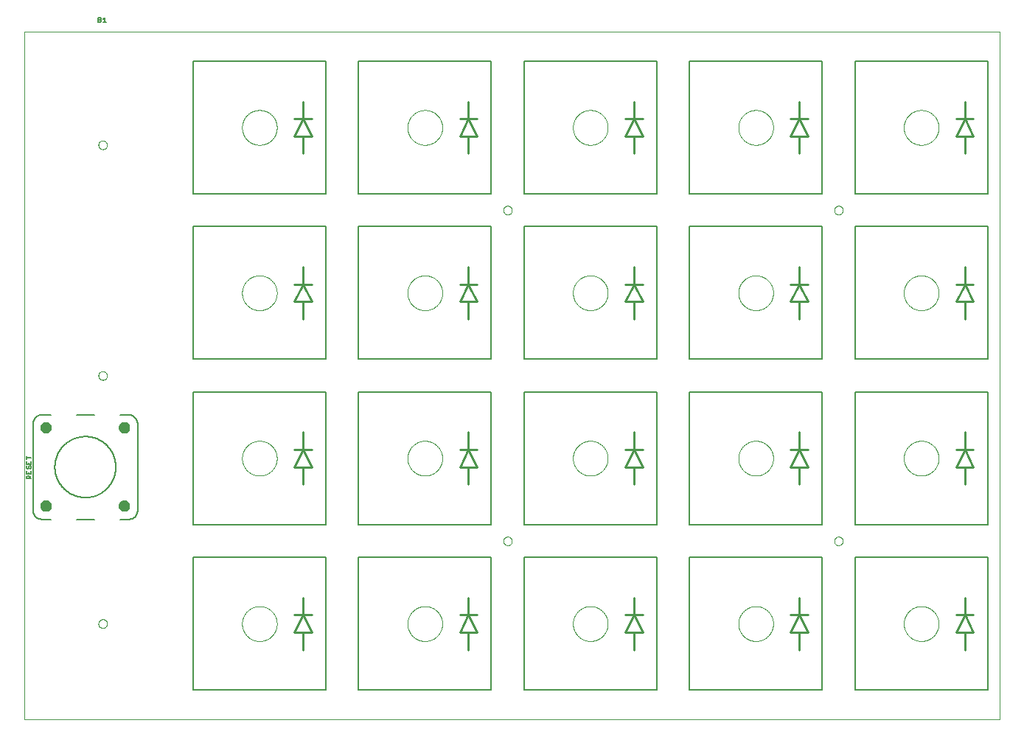
<source format=gto>
G75*
%MOIN*%
%OFA0B0*%
%FSLAX25Y25*%
%IPPOS*%
%LPD*%
%AMOC8*
5,1,8,0,0,1.08239X$1,22.5*
%
%ADD10C,0.00000*%
%ADD11C,0.01000*%
%ADD12C,0.00500*%
%ADD13C,0.00800*%
%ADD14C,0.02756*%
D10*
X0001501Y0001000D02*
X0001501Y0312024D01*
X0442446Y0312024D01*
X0442446Y0001000D01*
X0001501Y0001000D01*
X0034965Y0044307D02*
X0034967Y0044395D01*
X0034973Y0044483D01*
X0034983Y0044571D01*
X0034997Y0044659D01*
X0035014Y0044745D01*
X0035036Y0044831D01*
X0035061Y0044915D01*
X0035091Y0044999D01*
X0035123Y0045081D01*
X0035160Y0045161D01*
X0035200Y0045240D01*
X0035244Y0045317D01*
X0035291Y0045392D01*
X0035341Y0045464D01*
X0035395Y0045535D01*
X0035451Y0045602D01*
X0035511Y0045668D01*
X0035573Y0045730D01*
X0035639Y0045790D01*
X0035706Y0045846D01*
X0035777Y0045900D01*
X0035849Y0045950D01*
X0035924Y0045997D01*
X0036001Y0046041D01*
X0036080Y0046081D01*
X0036160Y0046118D01*
X0036242Y0046150D01*
X0036326Y0046180D01*
X0036410Y0046205D01*
X0036496Y0046227D01*
X0036582Y0046244D01*
X0036670Y0046258D01*
X0036758Y0046268D01*
X0036846Y0046274D01*
X0036934Y0046276D01*
X0037022Y0046274D01*
X0037110Y0046268D01*
X0037198Y0046258D01*
X0037286Y0046244D01*
X0037372Y0046227D01*
X0037458Y0046205D01*
X0037542Y0046180D01*
X0037626Y0046150D01*
X0037708Y0046118D01*
X0037788Y0046081D01*
X0037867Y0046041D01*
X0037944Y0045997D01*
X0038019Y0045950D01*
X0038091Y0045900D01*
X0038162Y0045846D01*
X0038229Y0045790D01*
X0038295Y0045730D01*
X0038357Y0045668D01*
X0038417Y0045602D01*
X0038473Y0045535D01*
X0038527Y0045464D01*
X0038577Y0045392D01*
X0038624Y0045317D01*
X0038668Y0045240D01*
X0038708Y0045161D01*
X0038745Y0045081D01*
X0038777Y0044999D01*
X0038807Y0044915D01*
X0038832Y0044831D01*
X0038854Y0044745D01*
X0038871Y0044659D01*
X0038885Y0044571D01*
X0038895Y0044483D01*
X0038901Y0044395D01*
X0038903Y0044307D01*
X0038901Y0044219D01*
X0038895Y0044131D01*
X0038885Y0044043D01*
X0038871Y0043955D01*
X0038854Y0043869D01*
X0038832Y0043783D01*
X0038807Y0043699D01*
X0038777Y0043615D01*
X0038745Y0043533D01*
X0038708Y0043453D01*
X0038668Y0043374D01*
X0038624Y0043297D01*
X0038577Y0043222D01*
X0038527Y0043150D01*
X0038473Y0043079D01*
X0038417Y0043012D01*
X0038357Y0042946D01*
X0038295Y0042884D01*
X0038229Y0042824D01*
X0038162Y0042768D01*
X0038091Y0042714D01*
X0038019Y0042664D01*
X0037944Y0042617D01*
X0037867Y0042573D01*
X0037788Y0042533D01*
X0037708Y0042496D01*
X0037626Y0042464D01*
X0037542Y0042434D01*
X0037458Y0042409D01*
X0037372Y0042387D01*
X0037286Y0042370D01*
X0037198Y0042356D01*
X0037110Y0042346D01*
X0037022Y0042340D01*
X0036934Y0042338D01*
X0036846Y0042340D01*
X0036758Y0042346D01*
X0036670Y0042356D01*
X0036582Y0042370D01*
X0036496Y0042387D01*
X0036410Y0042409D01*
X0036326Y0042434D01*
X0036242Y0042464D01*
X0036160Y0042496D01*
X0036080Y0042533D01*
X0036001Y0042573D01*
X0035924Y0042617D01*
X0035849Y0042664D01*
X0035777Y0042714D01*
X0035706Y0042768D01*
X0035639Y0042824D01*
X0035573Y0042884D01*
X0035511Y0042946D01*
X0035451Y0043012D01*
X0035395Y0043079D01*
X0035341Y0043150D01*
X0035291Y0043222D01*
X0035244Y0043297D01*
X0035200Y0043374D01*
X0035160Y0043453D01*
X0035123Y0043533D01*
X0035091Y0043615D01*
X0035061Y0043699D01*
X0035036Y0043783D01*
X0035014Y0043869D01*
X0034997Y0043955D01*
X0034983Y0044043D01*
X0034973Y0044131D01*
X0034967Y0044219D01*
X0034965Y0044307D01*
X0099925Y0044307D02*
X0099927Y0044500D01*
X0099934Y0044693D01*
X0099946Y0044886D01*
X0099963Y0045079D01*
X0099984Y0045271D01*
X0100010Y0045463D01*
X0100041Y0045653D01*
X0100076Y0045843D01*
X0100116Y0046032D01*
X0100161Y0046220D01*
X0100210Y0046407D01*
X0100264Y0046593D01*
X0100322Y0046777D01*
X0100385Y0046960D01*
X0100453Y0047141D01*
X0100524Y0047321D01*
X0100601Y0047498D01*
X0100681Y0047674D01*
X0100766Y0047848D01*
X0100855Y0048019D01*
X0100948Y0048189D01*
X0101045Y0048356D01*
X0101147Y0048520D01*
X0101252Y0048682D01*
X0101362Y0048841D01*
X0101475Y0048998D01*
X0101592Y0049152D01*
X0101713Y0049303D01*
X0101837Y0049451D01*
X0101965Y0049596D01*
X0102097Y0049737D01*
X0102232Y0049875D01*
X0102370Y0050010D01*
X0102511Y0050142D01*
X0102656Y0050270D01*
X0102804Y0050394D01*
X0102955Y0050515D01*
X0103109Y0050632D01*
X0103266Y0050745D01*
X0103425Y0050855D01*
X0103587Y0050960D01*
X0103751Y0051062D01*
X0103918Y0051159D01*
X0104088Y0051252D01*
X0104259Y0051341D01*
X0104433Y0051426D01*
X0104609Y0051506D01*
X0104786Y0051583D01*
X0104966Y0051654D01*
X0105147Y0051722D01*
X0105330Y0051785D01*
X0105514Y0051843D01*
X0105700Y0051897D01*
X0105887Y0051946D01*
X0106075Y0051991D01*
X0106264Y0052031D01*
X0106454Y0052066D01*
X0106644Y0052097D01*
X0106836Y0052123D01*
X0107028Y0052144D01*
X0107221Y0052161D01*
X0107414Y0052173D01*
X0107607Y0052180D01*
X0107800Y0052182D01*
X0107993Y0052180D01*
X0108186Y0052173D01*
X0108379Y0052161D01*
X0108572Y0052144D01*
X0108764Y0052123D01*
X0108956Y0052097D01*
X0109146Y0052066D01*
X0109336Y0052031D01*
X0109525Y0051991D01*
X0109713Y0051946D01*
X0109900Y0051897D01*
X0110086Y0051843D01*
X0110270Y0051785D01*
X0110453Y0051722D01*
X0110634Y0051654D01*
X0110814Y0051583D01*
X0110991Y0051506D01*
X0111167Y0051426D01*
X0111341Y0051341D01*
X0111512Y0051252D01*
X0111682Y0051159D01*
X0111849Y0051062D01*
X0112013Y0050960D01*
X0112175Y0050855D01*
X0112334Y0050745D01*
X0112491Y0050632D01*
X0112645Y0050515D01*
X0112796Y0050394D01*
X0112944Y0050270D01*
X0113089Y0050142D01*
X0113230Y0050010D01*
X0113368Y0049875D01*
X0113503Y0049737D01*
X0113635Y0049596D01*
X0113763Y0049451D01*
X0113887Y0049303D01*
X0114008Y0049152D01*
X0114125Y0048998D01*
X0114238Y0048841D01*
X0114348Y0048682D01*
X0114453Y0048520D01*
X0114555Y0048356D01*
X0114652Y0048189D01*
X0114745Y0048019D01*
X0114834Y0047848D01*
X0114919Y0047674D01*
X0114999Y0047498D01*
X0115076Y0047321D01*
X0115147Y0047141D01*
X0115215Y0046960D01*
X0115278Y0046777D01*
X0115336Y0046593D01*
X0115390Y0046407D01*
X0115439Y0046220D01*
X0115484Y0046032D01*
X0115524Y0045843D01*
X0115559Y0045653D01*
X0115590Y0045463D01*
X0115616Y0045271D01*
X0115637Y0045079D01*
X0115654Y0044886D01*
X0115666Y0044693D01*
X0115673Y0044500D01*
X0115675Y0044307D01*
X0115673Y0044114D01*
X0115666Y0043921D01*
X0115654Y0043728D01*
X0115637Y0043535D01*
X0115616Y0043343D01*
X0115590Y0043151D01*
X0115559Y0042961D01*
X0115524Y0042771D01*
X0115484Y0042582D01*
X0115439Y0042394D01*
X0115390Y0042207D01*
X0115336Y0042021D01*
X0115278Y0041837D01*
X0115215Y0041654D01*
X0115147Y0041473D01*
X0115076Y0041293D01*
X0114999Y0041116D01*
X0114919Y0040940D01*
X0114834Y0040766D01*
X0114745Y0040595D01*
X0114652Y0040425D01*
X0114555Y0040258D01*
X0114453Y0040094D01*
X0114348Y0039932D01*
X0114238Y0039773D01*
X0114125Y0039616D01*
X0114008Y0039462D01*
X0113887Y0039311D01*
X0113763Y0039163D01*
X0113635Y0039018D01*
X0113503Y0038877D01*
X0113368Y0038739D01*
X0113230Y0038604D01*
X0113089Y0038472D01*
X0112944Y0038344D01*
X0112796Y0038220D01*
X0112645Y0038099D01*
X0112491Y0037982D01*
X0112334Y0037869D01*
X0112175Y0037759D01*
X0112013Y0037654D01*
X0111849Y0037552D01*
X0111682Y0037455D01*
X0111512Y0037362D01*
X0111341Y0037273D01*
X0111167Y0037188D01*
X0110991Y0037108D01*
X0110814Y0037031D01*
X0110634Y0036960D01*
X0110453Y0036892D01*
X0110270Y0036829D01*
X0110086Y0036771D01*
X0109900Y0036717D01*
X0109713Y0036668D01*
X0109525Y0036623D01*
X0109336Y0036583D01*
X0109146Y0036548D01*
X0108956Y0036517D01*
X0108764Y0036491D01*
X0108572Y0036470D01*
X0108379Y0036453D01*
X0108186Y0036441D01*
X0107993Y0036434D01*
X0107800Y0036432D01*
X0107607Y0036434D01*
X0107414Y0036441D01*
X0107221Y0036453D01*
X0107028Y0036470D01*
X0106836Y0036491D01*
X0106644Y0036517D01*
X0106454Y0036548D01*
X0106264Y0036583D01*
X0106075Y0036623D01*
X0105887Y0036668D01*
X0105700Y0036717D01*
X0105514Y0036771D01*
X0105330Y0036829D01*
X0105147Y0036892D01*
X0104966Y0036960D01*
X0104786Y0037031D01*
X0104609Y0037108D01*
X0104433Y0037188D01*
X0104259Y0037273D01*
X0104088Y0037362D01*
X0103918Y0037455D01*
X0103751Y0037552D01*
X0103587Y0037654D01*
X0103425Y0037759D01*
X0103266Y0037869D01*
X0103109Y0037982D01*
X0102955Y0038099D01*
X0102804Y0038220D01*
X0102656Y0038344D01*
X0102511Y0038472D01*
X0102370Y0038604D01*
X0102232Y0038739D01*
X0102097Y0038877D01*
X0101965Y0039018D01*
X0101837Y0039163D01*
X0101713Y0039311D01*
X0101592Y0039462D01*
X0101475Y0039616D01*
X0101362Y0039773D01*
X0101252Y0039932D01*
X0101147Y0040094D01*
X0101045Y0040258D01*
X0100948Y0040425D01*
X0100855Y0040595D01*
X0100766Y0040766D01*
X0100681Y0040940D01*
X0100601Y0041116D01*
X0100524Y0041293D01*
X0100453Y0041473D01*
X0100385Y0041654D01*
X0100322Y0041837D01*
X0100264Y0042021D01*
X0100210Y0042207D01*
X0100161Y0042394D01*
X0100116Y0042582D01*
X0100076Y0042771D01*
X0100041Y0042961D01*
X0100010Y0043151D01*
X0099984Y0043343D01*
X0099963Y0043535D01*
X0099946Y0043728D01*
X0099934Y0043921D01*
X0099927Y0044114D01*
X0099925Y0044307D01*
X0174728Y0044307D02*
X0174730Y0044500D01*
X0174737Y0044693D01*
X0174749Y0044886D01*
X0174766Y0045079D01*
X0174787Y0045271D01*
X0174813Y0045463D01*
X0174844Y0045653D01*
X0174879Y0045843D01*
X0174919Y0046032D01*
X0174964Y0046220D01*
X0175013Y0046407D01*
X0175067Y0046593D01*
X0175125Y0046777D01*
X0175188Y0046960D01*
X0175256Y0047141D01*
X0175327Y0047321D01*
X0175404Y0047498D01*
X0175484Y0047674D01*
X0175569Y0047848D01*
X0175658Y0048019D01*
X0175751Y0048189D01*
X0175848Y0048356D01*
X0175950Y0048520D01*
X0176055Y0048682D01*
X0176165Y0048841D01*
X0176278Y0048998D01*
X0176395Y0049152D01*
X0176516Y0049303D01*
X0176640Y0049451D01*
X0176768Y0049596D01*
X0176900Y0049737D01*
X0177035Y0049875D01*
X0177173Y0050010D01*
X0177314Y0050142D01*
X0177459Y0050270D01*
X0177607Y0050394D01*
X0177758Y0050515D01*
X0177912Y0050632D01*
X0178069Y0050745D01*
X0178228Y0050855D01*
X0178390Y0050960D01*
X0178554Y0051062D01*
X0178721Y0051159D01*
X0178891Y0051252D01*
X0179062Y0051341D01*
X0179236Y0051426D01*
X0179412Y0051506D01*
X0179589Y0051583D01*
X0179769Y0051654D01*
X0179950Y0051722D01*
X0180133Y0051785D01*
X0180317Y0051843D01*
X0180503Y0051897D01*
X0180690Y0051946D01*
X0180878Y0051991D01*
X0181067Y0052031D01*
X0181257Y0052066D01*
X0181447Y0052097D01*
X0181639Y0052123D01*
X0181831Y0052144D01*
X0182024Y0052161D01*
X0182217Y0052173D01*
X0182410Y0052180D01*
X0182603Y0052182D01*
X0182796Y0052180D01*
X0182989Y0052173D01*
X0183182Y0052161D01*
X0183375Y0052144D01*
X0183567Y0052123D01*
X0183759Y0052097D01*
X0183949Y0052066D01*
X0184139Y0052031D01*
X0184328Y0051991D01*
X0184516Y0051946D01*
X0184703Y0051897D01*
X0184889Y0051843D01*
X0185073Y0051785D01*
X0185256Y0051722D01*
X0185437Y0051654D01*
X0185617Y0051583D01*
X0185794Y0051506D01*
X0185970Y0051426D01*
X0186144Y0051341D01*
X0186315Y0051252D01*
X0186485Y0051159D01*
X0186652Y0051062D01*
X0186816Y0050960D01*
X0186978Y0050855D01*
X0187137Y0050745D01*
X0187294Y0050632D01*
X0187448Y0050515D01*
X0187599Y0050394D01*
X0187747Y0050270D01*
X0187892Y0050142D01*
X0188033Y0050010D01*
X0188171Y0049875D01*
X0188306Y0049737D01*
X0188438Y0049596D01*
X0188566Y0049451D01*
X0188690Y0049303D01*
X0188811Y0049152D01*
X0188928Y0048998D01*
X0189041Y0048841D01*
X0189151Y0048682D01*
X0189256Y0048520D01*
X0189358Y0048356D01*
X0189455Y0048189D01*
X0189548Y0048019D01*
X0189637Y0047848D01*
X0189722Y0047674D01*
X0189802Y0047498D01*
X0189879Y0047321D01*
X0189950Y0047141D01*
X0190018Y0046960D01*
X0190081Y0046777D01*
X0190139Y0046593D01*
X0190193Y0046407D01*
X0190242Y0046220D01*
X0190287Y0046032D01*
X0190327Y0045843D01*
X0190362Y0045653D01*
X0190393Y0045463D01*
X0190419Y0045271D01*
X0190440Y0045079D01*
X0190457Y0044886D01*
X0190469Y0044693D01*
X0190476Y0044500D01*
X0190478Y0044307D01*
X0190476Y0044114D01*
X0190469Y0043921D01*
X0190457Y0043728D01*
X0190440Y0043535D01*
X0190419Y0043343D01*
X0190393Y0043151D01*
X0190362Y0042961D01*
X0190327Y0042771D01*
X0190287Y0042582D01*
X0190242Y0042394D01*
X0190193Y0042207D01*
X0190139Y0042021D01*
X0190081Y0041837D01*
X0190018Y0041654D01*
X0189950Y0041473D01*
X0189879Y0041293D01*
X0189802Y0041116D01*
X0189722Y0040940D01*
X0189637Y0040766D01*
X0189548Y0040595D01*
X0189455Y0040425D01*
X0189358Y0040258D01*
X0189256Y0040094D01*
X0189151Y0039932D01*
X0189041Y0039773D01*
X0188928Y0039616D01*
X0188811Y0039462D01*
X0188690Y0039311D01*
X0188566Y0039163D01*
X0188438Y0039018D01*
X0188306Y0038877D01*
X0188171Y0038739D01*
X0188033Y0038604D01*
X0187892Y0038472D01*
X0187747Y0038344D01*
X0187599Y0038220D01*
X0187448Y0038099D01*
X0187294Y0037982D01*
X0187137Y0037869D01*
X0186978Y0037759D01*
X0186816Y0037654D01*
X0186652Y0037552D01*
X0186485Y0037455D01*
X0186315Y0037362D01*
X0186144Y0037273D01*
X0185970Y0037188D01*
X0185794Y0037108D01*
X0185617Y0037031D01*
X0185437Y0036960D01*
X0185256Y0036892D01*
X0185073Y0036829D01*
X0184889Y0036771D01*
X0184703Y0036717D01*
X0184516Y0036668D01*
X0184328Y0036623D01*
X0184139Y0036583D01*
X0183949Y0036548D01*
X0183759Y0036517D01*
X0183567Y0036491D01*
X0183375Y0036470D01*
X0183182Y0036453D01*
X0182989Y0036441D01*
X0182796Y0036434D01*
X0182603Y0036432D01*
X0182410Y0036434D01*
X0182217Y0036441D01*
X0182024Y0036453D01*
X0181831Y0036470D01*
X0181639Y0036491D01*
X0181447Y0036517D01*
X0181257Y0036548D01*
X0181067Y0036583D01*
X0180878Y0036623D01*
X0180690Y0036668D01*
X0180503Y0036717D01*
X0180317Y0036771D01*
X0180133Y0036829D01*
X0179950Y0036892D01*
X0179769Y0036960D01*
X0179589Y0037031D01*
X0179412Y0037108D01*
X0179236Y0037188D01*
X0179062Y0037273D01*
X0178891Y0037362D01*
X0178721Y0037455D01*
X0178554Y0037552D01*
X0178390Y0037654D01*
X0178228Y0037759D01*
X0178069Y0037869D01*
X0177912Y0037982D01*
X0177758Y0038099D01*
X0177607Y0038220D01*
X0177459Y0038344D01*
X0177314Y0038472D01*
X0177173Y0038604D01*
X0177035Y0038739D01*
X0176900Y0038877D01*
X0176768Y0039018D01*
X0176640Y0039163D01*
X0176516Y0039311D01*
X0176395Y0039462D01*
X0176278Y0039616D01*
X0176165Y0039773D01*
X0176055Y0039932D01*
X0175950Y0040094D01*
X0175848Y0040258D01*
X0175751Y0040425D01*
X0175658Y0040595D01*
X0175569Y0040766D01*
X0175484Y0040940D01*
X0175404Y0041116D01*
X0175327Y0041293D01*
X0175256Y0041473D01*
X0175188Y0041654D01*
X0175125Y0041837D01*
X0175067Y0042021D01*
X0175013Y0042207D01*
X0174964Y0042394D01*
X0174919Y0042582D01*
X0174879Y0042771D01*
X0174844Y0042961D01*
X0174813Y0043151D01*
X0174787Y0043343D01*
X0174766Y0043535D01*
X0174749Y0043728D01*
X0174737Y0043921D01*
X0174730Y0044114D01*
X0174728Y0044307D01*
X0218036Y0081709D02*
X0218038Y0081797D01*
X0218044Y0081885D01*
X0218054Y0081973D01*
X0218068Y0082061D01*
X0218085Y0082147D01*
X0218107Y0082233D01*
X0218132Y0082317D01*
X0218162Y0082401D01*
X0218194Y0082483D01*
X0218231Y0082563D01*
X0218271Y0082642D01*
X0218315Y0082719D01*
X0218362Y0082794D01*
X0218412Y0082866D01*
X0218466Y0082937D01*
X0218522Y0083004D01*
X0218582Y0083070D01*
X0218644Y0083132D01*
X0218710Y0083192D01*
X0218777Y0083248D01*
X0218848Y0083302D01*
X0218920Y0083352D01*
X0218995Y0083399D01*
X0219072Y0083443D01*
X0219151Y0083483D01*
X0219231Y0083520D01*
X0219313Y0083552D01*
X0219397Y0083582D01*
X0219481Y0083607D01*
X0219567Y0083629D01*
X0219653Y0083646D01*
X0219741Y0083660D01*
X0219829Y0083670D01*
X0219917Y0083676D01*
X0220005Y0083678D01*
X0220093Y0083676D01*
X0220181Y0083670D01*
X0220269Y0083660D01*
X0220357Y0083646D01*
X0220443Y0083629D01*
X0220529Y0083607D01*
X0220613Y0083582D01*
X0220697Y0083552D01*
X0220779Y0083520D01*
X0220859Y0083483D01*
X0220938Y0083443D01*
X0221015Y0083399D01*
X0221090Y0083352D01*
X0221162Y0083302D01*
X0221233Y0083248D01*
X0221300Y0083192D01*
X0221366Y0083132D01*
X0221428Y0083070D01*
X0221488Y0083004D01*
X0221544Y0082937D01*
X0221598Y0082866D01*
X0221648Y0082794D01*
X0221695Y0082719D01*
X0221739Y0082642D01*
X0221779Y0082563D01*
X0221816Y0082483D01*
X0221848Y0082401D01*
X0221878Y0082317D01*
X0221903Y0082233D01*
X0221925Y0082147D01*
X0221942Y0082061D01*
X0221956Y0081973D01*
X0221966Y0081885D01*
X0221972Y0081797D01*
X0221974Y0081709D01*
X0221972Y0081621D01*
X0221966Y0081533D01*
X0221956Y0081445D01*
X0221942Y0081357D01*
X0221925Y0081271D01*
X0221903Y0081185D01*
X0221878Y0081101D01*
X0221848Y0081017D01*
X0221816Y0080935D01*
X0221779Y0080855D01*
X0221739Y0080776D01*
X0221695Y0080699D01*
X0221648Y0080624D01*
X0221598Y0080552D01*
X0221544Y0080481D01*
X0221488Y0080414D01*
X0221428Y0080348D01*
X0221366Y0080286D01*
X0221300Y0080226D01*
X0221233Y0080170D01*
X0221162Y0080116D01*
X0221090Y0080066D01*
X0221015Y0080019D01*
X0220938Y0079975D01*
X0220859Y0079935D01*
X0220779Y0079898D01*
X0220697Y0079866D01*
X0220613Y0079836D01*
X0220529Y0079811D01*
X0220443Y0079789D01*
X0220357Y0079772D01*
X0220269Y0079758D01*
X0220181Y0079748D01*
X0220093Y0079742D01*
X0220005Y0079740D01*
X0219917Y0079742D01*
X0219829Y0079748D01*
X0219741Y0079758D01*
X0219653Y0079772D01*
X0219567Y0079789D01*
X0219481Y0079811D01*
X0219397Y0079836D01*
X0219313Y0079866D01*
X0219231Y0079898D01*
X0219151Y0079935D01*
X0219072Y0079975D01*
X0218995Y0080019D01*
X0218920Y0080066D01*
X0218848Y0080116D01*
X0218777Y0080170D01*
X0218710Y0080226D01*
X0218644Y0080286D01*
X0218582Y0080348D01*
X0218522Y0080414D01*
X0218466Y0080481D01*
X0218412Y0080552D01*
X0218362Y0080624D01*
X0218315Y0080699D01*
X0218271Y0080776D01*
X0218231Y0080855D01*
X0218194Y0080935D01*
X0218162Y0081017D01*
X0218132Y0081101D01*
X0218107Y0081185D01*
X0218085Y0081271D01*
X0218068Y0081357D01*
X0218054Y0081445D01*
X0218044Y0081533D01*
X0218038Y0081621D01*
X0218036Y0081709D01*
X0174728Y0119110D02*
X0174730Y0119303D01*
X0174737Y0119496D01*
X0174749Y0119689D01*
X0174766Y0119882D01*
X0174787Y0120074D01*
X0174813Y0120266D01*
X0174844Y0120456D01*
X0174879Y0120646D01*
X0174919Y0120835D01*
X0174964Y0121023D01*
X0175013Y0121210D01*
X0175067Y0121396D01*
X0175125Y0121580D01*
X0175188Y0121763D01*
X0175256Y0121944D01*
X0175327Y0122124D01*
X0175404Y0122301D01*
X0175484Y0122477D01*
X0175569Y0122651D01*
X0175658Y0122822D01*
X0175751Y0122992D01*
X0175848Y0123159D01*
X0175950Y0123323D01*
X0176055Y0123485D01*
X0176165Y0123644D01*
X0176278Y0123801D01*
X0176395Y0123955D01*
X0176516Y0124106D01*
X0176640Y0124254D01*
X0176768Y0124399D01*
X0176900Y0124540D01*
X0177035Y0124678D01*
X0177173Y0124813D01*
X0177314Y0124945D01*
X0177459Y0125073D01*
X0177607Y0125197D01*
X0177758Y0125318D01*
X0177912Y0125435D01*
X0178069Y0125548D01*
X0178228Y0125658D01*
X0178390Y0125763D01*
X0178554Y0125865D01*
X0178721Y0125962D01*
X0178891Y0126055D01*
X0179062Y0126144D01*
X0179236Y0126229D01*
X0179412Y0126309D01*
X0179589Y0126386D01*
X0179769Y0126457D01*
X0179950Y0126525D01*
X0180133Y0126588D01*
X0180317Y0126646D01*
X0180503Y0126700D01*
X0180690Y0126749D01*
X0180878Y0126794D01*
X0181067Y0126834D01*
X0181257Y0126869D01*
X0181447Y0126900D01*
X0181639Y0126926D01*
X0181831Y0126947D01*
X0182024Y0126964D01*
X0182217Y0126976D01*
X0182410Y0126983D01*
X0182603Y0126985D01*
X0182796Y0126983D01*
X0182989Y0126976D01*
X0183182Y0126964D01*
X0183375Y0126947D01*
X0183567Y0126926D01*
X0183759Y0126900D01*
X0183949Y0126869D01*
X0184139Y0126834D01*
X0184328Y0126794D01*
X0184516Y0126749D01*
X0184703Y0126700D01*
X0184889Y0126646D01*
X0185073Y0126588D01*
X0185256Y0126525D01*
X0185437Y0126457D01*
X0185617Y0126386D01*
X0185794Y0126309D01*
X0185970Y0126229D01*
X0186144Y0126144D01*
X0186315Y0126055D01*
X0186485Y0125962D01*
X0186652Y0125865D01*
X0186816Y0125763D01*
X0186978Y0125658D01*
X0187137Y0125548D01*
X0187294Y0125435D01*
X0187448Y0125318D01*
X0187599Y0125197D01*
X0187747Y0125073D01*
X0187892Y0124945D01*
X0188033Y0124813D01*
X0188171Y0124678D01*
X0188306Y0124540D01*
X0188438Y0124399D01*
X0188566Y0124254D01*
X0188690Y0124106D01*
X0188811Y0123955D01*
X0188928Y0123801D01*
X0189041Y0123644D01*
X0189151Y0123485D01*
X0189256Y0123323D01*
X0189358Y0123159D01*
X0189455Y0122992D01*
X0189548Y0122822D01*
X0189637Y0122651D01*
X0189722Y0122477D01*
X0189802Y0122301D01*
X0189879Y0122124D01*
X0189950Y0121944D01*
X0190018Y0121763D01*
X0190081Y0121580D01*
X0190139Y0121396D01*
X0190193Y0121210D01*
X0190242Y0121023D01*
X0190287Y0120835D01*
X0190327Y0120646D01*
X0190362Y0120456D01*
X0190393Y0120266D01*
X0190419Y0120074D01*
X0190440Y0119882D01*
X0190457Y0119689D01*
X0190469Y0119496D01*
X0190476Y0119303D01*
X0190478Y0119110D01*
X0190476Y0118917D01*
X0190469Y0118724D01*
X0190457Y0118531D01*
X0190440Y0118338D01*
X0190419Y0118146D01*
X0190393Y0117954D01*
X0190362Y0117764D01*
X0190327Y0117574D01*
X0190287Y0117385D01*
X0190242Y0117197D01*
X0190193Y0117010D01*
X0190139Y0116824D01*
X0190081Y0116640D01*
X0190018Y0116457D01*
X0189950Y0116276D01*
X0189879Y0116096D01*
X0189802Y0115919D01*
X0189722Y0115743D01*
X0189637Y0115569D01*
X0189548Y0115398D01*
X0189455Y0115228D01*
X0189358Y0115061D01*
X0189256Y0114897D01*
X0189151Y0114735D01*
X0189041Y0114576D01*
X0188928Y0114419D01*
X0188811Y0114265D01*
X0188690Y0114114D01*
X0188566Y0113966D01*
X0188438Y0113821D01*
X0188306Y0113680D01*
X0188171Y0113542D01*
X0188033Y0113407D01*
X0187892Y0113275D01*
X0187747Y0113147D01*
X0187599Y0113023D01*
X0187448Y0112902D01*
X0187294Y0112785D01*
X0187137Y0112672D01*
X0186978Y0112562D01*
X0186816Y0112457D01*
X0186652Y0112355D01*
X0186485Y0112258D01*
X0186315Y0112165D01*
X0186144Y0112076D01*
X0185970Y0111991D01*
X0185794Y0111911D01*
X0185617Y0111834D01*
X0185437Y0111763D01*
X0185256Y0111695D01*
X0185073Y0111632D01*
X0184889Y0111574D01*
X0184703Y0111520D01*
X0184516Y0111471D01*
X0184328Y0111426D01*
X0184139Y0111386D01*
X0183949Y0111351D01*
X0183759Y0111320D01*
X0183567Y0111294D01*
X0183375Y0111273D01*
X0183182Y0111256D01*
X0182989Y0111244D01*
X0182796Y0111237D01*
X0182603Y0111235D01*
X0182410Y0111237D01*
X0182217Y0111244D01*
X0182024Y0111256D01*
X0181831Y0111273D01*
X0181639Y0111294D01*
X0181447Y0111320D01*
X0181257Y0111351D01*
X0181067Y0111386D01*
X0180878Y0111426D01*
X0180690Y0111471D01*
X0180503Y0111520D01*
X0180317Y0111574D01*
X0180133Y0111632D01*
X0179950Y0111695D01*
X0179769Y0111763D01*
X0179589Y0111834D01*
X0179412Y0111911D01*
X0179236Y0111991D01*
X0179062Y0112076D01*
X0178891Y0112165D01*
X0178721Y0112258D01*
X0178554Y0112355D01*
X0178390Y0112457D01*
X0178228Y0112562D01*
X0178069Y0112672D01*
X0177912Y0112785D01*
X0177758Y0112902D01*
X0177607Y0113023D01*
X0177459Y0113147D01*
X0177314Y0113275D01*
X0177173Y0113407D01*
X0177035Y0113542D01*
X0176900Y0113680D01*
X0176768Y0113821D01*
X0176640Y0113966D01*
X0176516Y0114114D01*
X0176395Y0114265D01*
X0176278Y0114419D01*
X0176165Y0114576D01*
X0176055Y0114735D01*
X0175950Y0114897D01*
X0175848Y0115061D01*
X0175751Y0115228D01*
X0175658Y0115398D01*
X0175569Y0115569D01*
X0175484Y0115743D01*
X0175404Y0115919D01*
X0175327Y0116096D01*
X0175256Y0116276D01*
X0175188Y0116457D01*
X0175125Y0116640D01*
X0175067Y0116824D01*
X0175013Y0117010D01*
X0174964Y0117197D01*
X0174919Y0117385D01*
X0174879Y0117574D01*
X0174844Y0117764D01*
X0174813Y0117954D01*
X0174787Y0118146D01*
X0174766Y0118338D01*
X0174749Y0118531D01*
X0174737Y0118724D01*
X0174730Y0118917D01*
X0174728Y0119110D01*
X0099925Y0119110D02*
X0099927Y0119303D01*
X0099934Y0119496D01*
X0099946Y0119689D01*
X0099963Y0119882D01*
X0099984Y0120074D01*
X0100010Y0120266D01*
X0100041Y0120456D01*
X0100076Y0120646D01*
X0100116Y0120835D01*
X0100161Y0121023D01*
X0100210Y0121210D01*
X0100264Y0121396D01*
X0100322Y0121580D01*
X0100385Y0121763D01*
X0100453Y0121944D01*
X0100524Y0122124D01*
X0100601Y0122301D01*
X0100681Y0122477D01*
X0100766Y0122651D01*
X0100855Y0122822D01*
X0100948Y0122992D01*
X0101045Y0123159D01*
X0101147Y0123323D01*
X0101252Y0123485D01*
X0101362Y0123644D01*
X0101475Y0123801D01*
X0101592Y0123955D01*
X0101713Y0124106D01*
X0101837Y0124254D01*
X0101965Y0124399D01*
X0102097Y0124540D01*
X0102232Y0124678D01*
X0102370Y0124813D01*
X0102511Y0124945D01*
X0102656Y0125073D01*
X0102804Y0125197D01*
X0102955Y0125318D01*
X0103109Y0125435D01*
X0103266Y0125548D01*
X0103425Y0125658D01*
X0103587Y0125763D01*
X0103751Y0125865D01*
X0103918Y0125962D01*
X0104088Y0126055D01*
X0104259Y0126144D01*
X0104433Y0126229D01*
X0104609Y0126309D01*
X0104786Y0126386D01*
X0104966Y0126457D01*
X0105147Y0126525D01*
X0105330Y0126588D01*
X0105514Y0126646D01*
X0105700Y0126700D01*
X0105887Y0126749D01*
X0106075Y0126794D01*
X0106264Y0126834D01*
X0106454Y0126869D01*
X0106644Y0126900D01*
X0106836Y0126926D01*
X0107028Y0126947D01*
X0107221Y0126964D01*
X0107414Y0126976D01*
X0107607Y0126983D01*
X0107800Y0126985D01*
X0107993Y0126983D01*
X0108186Y0126976D01*
X0108379Y0126964D01*
X0108572Y0126947D01*
X0108764Y0126926D01*
X0108956Y0126900D01*
X0109146Y0126869D01*
X0109336Y0126834D01*
X0109525Y0126794D01*
X0109713Y0126749D01*
X0109900Y0126700D01*
X0110086Y0126646D01*
X0110270Y0126588D01*
X0110453Y0126525D01*
X0110634Y0126457D01*
X0110814Y0126386D01*
X0110991Y0126309D01*
X0111167Y0126229D01*
X0111341Y0126144D01*
X0111512Y0126055D01*
X0111682Y0125962D01*
X0111849Y0125865D01*
X0112013Y0125763D01*
X0112175Y0125658D01*
X0112334Y0125548D01*
X0112491Y0125435D01*
X0112645Y0125318D01*
X0112796Y0125197D01*
X0112944Y0125073D01*
X0113089Y0124945D01*
X0113230Y0124813D01*
X0113368Y0124678D01*
X0113503Y0124540D01*
X0113635Y0124399D01*
X0113763Y0124254D01*
X0113887Y0124106D01*
X0114008Y0123955D01*
X0114125Y0123801D01*
X0114238Y0123644D01*
X0114348Y0123485D01*
X0114453Y0123323D01*
X0114555Y0123159D01*
X0114652Y0122992D01*
X0114745Y0122822D01*
X0114834Y0122651D01*
X0114919Y0122477D01*
X0114999Y0122301D01*
X0115076Y0122124D01*
X0115147Y0121944D01*
X0115215Y0121763D01*
X0115278Y0121580D01*
X0115336Y0121396D01*
X0115390Y0121210D01*
X0115439Y0121023D01*
X0115484Y0120835D01*
X0115524Y0120646D01*
X0115559Y0120456D01*
X0115590Y0120266D01*
X0115616Y0120074D01*
X0115637Y0119882D01*
X0115654Y0119689D01*
X0115666Y0119496D01*
X0115673Y0119303D01*
X0115675Y0119110D01*
X0115673Y0118917D01*
X0115666Y0118724D01*
X0115654Y0118531D01*
X0115637Y0118338D01*
X0115616Y0118146D01*
X0115590Y0117954D01*
X0115559Y0117764D01*
X0115524Y0117574D01*
X0115484Y0117385D01*
X0115439Y0117197D01*
X0115390Y0117010D01*
X0115336Y0116824D01*
X0115278Y0116640D01*
X0115215Y0116457D01*
X0115147Y0116276D01*
X0115076Y0116096D01*
X0114999Y0115919D01*
X0114919Y0115743D01*
X0114834Y0115569D01*
X0114745Y0115398D01*
X0114652Y0115228D01*
X0114555Y0115061D01*
X0114453Y0114897D01*
X0114348Y0114735D01*
X0114238Y0114576D01*
X0114125Y0114419D01*
X0114008Y0114265D01*
X0113887Y0114114D01*
X0113763Y0113966D01*
X0113635Y0113821D01*
X0113503Y0113680D01*
X0113368Y0113542D01*
X0113230Y0113407D01*
X0113089Y0113275D01*
X0112944Y0113147D01*
X0112796Y0113023D01*
X0112645Y0112902D01*
X0112491Y0112785D01*
X0112334Y0112672D01*
X0112175Y0112562D01*
X0112013Y0112457D01*
X0111849Y0112355D01*
X0111682Y0112258D01*
X0111512Y0112165D01*
X0111341Y0112076D01*
X0111167Y0111991D01*
X0110991Y0111911D01*
X0110814Y0111834D01*
X0110634Y0111763D01*
X0110453Y0111695D01*
X0110270Y0111632D01*
X0110086Y0111574D01*
X0109900Y0111520D01*
X0109713Y0111471D01*
X0109525Y0111426D01*
X0109336Y0111386D01*
X0109146Y0111351D01*
X0108956Y0111320D01*
X0108764Y0111294D01*
X0108572Y0111273D01*
X0108379Y0111256D01*
X0108186Y0111244D01*
X0107993Y0111237D01*
X0107800Y0111235D01*
X0107607Y0111237D01*
X0107414Y0111244D01*
X0107221Y0111256D01*
X0107028Y0111273D01*
X0106836Y0111294D01*
X0106644Y0111320D01*
X0106454Y0111351D01*
X0106264Y0111386D01*
X0106075Y0111426D01*
X0105887Y0111471D01*
X0105700Y0111520D01*
X0105514Y0111574D01*
X0105330Y0111632D01*
X0105147Y0111695D01*
X0104966Y0111763D01*
X0104786Y0111834D01*
X0104609Y0111911D01*
X0104433Y0111991D01*
X0104259Y0112076D01*
X0104088Y0112165D01*
X0103918Y0112258D01*
X0103751Y0112355D01*
X0103587Y0112457D01*
X0103425Y0112562D01*
X0103266Y0112672D01*
X0103109Y0112785D01*
X0102955Y0112902D01*
X0102804Y0113023D01*
X0102656Y0113147D01*
X0102511Y0113275D01*
X0102370Y0113407D01*
X0102232Y0113542D01*
X0102097Y0113680D01*
X0101965Y0113821D01*
X0101837Y0113966D01*
X0101713Y0114114D01*
X0101592Y0114265D01*
X0101475Y0114419D01*
X0101362Y0114576D01*
X0101252Y0114735D01*
X0101147Y0114897D01*
X0101045Y0115061D01*
X0100948Y0115228D01*
X0100855Y0115398D01*
X0100766Y0115569D01*
X0100681Y0115743D01*
X0100601Y0115919D01*
X0100524Y0116096D01*
X0100453Y0116276D01*
X0100385Y0116457D01*
X0100322Y0116640D01*
X0100264Y0116824D01*
X0100210Y0117010D01*
X0100161Y0117197D01*
X0100116Y0117385D01*
X0100076Y0117574D01*
X0100041Y0117764D01*
X0100010Y0117954D01*
X0099984Y0118146D01*
X0099963Y0118338D01*
X0099946Y0118531D01*
X0099934Y0118724D01*
X0099927Y0118917D01*
X0099925Y0119110D01*
X0034965Y0156512D02*
X0034967Y0156600D01*
X0034973Y0156688D01*
X0034983Y0156776D01*
X0034997Y0156864D01*
X0035014Y0156950D01*
X0035036Y0157036D01*
X0035061Y0157120D01*
X0035091Y0157204D01*
X0035123Y0157286D01*
X0035160Y0157366D01*
X0035200Y0157445D01*
X0035244Y0157522D01*
X0035291Y0157597D01*
X0035341Y0157669D01*
X0035395Y0157740D01*
X0035451Y0157807D01*
X0035511Y0157873D01*
X0035573Y0157935D01*
X0035639Y0157995D01*
X0035706Y0158051D01*
X0035777Y0158105D01*
X0035849Y0158155D01*
X0035924Y0158202D01*
X0036001Y0158246D01*
X0036080Y0158286D01*
X0036160Y0158323D01*
X0036242Y0158355D01*
X0036326Y0158385D01*
X0036410Y0158410D01*
X0036496Y0158432D01*
X0036582Y0158449D01*
X0036670Y0158463D01*
X0036758Y0158473D01*
X0036846Y0158479D01*
X0036934Y0158481D01*
X0037022Y0158479D01*
X0037110Y0158473D01*
X0037198Y0158463D01*
X0037286Y0158449D01*
X0037372Y0158432D01*
X0037458Y0158410D01*
X0037542Y0158385D01*
X0037626Y0158355D01*
X0037708Y0158323D01*
X0037788Y0158286D01*
X0037867Y0158246D01*
X0037944Y0158202D01*
X0038019Y0158155D01*
X0038091Y0158105D01*
X0038162Y0158051D01*
X0038229Y0157995D01*
X0038295Y0157935D01*
X0038357Y0157873D01*
X0038417Y0157807D01*
X0038473Y0157740D01*
X0038527Y0157669D01*
X0038577Y0157597D01*
X0038624Y0157522D01*
X0038668Y0157445D01*
X0038708Y0157366D01*
X0038745Y0157286D01*
X0038777Y0157204D01*
X0038807Y0157120D01*
X0038832Y0157036D01*
X0038854Y0156950D01*
X0038871Y0156864D01*
X0038885Y0156776D01*
X0038895Y0156688D01*
X0038901Y0156600D01*
X0038903Y0156512D01*
X0038901Y0156424D01*
X0038895Y0156336D01*
X0038885Y0156248D01*
X0038871Y0156160D01*
X0038854Y0156074D01*
X0038832Y0155988D01*
X0038807Y0155904D01*
X0038777Y0155820D01*
X0038745Y0155738D01*
X0038708Y0155658D01*
X0038668Y0155579D01*
X0038624Y0155502D01*
X0038577Y0155427D01*
X0038527Y0155355D01*
X0038473Y0155284D01*
X0038417Y0155217D01*
X0038357Y0155151D01*
X0038295Y0155089D01*
X0038229Y0155029D01*
X0038162Y0154973D01*
X0038091Y0154919D01*
X0038019Y0154869D01*
X0037944Y0154822D01*
X0037867Y0154778D01*
X0037788Y0154738D01*
X0037708Y0154701D01*
X0037626Y0154669D01*
X0037542Y0154639D01*
X0037458Y0154614D01*
X0037372Y0154592D01*
X0037286Y0154575D01*
X0037198Y0154561D01*
X0037110Y0154551D01*
X0037022Y0154545D01*
X0036934Y0154543D01*
X0036846Y0154545D01*
X0036758Y0154551D01*
X0036670Y0154561D01*
X0036582Y0154575D01*
X0036496Y0154592D01*
X0036410Y0154614D01*
X0036326Y0154639D01*
X0036242Y0154669D01*
X0036160Y0154701D01*
X0036080Y0154738D01*
X0036001Y0154778D01*
X0035924Y0154822D01*
X0035849Y0154869D01*
X0035777Y0154919D01*
X0035706Y0154973D01*
X0035639Y0155029D01*
X0035573Y0155089D01*
X0035511Y0155151D01*
X0035451Y0155217D01*
X0035395Y0155284D01*
X0035341Y0155355D01*
X0035291Y0155427D01*
X0035244Y0155502D01*
X0035200Y0155579D01*
X0035160Y0155658D01*
X0035123Y0155738D01*
X0035091Y0155820D01*
X0035061Y0155904D01*
X0035036Y0155988D01*
X0035014Y0156074D01*
X0034997Y0156160D01*
X0034983Y0156248D01*
X0034973Y0156336D01*
X0034967Y0156424D01*
X0034965Y0156512D01*
X0099925Y0193913D02*
X0099927Y0194106D01*
X0099934Y0194299D01*
X0099946Y0194492D01*
X0099963Y0194685D01*
X0099984Y0194877D01*
X0100010Y0195069D01*
X0100041Y0195259D01*
X0100076Y0195449D01*
X0100116Y0195638D01*
X0100161Y0195826D01*
X0100210Y0196013D01*
X0100264Y0196199D01*
X0100322Y0196383D01*
X0100385Y0196566D01*
X0100453Y0196747D01*
X0100524Y0196927D01*
X0100601Y0197104D01*
X0100681Y0197280D01*
X0100766Y0197454D01*
X0100855Y0197625D01*
X0100948Y0197795D01*
X0101045Y0197962D01*
X0101147Y0198126D01*
X0101252Y0198288D01*
X0101362Y0198447D01*
X0101475Y0198604D01*
X0101592Y0198758D01*
X0101713Y0198909D01*
X0101837Y0199057D01*
X0101965Y0199202D01*
X0102097Y0199343D01*
X0102232Y0199481D01*
X0102370Y0199616D01*
X0102511Y0199748D01*
X0102656Y0199876D01*
X0102804Y0200000D01*
X0102955Y0200121D01*
X0103109Y0200238D01*
X0103266Y0200351D01*
X0103425Y0200461D01*
X0103587Y0200566D01*
X0103751Y0200668D01*
X0103918Y0200765D01*
X0104088Y0200858D01*
X0104259Y0200947D01*
X0104433Y0201032D01*
X0104609Y0201112D01*
X0104786Y0201189D01*
X0104966Y0201260D01*
X0105147Y0201328D01*
X0105330Y0201391D01*
X0105514Y0201449D01*
X0105700Y0201503D01*
X0105887Y0201552D01*
X0106075Y0201597D01*
X0106264Y0201637D01*
X0106454Y0201672D01*
X0106644Y0201703D01*
X0106836Y0201729D01*
X0107028Y0201750D01*
X0107221Y0201767D01*
X0107414Y0201779D01*
X0107607Y0201786D01*
X0107800Y0201788D01*
X0107993Y0201786D01*
X0108186Y0201779D01*
X0108379Y0201767D01*
X0108572Y0201750D01*
X0108764Y0201729D01*
X0108956Y0201703D01*
X0109146Y0201672D01*
X0109336Y0201637D01*
X0109525Y0201597D01*
X0109713Y0201552D01*
X0109900Y0201503D01*
X0110086Y0201449D01*
X0110270Y0201391D01*
X0110453Y0201328D01*
X0110634Y0201260D01*
X0110814Y0201189D01*
X0110991Y0201112D01*
X0111167Y0201032D01*
X0111341Y0200947D01*
X0111512Y0200858D01*
X0111682Y0200765D01*
X0111849Y0200668D01*
X0112013Y0200566D01*
X0112175Y0200461D01*
X0112334Y0200351D01*
X0112491Y0200238D01*
X0112645Y0200121D01*
X0112796Y0200000D01*
X0112944Y0199876D01*
X0113089Y0199748D01*
X0113230Y0199616D01*
X0113368Y0199481D01*
X0113503Y0199343D01*
X0113635Y0199202D01*
X0113763Y0199057D01*
X0113887Y0198909D01*
X0114008Y0198758D01*
X0114125Y0198604D01*
X0114238Y0198447D01*
X0114348Y0198288D01*
X0114453Y0198126D01*
X0114555Y0197962D01*
X0114652Y0197795D01*
X0114745Y0197625D01*
X0114834Y0197454D01*
X0114919Y0197280D01*
X0114999Y0197104D01*
X0115076Y0196927D01*
X0115147Y0196747D01*
X0115215Y0196566D01*
X0115278Y0196383D01*
X0115336Y0196199D01*
X0115390Y0196013D01*
X0115439Y0195826D01*
X0115484Y0195638D01*
X0115524Y0195449D01*
X0115559Y0195259D01*
X0115590Y0195069D01*
X0115616Y0194877D01*
X0115637Y0194685D01*
X0115654Y0194492D01*
X0115666Y0194299D01*
X0115673Y0194106D01*
X0115675Y0193913D01*
X0115673Y0193720D01*
X0115666Y0193527D01*
X0115654Y0193334D01*
X0115637Y0193141D01*
X0115616Y0192949D01*
X0115590Y0192757D01*
X0115559Y0192567D01*
X0115524Y0192377D01*
X0115484Y0192188D01*
X0115439Y0192000D01*
X0115390Y0191813D01*
X0115336Y0191627D01*
X0115278Y0191443D01*
X0115215Y0191260D01*
X0115147Y0191079D01*
X0115076Y0190899D01*
X0114999Y0190722D01*
X0114919Y0190546D01*
X0114834Y0190372D01*
X0114745Y0190201D01*
X0114652Y0190031D01*
X0114555Y0189864D01*
X0114453Y0189700D01*
X0114348Y0189538D01*
X0114238Y0189379D01*
X0114125Y0189222D01*
X0114008Y0189068D01*
X0113887Y0188917D01*
X0113763Y0188769D01*
X0113635Y0188624D01*
X0113503Y0188483D01*
X0113368Y0188345D01*
X0113230Y0188210D01*
X0113089Y0188078D01*
X0112944Y0187950D01*
X0112796Y0187826D01*
X0112645Y0187705D01*
X0112491Y0187588D01*
X0112334Y0187475D01*
X0112175Y0187365D01*
X0112013Y0187260D01*
X0111849Y0187158D01*
X0111682Y0187061D01*
X0111512Y0186968D01*
X0111341Y0186879D01*
X0111167Y0186794D01*
X0110991Y0186714D01*
X0110814Y0186637D01*
X0110634Y0186566D01*
X0110453Y0186498D01*
X0110270Y0186435D01*
X0110086Y0186377D01*
X0109900Y0186323D01*
X0109713Y0186274D01*
X0109525Y0186229D01*
X0109336Y0186189D01*
X0109146Y0186154D01*
X0108956Y0186123D01*
X0108764Y0186097D01*
X0108572Y0186076D01*
X0108379Y0186059D01*
X0108186Y0186047D01*
X0107993Y0186040D01*
X0107800Y0186038D01*
X0107607Y0186040D01*
X0107414Y0186047D01*
X0107221Y0186059D01*
X0107028Y0186076D01*
X0106836Y0186097D01*
X0106644Y0186123D01*
X0106454Y0186154D01*
X0106264Y0186189D01*
X0106075Y0186229D01*
X0105887Y0186274D01*
X0105700Y0186323D01*
X0105514Y0186377D01*
X0105330Y0186435D01*
X0105147Y0186498D01*
X0104966Y0186566D01*
X0104786Y0186637D01*
X0104609Y0186714D01*
X0104433Y0186794D01*
X0104259Y0186879D01*
X0104088Y0186968D01*
X0103918Y0187061D01*
X0103751Y0187158D01*
X0103587Y0187260D01*
X0103425Y0187365D01*
X0103266Y0187475D01*
X0103109Y0187588D01*
X0102955Y0187705D01*
X0102804Y0187826D01*
X0102656Y0187950D01*
X0102511Y0188078D01*
X0102370Y0188210D01*
X0102232Y0188345D01*
X0102097Y0188483D01*
X0101965Y0188624D01*
X0101837Y0188769D01*
X0101713Y0188917D01*
X0101592Y0189068D01*
X0101475Y0189222D01*
X0101362Y0189379D01*
X0101252Y0189538D01*
X0101147Y0189700D01*
X0101045Y0189864D01*
X0100948Y0190031D01*
X0100855Y0190201D01*
X0100766Y0190372D01*
X0100681Y0190546D01*
X0100601Y0190722D01*
X0100524Y0190899D01*
X0100453Y0191079D01*
X0100385Y0191260D01*
X0100322Y0191443D01*
X0100264Y0191627D01*
X0100210Y0191813D01*
X0100161Y0192000D01*
X0100116Y0192188D01*
X0100076Y0192377D01*
X0100041Y0192567D01*
X0100010Y0192757D01*
X0099984Y0192949D01*
X0099963Y0193141D01*
X0099946Y0193334D01*
X0099934Y0193527D01*
X0099927Y0193720D01*
X0099925Y0193913D01*
X0174728Y0193913D02*
X0174730Y0194106D01*
X0174737Y0194299D01*
X0174749Y0194492D01*
X0174766Y0194685D01*
X0174787Y0194877D01*
X0174813Y0195069D01*
X0174844Y0195259D01*
X0174879Y0195449D01*
X0174919Y0195638D01*
X0174964Y0195826D01*
X0175013Y0196013D01*
X0175067Y0196199D01*
X0175125Y0196383D01*
X0175188Y0196566D01*
X0175256Y0196747D01*
X0175327Y0196927D01*
X0175404Y0197104D01*
X0175484Y0197280D01*
X0175569Y0197454D01*
X0175658Y0197625D01*
X0175751Y0197795D01*
X0175848Y0197962D01*
X0175950Y0198126D01*
X0176055Y0198288D01*
X0176165Y0198447D01*
X0176278Y0198604D01*
X0176395Y0198758D01*
X0176516Y0198909D01*
X0176640Y0199057D01*
X0176768Y0199202D01*
X0176900Y0199343D01*
X0177035Y0199481D01*
X0177173Y0199616D01*
X0177314Y0199748D01*
X0177459Y0199876D01*
X0177607Y0200000D01*
X0177758Y0200121D01*
X0177912Y0200238D01*
X0178069Y0200351D01*
X0178228Y0200461D01*
X0178390Y0200566D01*
X0178554Y0200668D01*
X0178721Y0200765D01*
X0178891Y0200858D01*
X0179062Y0200947D01*
X0179236Y0201032D01*
X0179412Y0201112D01*
X0179589Y0201189D01*
X0179769Y0201260D01*
X0179950Y0201328D01*
X0180133Y0201391D01*
X0180317Y0201449D01*
X0180503Y0201503D01*
X0180690Y0201552D01*
X0180878Y0201597D01*
X0181067Y0201637D01*
X0181257Y0201672D01*
X0181447Y0201703D01*
X0181639Y0201729D01*
X0181831Y0201750D01*
X0182024Y0201767D01*
X0182217Y0201779D01*
X0182410Y0201786D01*
X0182603Y0201788D01*
X0182796Y0201786D01*
X0182989Y0201779D01*
X0183182Y0201767D01*
X0183375Y0201750D01*
X0183567Y0201729D01*
X0183759Y0201703D01*
X0183949Y0201672D01*
X0184139Y0201637D01*
X0184328Y0201597D01*
X0184516Y0201552D01*
X0184703Y0201503D01*
X0184889Y0201449D01*
X0185073Y0201391D01*
X0185256Y0201328D01*
X0185437Y0201260D01*
X0185617Y0201189D01*
X0185794Y0201112D01*
X0185970Y0201032D01*
X0186144Y0200947D01*
X0186315Y0200858D01*
X0186485Y0200765D01*
X0186652Y0200668D01*
X0186816Y0200566D01*
X0186978Y0200461D01*
X0187137Y0200351D01*
X0187294Y0200238D01*
X0187448Y0200121D01*
X0187599Y0200000D01*
X0187747Y0199876D01*
X0187892Y0199748D01*
X0188033Y0199616D01*
X0188171Y0199481D01*
X0188306Y0199343D01*
X0188438Y0199202D01*
X0188566Y0199057D01*
X0188690Y0198909D01*
X0188811Y0198758D01*
X0188928Y0198604D01*
X0189041Y0198447D01*
X0189151Y0198288D01*
X0189256Y0198126D01*
X0189358Y0197962D01*
X0189455Y0197795D01*
X0189548Y0197625D01*
X0189637Y0197454D01*
X0189722Y0197280D01*
X0189802Y0197104D01*
X0189879Y0196927D01*
X0189950Y0196747D01*
X0190018Y0196566D01*
X0190081Y0196383D01*
X0190139Y0196199D01*
X0190193Y0196013D01*
X0190242Y0195826D01*
X0190287Y0195638D01*
X0190327Y0195449D01*
X0190362Y0195259D01*
X0190393Y0195069D01*
X0190419Y0194877D01*
X0190440Y0194685D01*
X0190457Y0194492D01*
X0190469Y0194299D01*
X0190476Y0194106D01*
X0190478Y0193913D01*
X0190476Y0193720D01*
X0190469Y0193527D01*
X0190457Y0193334D01*
X0190440Y0193141D01*
X0190419Y0192949D01*
X0190393Y0192757D01*
X0190362Y0192567D01*
X0190327Y0192377D01*
X0190287Y0192188D01*
X0190242Y0192000D01*
X0190193Y0191813D01*
X0190139Y0191627D01*
X0190081Y0191443D01*
X0190018Y0191260D01*
X0189950Y0191079D01*
X0189879Y0190899D01*
X0189802Y0190722D01*
X0189722Y0190546D01*
X0189637Y0190372D01*
X0189548Y0190201D01*
X0189455Y0190031D01*
X0189358Y0189864D01*
X0189256Y0189700D01*
X0189151Y0189538D01*
X0189041Y0189379D01*
X0188928Y0189222D01*
X0188811Y0189068D01*
X0188690Y0188917D01*
X0188566Y0188769D01*
X0188438Y0188624D01*
X0188306Y0188483D01*
X0188171Y0188345D01*
X0188033Y0188210D01*
X0187892Y0188078D01*
X0187747Y0187950D01*
X0187599Y0187826D01*
X0187448Y0187705D01*
X0187294Y0187588D01*
X0187137Y0187475D01*
X0186978Y0187365D01*
X0186816Y0187260D01*
X0186652Y0187158D01*
X0186485Y0187061D01*
X0186315Y0186968D01*
X0186144Y0186879D01*
X0185970Y0186794D01*
X0185794Y0186714D01*
X0185617Y0186637D01*
X0185437Y0186566D01*
X0185256Y0186498D01*
X0185073Y0186435D01*
X0184889Y0186377D01*
X0184703Y0186323D01*
X0184516Y0186274D01*
X0184328Y0186229D01*
X0184139Y0186189D01*
X0183949Y0186154D01*
X0183759Y0186123D01*
X0183567Y0186097D01*
X0183375Y0186076D01*
X0183182Y0186059D01*
X0182989Y0186047D01*
X0182796Y0186040D01*
X0182603Y0186038D01*
X0182410Y0186040D01*
X0182217Y0186047D01*
X0182024Y0186059D01*
X0181831Y0186076D01*
X0181639Y0186097D01*
X0181447Y0186123D01*
X0181257Y0186154D01*
X0181067Y0186189D01*
X0180878Y0186229D01*
X0180690Y0186274D01*
X0180503Y0186323D01*
X0180317Y0186377D01*
X0180133Y0186435D01*
X0179950Y0186498D01*
X0179769Y0186566D01*
X0179589Y0186637D01*
X0179412Y0186714D01*
X0179236Y0186794D01*
X0179062Y0186879D01*
X0178891Y0186968D01*
X0178721Y0187061D01*
X0178554Y0187158D01*
X0178390Y0187260D01*
X0178228Y0187365D01*
X0178069Y0187475D01*
X0177912Y0187588D01*
X0177758Y0187705D01*
X0177607Y0187826D01*
X0177459Y0187950D01*
X0177314Y0188078D01*
X0177173Y0188210D01*
X0177035Y0188345D01*
X0176900Y0188483D01*
X0176768Y0188624D01*
X0176640Y0188769D01*
X0176516Y0188917D01*
X0176395Y0189068D01*
X0176278Y0189222D01*
X0176165Y0189379D01*
X0176055Y0189538D01*
X0175950Y0189700D01*
X0175848Y0189864D01*
X0175751Y0190031D01*
X0175658Y0190201D01*
X0175569Y0190372D01*
X0175484Y0190546D01*
X0175404Y0190722D01*
X0175327Y0190899D01*
X0175256Y0191079D01*
X0175188Y0191260D01*
X0175125Y0191443D01*
X0175067Y0191627D01*
X0175013Y0191813D01*
X0174964Y0192000D01*
X0174919Y0192188D01*
X0174879Y0192377D01*
X0174844Y0192567D01*
X0174813Y0192757D01*
X0174787Y0192949D01*
X0174766Y0193141D01*
X0174749Y0193334D01*
X0174737Y0193527D01*
X0174730Y0193720D01*
X0174728Y0193913D01*
X0218036Y0231315D02*
X0218038Y0231403D01*
X0218044Y0231491D01*
X0218054Y0231579D01*
X0218068Y0231667D01*
X0218085Y0231753D01*
X0218107Y0231839D01*
X0218132Y0231923D01*
X0218162Y0232007D01*
X0218194Y0232089D01*
X0218231Y0232169D01*
X0218271Y0232248D01*
X0218315Y0232325D01*
X0218362Y0232400D01*
X0218412Y0232472D01*
X0218466Y0232543D01*
X0218522Y0232610D01*
X0218582Y0232676D01*
X0218644Y0232738D01*
X0218710Y0232798D01*
X0218777Y0232854D01*
X0218848Y0232908D01*
X0218920Y0232958D01*
X0218995Y0233005D01*
X0219072Y0233049D01*
X0219151Y0233089D01*
X0219231Y0233126D01*
X0219313Y0233158D01*
X0219397Y0233188D01*
X0219481Y0233213D01*
X0219567Y0233235D01*
X0219653Y0233252D01*
X0219741Y0233266D01*
X0219829Y0233276D01*
X0219917Y0233282D01*
X0220005Y0233284D01*
X0220093Y0233282D01*
X0220181Y0233276D01*
X0220269Y0233266D01*
X0220357Y0233252D01*
X0220443Y0233235D01*
X0220529Y0233213D01*
X0220613Y0233188D01*
X0220697Y0233158D01*
X0220779Y0233126D01*
X0220859Y0233089D01*
X0220938Y0233049D01*
X0221015Y0233005D01*
X0221090Y0232958D01*
X0221162Y0232908D01*
X0221233Y0232854D01*
X0221300Y0232798D01*
X0221366Y0232738D01*
X0221428Y0232676D01*
X0221488Y0232610D01*
X0221544Y0232543D01*
X0221598Y0232472D01*
X0221648Y0232400D01*
X0221695Y0232325D01*
X0221739Y0232248D01*
X0221779Y0232169D01*
X0221816Y0232089D01*
X0221848Y0232007D01*
X0221878Y0231923D01*
X0221903Y0231839D01*
X0221925Y0231753D01*
X0221942Y0231667D01*
X0221956Y0231579D01*
X0221966Y0231491D01*
X0221972Y0231403D01*
X0221974Y0231315D01*
X0221972Y0231227D01*
X0221966Y0231139D01*
X0221956Y0231051D01*
X0221942Y0230963D01*
X0221925Y0230877D01*
X0221903Y0230791D01*
X0221878Y0230707D01*
X0221848Y0230623D01*
X0221816Y0230541D01*
X0221779Y0230461D01*
X0221739Y0230382D01*
X0221695Y0230305D01*
X0221648Y0230230D01*
X0221598Y0230158D01*
X0221544Y0230087D01*
X0221488Y0230020D01*
X0221428Y0229954D01*
X0221366Y0229892D01*
X0221300Y0229832D01*
X0221233Y0229776D01*
X0221162Y0229722D01*
X0221090Y0229672D01*
X0221015Y0229625D01*
X0220938Y0229581D01*
X0220859Y0229541D01*
X0220779Y0229504D01*
X0220697Y0229472D01*
X0220613Y0229442D01*
X0220529Y0229417D01*
X0220443Y0229395D01*
X0220357Y0229378D01*
X0220269Y0229364D01*
X0220181Y0229354D01*
X0220093Y0229348D01*
X0220005Y0229346D01*
X0219917Y0229348D01*
X0219829Y0229354D01*
X0219741Y0229364D01*
X0219653Y0229378D01*
X0219567Y0229395D01*
X0219481Y0229417D01*
X0219397Y0229442D01*
X0219313Y0229472D01*
X0219231Y0229504D01*
X0219151Y0229541D01*
X0219072Y0229581D01*
X0218995Y0229625D01*
X0218920Y0229672D01*
X0218848Y0229722D01*
X0218777Y0229776D01*
X0218710Y0229832D01*
X0218644Y0229892D01*
X0218582Y0229954D01*
X0218522Y0230020D01*
X0218466Y0230087D01*
X0218412Y0230158D01*
X0218362Y0230230D01*
X0218315Y0230305D01*
X0218271Y0230382D01*
X0218231Y0230461D01*
X0218194Y0230541D01*
X0218162Y0230623D01*
X0218132Y0230707D01*
X0218107Y0230791D01*
X0218085Y0230877D01*
X0218068Y0230963D01*
X0218054Y0231051D01*
X0218044Y0231139D01*
X0218038Y0231227D01*
X0218036Y0231315D01*
X0174728Y0268717D02*
X0174730Y0268910D01*
X0174737Y0269103D01*
X0174749Y0269296D01*
X0174766Y0269489D01*
X0174787Y0269681D01*
X0174813Y0269873D01*
X0174844Y0270063D01*
X0174879Y0270253D01*
X0174919Y0270442D01*
X0174964Y0270630D01*
X0175013Y0270817D01*
X0175067Y0271003D01*
X0175125Y0271187D01*
X0175188Y0271370D01*
X0175256Y0271551D01*
X0175327Y0271731D01*
X0175404Y0271908D01*
X0175484Y0272084D01*
X0175569Y0272258D01*
X0175658Y0272429D01*
X0175751Y0272599D01*
X0175848Y0272766D01*
X0175950Y0272930D01*
X0176055Y0273092D01*
X0176165Y0273251D01*
X0176278Y0273408D01*
X0176395Y0273562D01*
X0176516Y0273713D01*
X0176640Y0273861D01*
X0176768Y0274006D01*
X0176900Y0274147D01*
X0177035Y0274285D01*
X0177173Y0274420D01*
X0177314Y0274552D01*
X0177459Y0274680D01*
X0177607Y0274804D01*
X0177758Y0274925D01*
X0177912Y0275042D01*
X0178069Y0275155D01*
X0178228Y0275265D01*
X0178390Y0275370D01*
X0178554Y0275472D01*
X0178721Y0275569D01*
X0178891Y0275662D01*
X0179062Y0275751D01*
X0179236Y0275836D01*
X0179412Y0275916D01*
X0179589Y0275993D01*
X0179769Y0276064D01*
X0179950Y0276132D01*
X0180133Y0276195D01*
X0180317Y0276253D01*
X0180503Y0276307D01*
X0180690Y0276356D01*
X0180878Y0276401D01*
X0181067Y0276441D01*
X0181257Y0276476D01*
X0181447Y0276507D01*
X0181639Y0276533D01*
X0181831Y0276554D01*
X0182024Y0276571D01*
X0182217Y0276583D01*
X0182410Y0276590D01*
X0182603Y0276592D01*
X0182796Y0276590D01*
X0182989Y0276583D01*
X0183182Y0276571D01*
X0183375Y0276554D01*
X0183567Y0276533D01*
X0183759Y0276507D01*
X0183949Y0276476D01*
X0184139Y0276441D01*
X0184328Y0276401D01*
X0184516Y0276356D01*
X0184703Y0276307D01*
X0184889Y0276253D01*
X0185073Y0276195D01*
X0185256Y0276132D01*
X0185437Y0276064D01*
X0185617Y0275993D01*
X0185794Y0275916D01*
X0185970Y0275836D01*
X0186144Y0275751D01*
X0186315Y0275662D01*
X0186485Y0275569D01*
X0186652Y0275472D01*
X0186816Y0275370D01*
X0186978Y0275265D01*
X0187137Y0275155D01*
X0187294Y0275042D01*
X0187448Y0274925D01*
X0187599Y0274804D01*
X0187747Y0274680D01*
X0187892Y0274552D01*
X0188033Y0274420D01*
X0188171Y0274285D01*
X0188306Y0274147D01*
X0188438Y0274006D01*
X0188566Y0273861D01*
X0188690Y0273713D01*
X0188811Y0273562D01*
X0188928Y0273408D01*
X0189041Y0273251D01*
X0189151Y0273092D01*
X0189256Y0272930D01*
X0189358Y0272766D01*
X0189455Y0272599D01*
X0189548Y0272429D01*
X0189637Y0272258D01*
X0189722Y0272084D01*
X0189802Y0271908D01*
X0189879Y0271731D01*
X0189950Y0271551D01*
X0190018Y0271370D01*
X0190081Y0271187D01*
X0190139Y0271003D01*
X0190193Y0270817D01*
X0190242Y0270630D01*
X0190287Y0270442D01*
X0190327Y0270253D01*
X0190362Y0270063D01*
X0190393Y0269873D01*
X0190419Y0269681D01*
X0190440Y0269489D01*
X0190457Y0269296D01*
X0190469Y0269103D01*
X0190476Y0268910D01*
X0190478Y0268717D01*
X0190476Y0268524D01*
X0190469Y0268331D01*
X0190457Y0268138D01*
X0190440Y0267945D01*
X0190419Y0267753D01*
X0190393Y0267561D01*
X0190362Y0267371D01*
X0190327Y0267181D01*
X0190287Y0266992D01*
X0190242Y0266804D01*
X0190193Y0266617D01*
X0190139Y0266431D01*
X0190081Y0266247D01*
X0190018Y0266064D01*
X0189950Y0265883D01*
X0189879Y0265703D01*
X0189802Y0265526D01*
X0189722Y0265350D01*
X0189637Y0265176D01*
X0189548Y0265005D01*
X0189455Y0264835D01*
X0189358Y0264668D01*
X0189256Y0264504D01*
X0189151Y0264342D01*
X0189041Y0264183D01*
X0188928Y0264026D01*
X0188811Y0263872D01*
X0188690Y0263721D01*
X0188566Y0263573D01*
X0188438Y0263428D01*
X0188306Y0263287D01*
X0188171Y0263149D01*
X0188033Y0263014D01*
X0187892Y0262882D01*
X0187747Y0262754D01*
X0187599Y0262630D01*
X0187448Y0262509D01*
X0187294Y0262392D01*
X0187137Y0262279D01*
X0186978Y0262169D01*
X0186816Y0262064D01*
X0186652Y0261962D01*
X0186485Y0261865D01*
X0186315Y0261772D01*
X0186144Y0261683D01*
X0185970Y0261598D01*
X0185794Y0261518D01*
X0185617Y0261441D01*
X0185437Y0261370D01*
X0185256Y0261302D01*
X0185073Y0261239D01*
X0184889Y0261181D01*
X0184703Y0261127D01*
X0184516Y0261078D01*
X0184328Y0261033D01*
X0184139Y0260993D01*
X0183949Y0260958D01*
X0183759Y0260927D01*
X0183567Y0260901D01*
X0183375Y0260880D01*
X0183182Y0260863D01*
X0182989Y0260851D01*
X0182796Y0260844D01*
X0182603Y0260842D01*
X0182410Y0260844D01*
X0182217Y0260851D01*
X0182024Y0260863D01*
X0181831Y0260880D01*
X0181639Y0260901D01*
X0181447Y0260927D01*
X0181257Y0260958D01*
X0181067Y0260993D01*
X0180878Y0261033D01*
X0180690Y0261078D01*
X0180503Y0261127D01*
X0180317Y0261181D01*
X0180133Y0261239D01*
X0179950Y0261302D01*
X0179769Y0261370D01*
X0179589Y0261441D01*
X0179412Y0261518D01*
X0179236Y0261598D01*
X0179062Y0261683D01*
X0178891Y0261772D01*
X0178721Y0261865D01*
X0178554Y0261962D01*
X0178390Y0262064D01*
X0178228Y0262169D01*
X0178069Y0262279D01*
X0177912Y0262392D01*
X0177758Y0262509D01*
X0177607Y0262630D01*
X0177459Y0262754D01*
X0177314Y0262882D01*
X0177173Y0263014D01*
X0177035Y0263149D01*
X0176900Y0263287D01*
X0176768Y0263428D01*
X0176640Y0263573D01*
X0176516Y0263721D01*
X0176395Y0263872D01*
X0176278Y0264026D01*
X0176165Y0264183D01*
X0176055Y0264342D01*
X0175950Y0264504D01*
X0175848Y0264668D01*
X0175751Y0264835D01*
X0175658Y0265005D01*
X0175569Y0265176D01*
X0175484Y0265350D01*
X0175404Y0265526D01*
X0175327Y0265703D01*
X0175256Y0265883D01*
X0175188Y0266064D01*
X0175125Y0266247D01*
X0175067Y0266431D01*
X0175013Y0266617D01*
X0174964Y0266804D01*
X0174919Y0266992D01*
X0174879Y0267181D01*
X0174844Y0267371D01*
X0174813Y0267561D01*
X0174787Y0267753D01*
X0174766Y0267945D01*
X0174749Y0268138D01*
X0174737Y0268331D01*
X0174730Y0268524D01*
X0174728Y0268717D01*
X0099925Y0268717D02*
X0099927Y0268910D01*
X0099934Y0269103D01*
X0099946Y0269296D01*
X0099963Y0269489D01*
X0099984Y0269681D01*
X0100010Y0269873D01*
X0100041Y0270063D01*
X0100076Y0270253D01*
X0100116Y0270442D01*
X0100161Y0270630D01*
X0100210Y0270817D01*
X0100264Y0271003D01*
X0100322Y0271187D01*
X0100385Y0271370D01*
X0100453Y0271551D01*
X0100524Y0271731D01*
X0100601Y0271908D01*
X0100681Y0272084D01*
X0100766Y0272258D01*
X0100855Y0272429D01*
X0100948Y0272599D01*
X0101045Y0272766D01*
X0101147Y0272930D01*
X0101252Y0273092D01*
X0101362Y0273251D01*
X0101475Y0273408D01*
X0101592Y0273562D01*
X0101713Y0273713D01*
X0101837Y0273861D01*
X0101965Y0274006D01*
X0102097Y0274147D01*
X0102232Y0274285D01*
X0102370Y0274420D01*
X0102511Y0274552D01*
X0102656Y0274680D01*
X0102804Y0274804D01*
X0102955Y0274925D01*
X0103109Y0275042D01*
X0103266Y0275155D01*
X0103425Y0275265D01*
X0103587Y0275370D01*
X0103751Y0275472D01*
X0103918Y0275569D01*
X0104088Y0275662D01*
X0104259Y0275751D01*
X0104433Y0275836D01*
X0104609Y0275916D01*
X0104786Y0275993D01*
X0104966Y0276064D01*
X0105147Y0276132D01*
X0105330Y0276195D01*
X0105514Y0276253D01*
X0105700Y0276307D01*
X0105887Y0276356D01*
X0106075Y0276401D01*
X0106264Y0276441D01*
X0106454Y0276476D01*
X0106644Y0276507D01*
X0106836Y0276533D01*
X0107028Y0276554D01*
X0107221Y0276571D01*
X0107414Y0276583D01*
X0107607Y0276590D01*
X0107800Y0276592D01*
X0107993Y0276590D01*
X0108186Y0276583D01*
X0108379Y0276571D01*
X0108572Y0276554D01*
X0108764Y0276533D01*
X0108956Y0276507D01*
X0109146Y0276476D01*
X0109336Y0276441D01*
X0109525Y0276401D01*
X0109713Y0276356D01*
X0109900Y0276307D01*
X0110086Y0276253D01*
X0110270Y0276195D01*
X0110453Y0276132D01*
X0110634Y0276064D01*
X0110814Y0275993D01*
X0110991Y0275916D01*
X0111167Y0275836D01*
X0111341Y0275751D01*
X0111512Y0275662D01*
X0111682Y0275569D01*
X0111849Y0275472D01*
X0112013Y0275370D01*
X0112175Y0275265D01*
X0112334Y0275155D01*
X0112491Y0275042D01*
X0112645Y0274925D01*
X0112796Y0274804D01*
X0112944Y0274680D01*
X0113089Y0274552D01*
X0113230Y0274420D01*
X0113368Y0274285D01*
X0113503Y0274147D01*
X0113635Y0274006D01*
X0113763Y0273861D01*
X0113887Y0273713D01*
X0114008Y0273562D01*
X0114125Y0273408D01*
X0114238Y0273251D01*
X0114348Y0273092D01*
X0114453Y0272930D01*
X0114555Y0272766D01*
X0114652Y0272599D01*
X0114745Y0272429D01*
X0114834Y0272258D01*
X0114919Y0272084D01*
X0114999Y0271908D01*
X0115076Y0271731D01*
X0115147Y0271551D01*
X0115215Y0271370D01*
X0115278Y0271187D01*
X0115336Y0271003D01*
X0115390Y0270817D01*
X0115439Y0270630D01*
X0115484Y0270442D01*
X0115524Y0270253D01*
X0115559Y0270063D01*
X0115590Y0269873D01*
X0115616Y0269681D01*
X0115637Y0269489D01*
X0115654Y0269296D01*
X0115666Y0269103D01*
X0115673Y0268910D01*
X0115675Y0268717D01*
X0115673Y0268524D01*
X0115666Y0268331D01*
X0115654Y0268138D01*
X0115637Y0267945D01*
X0115616Y0267753D01*
X0115590Y0267561D01*
X0115559Y0267371D01*
X0115524Y0267181D01*
X0115484Y0266992D01*
X0115439Y0266804D01*
X0115390Y0266617D01*
X0115336Y0266431D01*
X0115278Y0266247D01*
X0115215Y0266064D01*
X0115147Y0265883D01*
X0115076Y0265703D01*
X0114999Y0265526D01*
X0114919Y0265350D01*
X0114834Y0265176D01*
X0114745Y0265005D01*
X0114652Y0264835D01*
X0114555Y0264668D01*
X0114453Y0264504D01*
X0114348Y0264342D01*
X0114238Y0264183D01*
X0114125Y0264026D01*
X0114008Y0263872D01*
X0113887Y0263721D01*
X0113763Y0263573D01*
X0113635Y0263428D01*
X0113503Y0263287D01*
X0113368Y0263149D01*
X0113230Y0263014D01*
X0113089Y0262882D01*
X0112944Y0262754D01*
X0112796Y0262630D01*
X0112645Y0262509D01*
X0112491Y0262392D01*
X0112334Y0262279D01*
X0112175Y0262169D01*
X0112013Y0262064D01*
X0111849Y0261962D01*
X0111682Y0261865D01*
X0111512Y0261772D01*
X0111341Y0261683D01*
X0111167Y0261598D01*
X0110991Y0261518D01*
X0110814Y0261441D01*
X0110634Y0261370D01*
X0110453Y0261302D01*
X0110270Y0261239D01*
X0110086Y0261181D01*
X0109900Y0261127D01*
X0109713Y0261078D01*
X0109525Y0261033D01*
X0109336Y0260993D01*
X0109146Y0260958D01*
X0108956Y0260927D01*
X0108764Y0260901D01*
X0108572Y0260880D01*
X0108379Y0260863D01*
X0108186Y0260851D01*
X0107993Y0260844D01*
X0107800Y0260842D01*
X0107607Y0260844D01*
X0107414Y0260851D01*
X0107221Y0260863D01*
X0107028Y0260880D01*
X0106836Y0260901D01*
X0106644Y0260927D01*
X0106454Y0260958D01*
X0106264Y0260993D01*
X0106075Y0261033D01*
X0105887Y0261078D01*
X0105700Y0261127D01*
X0105514Y0261181D01*
X0105330Y0261239D01*
X0105147Y0261302D01*
X0104966Y0261370D01*
X0104786Y0261441D01*
X0104609Y0261518D01*
X0104433Y0261598D01*
X0104259Y0261683D01*
X0104088Y0261772D01*
X0103918Y0261865D01*
X0103751Y0261962D01*
X0103587Y0262064D01*
X0103425Y0262169D01*
X0103266Y0262279D01*
X0103109Y0262392D01*
X0102955Y0262509D01*
X0102804Y0262630D01*
X0102656Y0262754D01*
X0102511Y0262882D01*
X0102370Y0263014D01*
X0102232Y0263149D01*
X0102097Y0263287D01*
X0101965Y0263428D01*
X0101837Y0263573D01*
X0101713Y0263721D01*
X0101592Y0263872D01*
X0101475Y0264026D01*
X0101362Y0264183D01*
X0101252Y0264342D01*
X0101147Y0264504D01*
X0101045Y0264668D01*
X0100948Y0264835D01*
X0100855Y0265005D01*
X0100766Y0265176D01*
X0100681Y0265350D01*
X0100601Y0265526D01*
X0100524Y0265703D01*
X0100453Y0265883D01*
X0100385Y0266064D01*
X0100322Y0266247D01*
X0100264Y0266431D01*
X0100210Y0266617D01*
X0100161Y0266804D01*
X0100116Y0266992D01*
X0100076Y0267181D01*
X0100041Y0267371D01*
X0100010Y0267561D01*
X0099984Y0267753D01*
X0099963Y0267945D01*
X0099946Y0268138D01*
X0099934Y0268331D01*
X0099927Y0268524D01*
X0099925Y0268717D01*
X0034965Y0260843D02*
X0034967Y0260931D01*
X0034973Y0261019D01*
X0034983Y0261107D01*
X0034997Y0261195D01*
X0035014Y0261281D01*
X0035036Y0261367D01*
X0035061Y0261451D01*
X0035091Y0261535D01*
X0035123Y0261617D01*
X0035160Y0261697D01*
X0035200Y0261776D01*
X0035244Y0261853D01*
X0035291Y0261928D01*
X0035341Y0262000D01*
X0035395Y0262071D01*
X0035451Y0262138D01*
X0035511Y0262204D01*
X0035573Y0262266D01*
X0035639Y0262326D01*
X0035706Y0262382D01*
X0035777Y0262436D01*
X0035849Y0262486D01*
X0035924Y0262533D01*
X0036001Y0262577D01*
X0036080Y0262617D01*
X0036160Y0262654D01*
X0036242Y0262686D01*
X0036326Y0262716D01*
X0036410Y0262741D01*
X0036496Y0262763D01*
X0036582Y0262780D01*
X0036670Y0262794D01*
X0036758Y0262804D01*
X0036846Y0262810D01*
X0036934Y0262812D01*
X0037022Y0262810D01*
X0037110Y0262804D01*
X0037198Y0262794D01*
X0037286Y0262780D01*
X0037372Y0262763D01*
X0037458Y0262741D01*
X0037542Y0262716D01*
X0037626Y0262686D01*
X0037708Y0262654D01*
X0037788Y0262617D01*
X0037867Y0262577D01*
X0037944Y0262533D01*
X0038019Y0262486D01*
X0038091Y0262436D01*
X0038162Y0262382D01*
X0038229Y0262326D01*
X0038295Y0262266D01*
X0038357Y0262204D01*
X0038417Y0262138D01*
X0038473Y0262071D01*
X0038527Y0262000D01*
X0038577Y0261928D01*
X0038624Y0261853D01*
X0038668Y0261776D01*
X0038708Y0261697D01*
X0038745Y0261617D01*
X0038777Y0261535D01*
X0038807Y0261451D01*
X0038832Y0261367D01*
X0038854Y0261281D01*
X0038871Y0261195D01*
X0038885Y0261107D01*
X0038895Y0261019D01*
X0038901Y0260931D01*
X0038903Y0260843D01*
X0038901Y0260755D01*
X0038895Y0260667D01*
X0038885Y0260579D01*
X0038871Y0260491D01*
X0038854Y0260405D01*
X0038832Y0260319D01*
X0038807Y0260235D01*
X0038777Y0260151D01*
X0038745Y0260069D01*
X0038708Y0259989D01*
X0038668Y0259910D01*
X0038624Y0259833D01*
X0038577Y0259758D01*
X0038527Y0259686D01*
X0038473Y0259615D01*
X0038417Y0259548D01*
X0038357Y0259482D01*
X0038295Y0259420D01*
X0038229Y0259360D01*
X0038162Y0259304D01*
X0038091Y0259250D01*
X0038019Y0259200D01*
X0037944Y0259153D01*
X0037867Y0259109D01*
X0037788Y0259069D01*
X0037708Y0259032D01*
X0037626Y0259000D01*
X0037542Y0258970D01*
X0037458Y0258945D01*
X0037372Y0258923D01*
X0037286Y0258906D01*
X0037198Y0258892D01*
X0037110Y0258882D01*
X0037022Y0258876D01*
X0036934Y0258874D01*
X0036846Y0258876D01*
X0036758Y0258882D01*
X0036670Y0258892D01*
X0036582Y0258906D01*
X0036496Y0258923D01*
X0036410Y0258945D01*
X0036326Y0258970D01*
X0036242Y0259000D01*
X0036160Y0259032D01*
X0036080Y0259069D01*
X0036001Y0259109D01*
X0035924Y0259153D01*
X0035849Y0259200D01*
X0035777Y0259250D01*
X0035706Y0259304D01*
X0035639Y0259360D01*
X0035573Y0259420D01*
X0035511Y0259482D01*
X0035451Y0259548D01*
X0035395Y0259615D01*
X0035341Y0259686D01*
X0035291Y0259758D01*
X0035244Y0259833D01*
X0035200Y0259910D01*
X0035160Y0259989D01*
X0035123Y0260069D01*
X0035091Y0260151D01*
X0035061Y0260235D01*
X0035036Y0260319D01*
X0035014Y0260405D01*
X0034997Y0260491D01*
X0034983Y0260579D01*
X0034973Y0260667D01*
X0034967Y0260755D01*
X0034965Y0260843D01*
X0249531Y0268717D02*
X0249533Y0268910D01*
X0249540Y0269103D01*
X0249552Y0269296D01*
X0249569Y0269489D01*
X0249590Y0269681D01*
X0249616Y0269873D01*
X0249647Y0270063D01*
X0249682Y0270253D01*
X0249722Y0270442D01*
X0249767Y0270630D01*
X0249816Y0270817D01*
X0249870Y0271003D01*
X0249928Y0271187D01*
X0249991Y0271370D01*
X0250059Y0271551D01*
X0250130Y0271731D01*
X0250207Y0271908D01*
X0250287Y0272084D01*
X0250372Y0272258D01*
X0250461Y0272429D01*
X0250554Y0272599D01*
X0250651Y0272766D01*
X0250753Y0272930D01*
X0250858Y0273092D01*
X0250968Y0273251D01*
X0251081Y0273408D01*
X0251198Y0273562D01*
X0251319Y0273713D01*
X0251443Y0273861D01*
X0251571Y0274006D01*
X0251703Y0274147D01*
X0251838Y0274285D01*
X0251976Y0274420D01*
X0252117Y0274552D01*
X0252262Y0274680D01*
X0252410Y0274804D01*
X0252561Y0274925D01*
X0252715Y0275042D01*
X0252872Y0275155D01*
X0253031Y0275265D01*
X0253193Y0275370D01*
X0253357Y0275472D01*
X0253524Y0275569D01*
X0253694Y0275662D01*
X0253865Y0275751D01*
X0254039Y0275836D01*
X0254215Y0275916D01*
X0254392Y0275993D01*
X0254572Y0276064D01*
X0254753Y0276132D01*
X0254936Y0276195D01*
X0255120Y0276253D01*
X0255306Y0276307D01*
X0255493Y0276356D01*
X0255681Y0276401D01*
X0255870Y0276441D01*
X0256060Y0276476D01*
X0256250Y0276507D01*
X0256442Y0276533D01*
X0256634Y0276554D01*
X0256827Y0276571D01*
X0257020Y0276583D01*
X0257213Y0276590D01*
X0257406Y0276592D01*
X0257599Y0276590D01*
X0257792Y0276583D01*
X0257985Y0276571D01*
X0258178Y0276554D01*
X0258370Y0276533D01*
X0258562Y0276507D01*
X0258752Y0276476D01*
X0258942Y0276441D01*
X0259131Y0276401D01*
X0259319Y0276356D01*
X0259506Y0276307D01*
X0259692Y0276253D01*
X0259876Y0276195D01*
X0260059Y0276132D01*
X0260240Y0276064D01*
X0260420Y0275993D01*
X0260597Y0275916D01*
X0260773Y0275836D01*
X0260947Y0275751D01*
X0261118Y0275662D01*
X0261288Y0275569D01*
X0261455Y0275472D01*
X0261619Y0275370D01*
X0261781Y0275265D01*
X0261940Y0275155D01*
X0262097Y0275042D01*
X0262251Y0274925D01*
X0262402Y0274804D01*
X0262550Y0274680D01*
X0262695Y0274552D01*
X0262836Y0274420D01*
X0262974Y0274285D01*
X0263109Y0274147D01*
X0263241Y0274006D01*
X0263369Y0273861D01*
X0263493Y0273713D01*
X0263614Y0273562D01*
X0263731Y0273408D01*
X0263844Y0273251D01*
X0263954Y0273092D01*
X0264059Y0272930D01*
X0264161Y0272766D01*
X0264258Y0272599D01*
X0264351Y0272429D01*
X0264440Y0272258D01*
X0264525Y0272084D01*
X0264605Y0271908D01*
X0264682Y0271731D01*
X0264753Y0271551D01*
X0264821Y0271370D01*
X0264884Y0271187D01*
X0264942Y0271003D01*
X0264996Y0270817D01*
X0265045Y0270630D01*
X0265090Y0270442D01*
X0265130Y0270253D01*
X0265165Y0270063D01*
X0265196Y0269873D01*
X0265222Y0269681D01*
X0265243Y0269489D01*
X0265260Y0269296D01*
X0265272Y0269103D01*
X0265279Y0268910D01*
X0265281Y0268717D01*
X0265279Y0268524D01*
X0265272Y0268331D01*
X0265260Y0268138D01*
X0265243Y0267945D01*
X0265222Y0267753D01*
X0265196Y0267561D01*
X0265165Y0267371D01*
X0265130Y0267181D01*
X0265090Y0266992D01*
X0265045Y0266804D01*
X0264996Y0266617D01*
X0264942Y0266431D01*
X0264884Y0266247D01*
X0264821Y0266064D01*
X0264753Y0265883D01*
X0264682Y0265703D01*
X0264605Y0265526D01*
X0264525Y0265350D01*
X0264440Y0265176D01*
X0264351Y0265005D01*
X0264258Y0264835D01*
X0264161Y0264668D01*
X0264059Y0264504D01*
X0263954Y0264342D01*
X0263844Y0264183D01*
X0263731Y0264026D01*
X0263614Y0263872D01*
X0263493Y0263721D01*
X0263369Y0263573D01*
X0263241Y0263428D01*
X0263109Y0263287D01*
X0262974Y0263149D01*
X0262836Y0263014D01*
X0262695Y0262882D01*
X0262550Y0262754D01*
X0262402Y0262630D01*
X0262251Y0262509D01*
X0262097Y0262392D01*
X0261940Y0262279D01*
X0261781Y0262169D01*
X0261619Y0262064D01*
X0261455Y0261962D01*
X0261288Y0261865D01*
X0261118Y0261772D01*
X0260947Y0261683D01*
X0260773Y0261598D01*
X0260597Y0261518D01*
X0260420Y0261441D01*
X0260240Y0261370D01*
X0260059Y0261302D01*
X0259876Y0261239D01*
X0259692Y0261181D01*
X0259506Y0261127D01*
X0259319Y0261078D01*
X0259131Y0261033D01*
X0258942Y0260993D01*
X0258752Y0260958D01*
X0258562Y0260927D01*
X0258370Y0260901D01*
X0258178Y0260880D01*
X0257985Y0260863D01*
X0257792Y0260851D01*
X0257599Y0260844D01*
X0257406Y0260842D01*
X0257213Y0260844D01*
X0257020Y0260851D01*
X0256827Y0260863D01*
X0256634Y0260880D01*
X0256442Y0260901D01*
X0256250Y0260927D01*
X0256060Y0260958D01*
X0255870Y0260993D01*
X0255681Y0261033D01*
X0255493Y0261078D01*
X0255306Y0261127D01*
X0255120Y0261181D01*
X0254936Y0261239D01*
X0254753Y0261302D01*
X0254572Y0261370D01*
X0254392Y0261441D01*
X0254215Y0261518D01*
X0254039Y0261598D01*
X0253865Y0261683D01*
X0253694Y0261772D01*
X0253524Y0261865D01*
X0253357Y0261962D01*
X0253193Y0262064D01*
X0253031Y0262169D01*
X0252872Y0262279D01*
X0252715Y0262392D01*
X0252561Y0262509D01*
X0252410Y0262630D01*
X0252262Y0262754D01*
X0252117Y0262882D01*
X0251976Y0263014D01*
X0251838Y0263149D01*
X0251703Y0263287D01*
X0251571Y0263428D01*
X0251443Y0263573D01*
X0251319Y0263721D01*
X0251198Y0263872D01*
X0251081Y0264026D01*
X0250968Y0264183D01*
X0250858Y0264342D01*
X0250753Y0264504D01*
X0250651Y0264668D01*
X0250554Y0264835D01*
X0250461Y0265005D01*
X0250372Y0265176D01*
X0250287Y0265350D01*
X0250207Y0265526D01*
X0250130Y0265703D01*
X0250059Y0265883D01*
X0249991Y0266064D01*
X0249928Y0266247D01*
X0249870Y0266431D01*
X0249816Y0266617D01*
X0249767Y0266804D01*
X0249722Y0266992D01*
X0249682Y0267181D01*
X0249647Y0267371D01*
X0249616Y0267561D01*
X0249590Y0267753D01*
X0249569Y0267945D01*
X0249552Y0268138D01*
X0249540Y0268331D01*
X0249533Y0268524D01*
X0249531Y0268717D01*
X0324335Y0268717D02*
X0324337Y0268910D01*
X0324344Y0269103D01*
X0324356Y0269296D01*
X0324373Y0269489D01*
X0324394Y0269681D01*
X0324420Y0269873D01*
X0324451Y0270063D01*
X0324486Y0270253D01*
X0324526Y0270442D01*
X0324571Y0270630D01*
X0324620Y0270817D01*
X0324674Y0271003D01*
X0324732Y0271187D01*
X0324795Y0271370D01*
X0324863Y0271551D01*
X0324934Y0271731D01*
X0325011Y0271908D01*
X0325091Y0272084D01*
X0325176Y0272258D01*
X0325265Y0272429D01*
X0325358Y0272599D01*
X0325455Y0272766D01*
X0325557Y0272930D01*
X0325662Y0273092D01*
X0325772Y0273251D01*
X0325885Y0273408D01*
X0326002Y0273562D01*
X0326123Y0273713D01*
X0326247Y0273861D01*
X0326375Y0274006D01*
X0326507Y0274147D01*
X0326642Y0274285D01*
X0326780Y0274420D01*
X0326921Y0274552D01*
X0327066Y0274680D01*
X0327214Y0274804D01*
X0327365Y0274925D01*
X0327519Y0275042D01*
X0327676Y0275155D01*
X0327835Y0275265D01*
X0327997Y0275370D01*
X0328161Y0275472D01*
X0328328Y0275569D01*
X0328498Y0275662D01*
X0328669Y0275751D01*
X0328843Y0275836D01*
X0329019Y0275916D01*
X0329196Y0275993D01*
X0329376Y0276064D01*
X0329557Y0276132D01*
X0329740Y0276195D01*
X0329924Y0276253D01*
X0330110Y0276307D01*
X0330297Y0276356D01*
X0330485Y0276401D01*
X0330674Y0276441D01*
X0330864Y0276476D01*
X0331054Y0276507D01*
X0331246Y0276533D01*
X0331438Y0276554D01*
X0331631Y0276571D01*
X0331824Y0276583D01*
X0332017Y0276590D01*
X0332210Y0276592D01*
X0332403Y0276590D01*
X0332596Y0276583D01*
X0332789Y0276571D01*
X0332982Y0276554D01*
X0333174Y0276533D01*
X0333366Y0276507D01*
X0333556Y0276476D01*
X0333746Y0276441D01*
X0333935Y0276401D01*
X0334123Y0276356D01*
X0334310Y0276307D01*
X0334496Y0276253D01*
X0334680Y0276195D01*
X0334863Y0276132D01*
X0335044Y0276064D01*
X0335224Y0275993D01*
X0335401Y0275916D01*
X0335577Y0275836D01*
X0335751Y0275751D01*
X0335922Y0275662D01*
X0336092Y0275569D01*
X0336259Y0275472D01*
X0336423Y0275370D01*
X0336585Y0275265D01*
X0336744Y0275155D01*
X0336901Y0275042D01*
X0337055Y0274925D01*
X0337206Y0274804D01*
X0337354Y0274680D01*
X0337499Y0274552D01*
X0337640Y0274420D01*
X0337778Y0274285D01*
X0337913Y0274147D01*
X0338045Y0274006D01*
X0338173Y0273861D01*
X0338297Y0273713D01*
X0338418Y0273562D01*
X0338535Y0273408D01*
X0338648Y0273251D01*
X0338758Y0273092D01*
X0338863Y0272930D01*
X0338965Y0272766D01*
X0339062Y0272599D01*
X0339155Y0272429D01*
X0339244Y0272258D01*
X0339329Y0272084D01*
X0339409Y0271908D01*
X0339486Y0271731D01*
X0339557Y0271551D01*
X0339625Y0271370D01*
X0339688Y0271187D01*
X0339746Y0271003D01*
X0339800Y0270817D01*
X0339849Y0270630D01*
X0339894Y0270442D01*
X0339934Y0270253D01*
X0339969Y0270063D01*
X0340000Y0269873D01*
X0340026Y0269681D01*
X0340047Y0269489D01*
X0340064Y0269296D01*
X0340076Y0269103D01*
X0340083Y0268910D01*
X0340085Y0268717D01*
X0340083Y0268524D01*
X0340076Y0268331D01*
X0340064Y0268138D01*
X0340047Y0267945D01*
X0340026Y0267753D01*
X0340000Y0267561D01*
X0339969Y0267371D01*
X0339934Y0267181D01*
X0339894Y0266992D01*
X0339849Y0266804D01*
X0339800Y0266617D01*
X0339746Y0266431D01*
X0339688Y0266247D01*
X0339625Y0266064D01*
X0339557Y0265883D01*
X0339486Y0265703D01*
X0339409Y0265526D01*
X0339329Y0265350D01*
X0339244Y0265176D01*
X0339155Y0265005D01*
X0339062Y0264835D01*
X0338965Y0264668D01*
X0338863Y0264504D01*
X0338758Y0264342D01*
X0338648Y0264183D01*
X0338535Y0264026D01*
X0338418Y0263872D01*
X0338297Y0263721D01*
X0338173Y0263573D01*
X0338045Y0263428D01*
X0337913Y0263287D01*
X0337778Y0263149D01*
X0337640Y0263014D01*
X0337499Y0262882D01*
X0337354Y0262754D01*
X0337206Y0262630D01*
X0337055Y0262509D01*
X0336901Y0262392D01*
X0336744Y0262279D01*
X0336585Y0262169D01*
X0336423Y0262064D01*
X0336259Y0261962D01*
X0336092Y0261865D01*
X0335922Y0261772D01*
X0335751Y0261683D01*
X0335577Y0261598D01*
X0335401Y0261518D01*
X0335224Y0261441D01*
X0335044Y0261370D01*
X0334863Y0261302D01*
X0334680Y0261239D01*
X0334496Y0261181D01*
X0334310Y0261127D01*
X0334123Y0261078D01*
X0333935Y0261033D01*
X0333746Y0260993D01*
X0333556Y0260958D01*
X0333366Y0260927D01*
X0333174Y0260901D01*
X0332982Y0260880D01*
X0332789Y0260863D01*
X0332596Y0260851D01*
X0332403Y0260844D01*
X0332210Y0260842D01*
X0332017Y0260844D01*
X0331824Y0260851D01*
X0331631Y0260863D01*
X0331438Y0260880D01*
X0331246Y0260901D01*
X0331054Y0260927D01*
X0330864Y0260958D01*
X0330674Y0260993D01*
X0330485Y0261033D01*
X0330297Y0261078D01*
X0330110Y0261127D01*
X0329924Y0261181D01*
X0329740Y0261239D01*
X0329557Y0261302D01*
X0329376Y0261370D01*
X0329196Y0261441D01*
X0329019Y0261518D01*
X0328843Y0261598D01*
X0328669Y0261683D01*
X0328498Y0261772D01*
X0328328Y0261865D01*
X0328161Y0261962D01*
X0327997Y0262064D01*
X0327835Y0262169D01*
X0327676Y0262279D01*
X0327519Y0262392D01*
X0327365Y0262509D01*
X0327214Y0262630D01*
X0327066Y0262754D01*
X0326921Y0262882D01*
X0326780Y0263014D01*
X0326642Y0263149D01*
X0326507Y0263287D01*
X0326375Y0263428D01*
X0326247Y0263573D01*
X0326123Y0263721D01*
X0326002Y0263872D01*
X0325885Y0264026D01*
X0325772Y0264183D01*
X0325662Y0264342D01*
X0325557Y0264504D01*
X0325455Y0264668D01*
X0325358Y0264835D01*
X0325265Y0265005D01*
X0325176Y0265176D01*
X0325091Y0265350D01*
X0325011Y0265526D01*
X0324934Y0265703D01*
X0324863Y0265883D01*
X0324795Y0266064D01*
X0324732Y0266247D01*
X0324674Y0266431D01*
X0324620Y0266617D01*
X0324571Y0266804D01*
X0324526Y0266992D01*
X0324486Y0267181D01*
X0324451Y0267371D01*
X0324420Y0267561D01*
X0324394Y0267753D01*
X0324373Y0267945D01*
X0324356Y0268138D01*
X0324344Y0268331D01*
X0324337Y0268524D01*
X0324335Y0268717D01*
X0367642Y0231315D02*
X0367644Y0231403D01*
X0367650Y0231491D01*
X0367660Y0231579D01*
X0367674Y0231667D01*
X0367691Y0231753D01*
X0367713Y0231839D01*
X0367738Y0231923D01*
X0367768Y0232007D01*
X0367800Y0232089D01*
X0367837Y0232169D01*
X0367877Y0232248D01*
X0367921Y0232325D01*
X0367968Y0232400D01*
X0368018Y0232472D01*
X0368072Y0232543D01*
X0368128Y0232610D01*
X0368188Y0232676D01*
X0368250Y0232738D01*
X0368316Y0232798D01*
X0368383Y0232854D01*
X0368454Y0232908D01*
X0368526Y0232958D01*
X0368601Y0233005D01*
X0368678Y0233049D01*
X0368757Y0233089D01*
X0368837Y0233126D01*
X0368919Y0233158D01*
X0369003Y0233188D01*
X0369087Y0233213D01*
X0369173Y0233235D01*
X0369259Y0233252D01*
X0369347Y0233266D01*
X0369435Y0233276D01*
X0369523Y0233282D01*
X0369611Y0233284D01*
X0369699Y0233282D01*
X0369787Y0233276D01*
X0369875Y0233266D01*
X0369963Y0233252D01*
X0370049Y0233235D01*
X0370135Y0233213D01*
X0370219Y0233188D01*
X0370303Y0233158D01*
X0370385Y0233126D01*
X0370465Y0233089D01*
X0370544Y0233049D01*
X0370621Y0233005D01*
X0370696Y0232958D01*
X0370768Y0232908D01*
X0370839Y0232854D01*
X0370906Y0232798D01*
X0370972Y0232738D01*
X0371034Y0232676D01*
X0371094Y0232610D01*
X0371150Y0232543D01*
X0371204Y0232472D01*
X0371254Y0232400D01*
X0371301Y0232325D01*
X0371345Y0232248D01*
X0371385Y0232169D01*
X0371422Y0232089D01*
X0371454Y0232007D01*
X0371484Y0231923D01*
X0371509Y0231839D01*
X0371531Y0231753D01*
X0371548Y0231667D01*
X0371562Y0231579D01*
X0371572Y0231491D01*
X0371578Y0231403D01*
X0371580Y0231315D01*
X0371578Y0231227D01*
X0371572Y0231139D01*
X0371562Y0231051D01*
X0371548Y0230963D01*
X0371531Y0230877D01*
X0371509Y0230791D01*
X0371484Y0230707D01*
X0371454Y0230623D01*
X0371422Y0230541D01*
X0371385Y0230461D01*
X0371345Y0230382D01*
X0371301Y0230305D01*
X0371254Y0230230D01*
X0371204Y0230158D01*
X0371150Y0230087D01*
X0371094Y0230020D01*
X0371034Y0229954D01*
X0370972Y0229892D01*
X0370906Y0229832D01*
X0370839Y0229776D01*
X0370768Y0229722D01*
X0370696Y0229672D01*
X0370621Y0229625D01*
X0370544Y0229581D01*
X0370465Y0229541D01*
X0370385Y0229504D01*
X0370303Y0229472D01*
X0370219Y0229442D01*
X0370135Y0229417D01*
X0370049Y0229395D01*
X0369963Y0229378D01*
X0369875Y0229364D01*
X0369787Y0229354D01*
X0369699Y0229348D01*
X0369611Y0229346D01*
X0369523Y0229348D01*
X0369435Y0229354D01*
X0369347Y0229364D01*
X0369259Y0229378D01*
X0369173Y0229395D01*
X0369087Y0229417D01*
X0369003Y0229442D01*
X0368919Y0229472D01*
X0368837Y0229504D01*
X0368757Y0229541D01*
X0368678Y0229581D01*
X0368601Y0229625D01*
X0368526Y0229672D01*
X0368454Y0229722D01*
X0368383Y0229776D01*
X0368316Y0229832D01*
X0368250Y0229892D01*
X0368188Y0229954D01*
X0368128Y0230020D01*
X0368072Y0230087D01*
X0368018Y0230158D01*
X0367968Y0230230D01*
X0367921Y0230305D01*
X0367877Y0230382D01*
X0367837Y0230461D01*
X0367800Y0230541D01*
X0367768Y0230623D01*
X0367738Y0230707D01*
X0367713Y0230791D01*
X0367691Y0230877D01*
X0367674Y0230963D01*
X0367660Y0231051D01*
X0367650Y0231139D01*
X0367644Y0231227D01*
X0367642Y0231315D01*
X0399138Y0268717D02*
X0399140Y0268910D01*
X0399147Y0269103D01*
X0399159Y0269296D01*
X0399176Y0269489D01*
X0399197Y0269681D01*
X0399223Y0269873D01*
X0399254Y0270063D01*
X0399289Y0270253D01*
X0399329Y0270442D01*
X0399374Y0270630D01*
X0399423Y0270817D01*
X0399477Y0271003D01*
X0399535Y0271187D01*
X0399598Y0271370D01*
X0399666Y0271551D01*
X0399737Y0271731D01*
X0399814Y0271908D01*
X0399894Y0272084D01*
X0399979Y0272258D01*
X0400068Y0272429D01*
X0400161Y0272599D01*
X0400258Y0272766D01*
X0400360Y0272930D01*
X0400465Y0273092D01*
X0400575Y0273251D01*
X0400688Y0273408D01*
X0400805Y0273562D01*
X0400926Y0273713D01*
X0401050Y0273861D01*
X0401178Y0274006D01*
X0401310Y0274147D01*
X0401445Y0274285D01*
X0401583Y0274420D01*
X0401724Y0274552D01*
X0401869Y0274680D01*
X0402017Y0274804D01*
X0402168Y0274925D01*
X0402322Y0275042D01*
X0402479Y0275155D01*
X0402638Y0275265D01*
X0402800Y0275370D01*
X0402964Y0275472D01*
X0403131Y0275569D01*
X0403301Y0275662D01*
X0403472Y0275751D01*
X0403646Y0275836D01*
X0403822Y0275916D01*
X0403999Y0275993D01*
X0404179Y0276064D01*
X0404360Y0276132D01*
X0404543Y0276195D01*
X0404727Y0276253D01*
X0404913Y0276307D01*
X0405100Y0276356D01*
X0405288Y0276401D01*
X0405477Y0276441D01*
X0405667Y0276476D01*
X0405857Y0276507D01*
X0406049Y0276533D01*
X0406241Y0276554D01*
X0406434Y0276571D01*
X0406627Y0276583D01*
X0406820Y0276590D01*
X0407013Y0276592D01*
X0407206Y0276590D01*
X0407399Y0276583D01*
X0407592Y0276571D01*
X0407785Y0276554D01*
X0407977Y0276533D01*
X0408169Y0276507D01*
X0408359Y0276476D01*
X0408549Y0276441D01*
X0408738Y0276401D01*
X0408926Y0276356D01*
X0409113Y0276307D01*
X0409299Y0276253D01*
X0409483Y0276195D01*
X0409666Y0276132D01*
X0409847Y0276064D01*
X0410027Y0275993D01*
X0410204Y0275916D01*
X0410380Y0275836D01*
X0410554Y0275751D01*
X0410725Y0275662D01*
X0410895Y0275569D01*
X0411062Y0275472D01*
X0411226Y0275370D01*
X0411388Y0275265D01*
X0411547Y0275155D01*
X0411704Y0275042D01*
X0411858Y0274925D01*
X0412009Y0274804D01*
X0412157Y0274680D01*
X0412302Y0274552D01*
X0412443Y0274420D01*
X0412581Y0274285D01*
X0412716Y0274147D01*
X0412848Y0274006D01*
X0412976Y0273861D01*
X0413100Y0273713D01*
X0413221Y0273562D01*
X0413338Y0273408D01*
X0413451Y0273251D01*
X0413561Y0273092D01*
X0413666Y0272930D01*
X0413768Y0272766D01*
X0413865Y0272599D01*
X0413958Y0272429D01*
X0414047Y0272258D01*
X0414132Y0272084D01*
X0414212Y0271908D01*
X0414289Y0271731D01*
X0414360Y0271551D01*
X0414428Y0271370D01*
X0414491Y0271187D01*
X0414549Y0271003D01*
X0414603Y0270817D01*
X0414652Y0270630D01*
X0414697Y0270442D01*
X0414737Y0270253D01*
X0414772Y0270063D01*
X0414803Y0269873D01*
X0414829Y0269681D01*
X0414850Y0269489D01*
X0414867Y0269296D01*
X0414879Y0269103D01*
X0414886Y0268910D01*
X0414888Y0268717D01*
X0414886Y0268524D01*
X0414879Y0268331D01*
X0414867Y0268138D01*
X0414850Y0267945D01*
X0414829Y0267753D01*
X0414803Y0267561D01*
X0414772Y0267371D01*
X0414737Y0267181D01*
X0414697Y0266992D01*
X0414652Y0266804D01*
X0414603Y0266617D01*
X0414549Y0266431D01*
X0414491Y0266247D01*
X0414428Y0266064D01*
X0414360Y0265883D01*
X0414289Y0265703D01*
X0414212Y0265526D01*
X0414132Y0265350D01*
X0414047Y0265176D01*
X0413958Y0265005D01*
X0413865Y0264835D01*
X0413768Y0264668D01*
X0413666Y0264504D01*
X0413561Y0264342D01*
X0413451Y0264183D01*
X0413338Y0264026D01*
X0413221Y0263872D01*
X0413100Y0263721D01*
X0412976Y0263573D01*
X0412848Y0263428D01*
X0412716Y0263287D01*
X0412581Y0263149D01*
X0412443Y0263014D01*
X0412302Y0262882D01*
X0412157Y0262754D01*
X0412009Y0262630D01*
X0411858Y0262509D01*
X0411704Y0262392D01*
X0411547Y0262279D01*
X0411388Y0262169D01*
X0411226Y0262064D01*
X0411062Y0261962D01*
X0410895Y0261865D01*
X0410725Y0261772D01*
X0410554Y0261683D01*
X0410380Y0261598D01*
X0410204Y0261518D01*
X0410027Y0261441D01*
X0409847Y0261370D01*
X0409666Y0261302D01*
X0409483Y0261239D01*
X0409299Y0261181D01*
X0409113Y0261127D01*
X0408926Y0261078D01*
X0408738Y0261033D01*
X0408549Y0260993D01*
X0408359Y0260958D01*
X0408169Y0260927D01*
X0407977Y0260901D01*
X0407785Y0260880D01*
X0407592Y0260863D01*
X0407399Y0260851D01*
X0407206Y0260844D01*
X0407013Y0260842D01*
X0406820Y0260844D01*
X0406627Y0260851D01*
X0406434Y0260863D01*
X0406241Y0260880D01*
X0406049Y0260901D01*
X0405857Y0260927D01*
X0405667Y0260958D01*
X0405477Y0260993D01*
X0405288Y0261033D01*
X0405100Y0261078D01*
X0404913Y0261127D01*
X0404727Y0261181D01*
X0404543Y0261239D01*
X0404360Y0261302D01*
X0404179Y0261370D01*
X0403999Y0261441D01*
X0403822Y0261518D01*
X0403646Y0261598D01*
X0403472Y0261683D01*
X0403301Y0261772D01*
X0403131Y0261865D01*
X0402964Y0261962D01*
X0402800Y0262064D01*
X0402638Y0262169D01*
X0402479Y0262279D01*
X0402322Y0262392D01*
X0402168Y0262509D01*
X0402017Y0262630D01*
X0401869Y0262754D01*
X0401724Y0262882D01*
X0401583Y0263014D01*
X0401445Y0263149D01*
X0401310Y0263287D01*
X0401178Y0263428D01*
X0401050Y0263573D01*
X0400926Y0263721D01*
X0400805Y0263872D01*
X0400688Y0264026D01*
X0400575Y0264183D01*
X0400465Y0264342D01*
X0400360Y0264504D01*
X0400258Y0264668D01*
X0400161Y0264835D01*
X0400068Y0265005D01*
X0399979Y0265176D01*
X0399894Y0265350D01*
X0399814Y0265526D01*
X0399737Y0265703D01*
X0399666Y0265883D01*
X0399598Y0266064D01*
X0399535Y0266247D01*
X0399477Y0266431D01*
X0399423Y0266617D01*
X0399374Y0266804D01*
X0399329Y0266992D01*
X0399289Y0267181D01*
X0399254Y0267371D01*
X0399223Y0267561D01*
X0399197Y0267753D01*
X0399176Y0267945D01*
X0399159Y0268138D01*
X0399147Y0268331D01*
X0399140Y0268524D01*
X0399138Y0268717D01*
X0399138Y0193913D02*
X0399140Y0194106D01*
X0399147Y0194299D01*
X0399159Y0194492D01*
X0399176Y0194685D01*
X0399197Y0194877D01*
X0399223Y0195069D01*
X0399254Y0195259D01*
X0399289Y0195449D01*
X0399329Y0195638D01*
X0399374Y0195826D01*
X0399423Y0196013D01*
X0399477Y0196199D01*
X0399535Y0196383D01*
X0399598Y0196566D01*
X0399666Y0196747D01*
X0399737Y0196927D01*
X0399814Y0197104D01*
X0399894Y0197280D01*
X0399979Y0197454D01*
X0400068Y0197625D01*
X0400161Y0197795D01*
X0400258Y0197962D01*
X0400360Y0198126D01*
X0400465Y0198288D01*
X0400575Y0198447D01*
X0400688Y0198604D01*
X0400805Y0198758D01*
X0400926Y0198909D01*
X0401050Y0199057D01*
X0401178Y0199202D01*
X0401310Y0199343D01*
X0401445Y0199481D01*
X0401583Y0199616D01*
X0401724Y0199748D01*
X0401869Y0199876D01*
X0402017Y0200000D01*
X0402168Y0200121D01*
X0402322Y0200238D01*
X0402479Y0200351D01*
X0402638Y0200461D01*
X0402800Y0200566D01*
X0402964Y0200668D01*
X0403131Y0200765D01*
X0403301Y0200858D01*
X0403472Y0200947D01*
X0403646Y0201032D01*
X0403822Y0201112D01*
X0403999Y0201189D01*
X0404179Y0201260D01*
X0404360Y0201328D01*
X0404543Y0201391D01*
X0404727Y0201449D01*
X0404913Y0201503D01*
X0405100Y0201552D01*
X0405288Y0201597D01*
X0405477Y0201637D01*
X0405667Y0201672D01*
X0405857Y0201703D01*
X0406049Y0201729D01*
X0406241Y0201750D01*
X0406434Y0201767D01*
X0406627Y0201779D01*
X0406820Y0201786D01*
X0407013Y0201788D01*
X0407206Y0201786D01*
X0407399Y0201779D01*
X0407592Y0201767D01*
X0407785Y0201750D01*
X0407977Y0201729D01*
X0408169Y0201703D01*
X0408359Y0201672D01*
X0408549Y0201637D01*
X0408738Y0201597D01*
X0408926Y0201552D01*
X0409113Y0201503D01*
X0409299Y0201449D01*
X0409483Y0201391D01*
X0409666Y0201328D01*
X0409847Y0201260D01*
X0410027Y0201189D01*
X0410204Y0201112D01*
X0410380Y0201032D01*
X0410554Y0200947D01*
X0410725Y0200858D01*
X0410895Y0200765D01*
X0411062Y0200668D01*
X0411226Y0200566D01*
X0411388Y0200461D01*
X0411547Y0200351D01*
X0411704Y0200238D01*
X0411858Y0200121D01*
X0412009Y0200000D01*
X0412157Y0199876D01*
X0412302Y0199748D01*
X0412443Y0199616D01*
X0412581Y0199481D01*
X0412716Y0199343D01*
X0412848Y0199202D01*
X0412976Y0199057D01*
X0413100Y0198909D01*
X0413221Y0198758D01*
X0413338Y0198604D01*
X0413451Y0198447D01*
X0413561Y0198288D01*
X0413666Y0198126D01*
X0413768Y0197962D01*
X0413865Y0197795D01*
X0413958Y0197625D01*
X0414047Y0197454D01*
X0414132Y0197280D01*
X0414212Y0197104D01*
X0414289Y0196927D01*
X0414360Y0196747D01*
X0414428Y0196566D01*
X0414491Y0196383D01*
X0414549Y0196199D01*
X0414603Y0196013D01*
X0414652Y0195826D01*
X0414697Y0195638D01*
X0414737Y0195449D01*
X0414772Y0195259D01*
X0414803Y0195069D01*
X0414829Y0194877D01*
X0414850Y0194685D01*
X0414867Y0194492D01*
X0414879Y0194299D01*
X0414886Y0194106D01*
X0414888Y0193913D01*
X0414886Y0193720D01*
X0414879Y0193527D01*
X0414867Y0193334D01*
X0414850Y0193141D01*
X0414829Y0192949D01*
X0414803Y0192757D01*
X0414772Y0192567D01*
X0414737Y0192377D01*
X0414697Y0192188D01*
X0414652Y0192000D01*
X0414603Y0191813D01*
X0414549Y0191627D01*
X0414491Y0191443D01*
X0414428Y0191260D01*
X0414360Y0191079D01*
X0414289Y0190899D01*
X0414212Y0190722D01*
X0414132Y0190546D01*
X0414047Y0190372D01*
X0413958Y0190201D01*
X0413865Y0190031D01*
X0413768Y0189864D01*
X0413666Y0189700D01*
X0413561Y0189538D01*
X0413451Y0189379D01*
X0413338Y0189222D01*
X0413221Y0189068D01*
X0413100Y0188917D01*
X0412976Y0188769D01*
X0412848Y0188624D01*
X0412716Y0188483D01*
X0412581Y0188345D01*
X0412443Y0188210D01*
X0412302Y0188078D01*
X0412157Y0187950D01*
X0412009Y0187826D01*
X0411858Y0187705D01*
X0411704Y0187588D01*
X0411547Y0187475D01*
X0411388Y0187365D01*
X0411226Y0187260D01*
X0411062Y0187158D01*
X0410895Y0187061D01*
X0410725Y0186968D01*
X0410554Y0186879D01*
X0410380Y0186794D01*
X0410204Y0186714D01*
X0410027Y0186637D01*
X0409847Y0186566D01*
X0409666Y0186498D01*
X0409483Y0186435D01*
X0409299Y0186377D01*
X0409113Y0186323D01*
X0408926Y0186274D01*
X0408738Y0186229D01*
X0408549Y0186189D01*
X0408359Y0186154D01*
X0408169Y0186123D01*
X0407977Y0186097D01*
X0407785Y0186076D01*
X0407592Y0186059D01*
X0407399Y0186047D01*
X0407206Y0186040D01*
X0407013Y0186038D01*
X0406820Y0186040D01*
X0406627Y0186047D01*
X0406434Y0186059D01*
X0406241Y0186076D01*
X0406049Y0186097D01*
X0405857Y0186123D01*
X0405667Y0186154D01*
X0405477Y0186189D01*
X0405288Y0186229D01*
X0405100Y0186274D01*
X0404913Y0186323D01*
X0404727Y0186377D01*
X0404543Y0186435D01*
X0404360Y0186498D01*
X0404179Y0186566D01*
X0403999Y0186637D01*
X0403822Y0186714D01*
X0403646Y0186794D01*
X0403472Y0186879D01*
X0403301Y0186968D01*
X0403131Y0187061D01*
X0402964Y0187158D01*
X0402800Y0187260D01*
X0402638Y0187365D01*
X0402479Y0187475D01*
X0402322Y0187588D01*
X0402168Y0187705D01*
X0402017Y0187826D01*
X0401869Y0187950D01*
X0401724Y0188078D01*
X0401583Y0188210D01*
X0401445Y0188345D01*
X0401310Y0188483D01*
X0401178Y0188624D01*
X0401050Y0188769D01*
X0400926Y0188917D01*
X0400805Y0189068D01*
X0400688Y0189222D01*
X0400575Y0189379D01*
X0400465Y0189538D01*
X0400360Y0189700D01*
X0400258Y0189864D01*
X0400161Y0190031D01*
X0400068Y0190201D01*
X0399979Y0190372D01*
X0399894Y0190546D01*
X0399814Y0190722D01*
X0399737Y0190899D01*
X0399666Y0191079D01*
X0399598Y0191260D01*
X0399535Y0191443D01*
X0399477Y0191627D01*
X0399423Y0191813D01*
X0399374Y0192000D01*
X0399329Y0192188D01*
X0399289Y0192377D01*
X0399254Y0192567D01*
X0399223Y0192757D01*
X0399197Y0192949D01*
X0399176Y0193141D01*
X0399159Y0193334D01*
X0399147Y0193527D01*
X0399140Y0193720D01*
X0399138Y0193913D01*
X0324335Y0193913D02*
X0324337Y0194106D01*
X0324344Y0194299D01*
X0324356Y0194492D01*
X0324373Y0194685D01*
X0324394Y0194877D01*
X0324420Y0195069D01*
X0324451Y0195259D01*
X0324486Y0195449D01*
X0324526Y0195638D01*
X0324571Y0195826D01*
X0324620Y0196013D01*
X0324674Y0196199D01*
X0324732Y0196383D01*
X0324795Y0196566D01*
X0324863Y0196747D01*
X0324934Y0196927D01*
X0325011Y0197104D01*
X0325091Y0197280D01*
X0325176Y0197454D01*
X0325265Y0197625D01*
X0325358Y0197795D01*
X0325455Y0197962D01*
X0325557Y0198126D01*
X0325662Y0198288D01*
X0325772Y0198447D01*
X0325885Y0198604D01*
X0326002Y0198758D01*
X0326123Y0198909D01*
X0326247Y0199057D01*
X0326375Y0199202D01*
X0326507Y0199343D01*
X0326642Y0199481D01*
X0326780Y0199616D01*
X0326921Y0199748D01*
X0327066Y0199876D01*
X0327214Y0200000D01*
X0327365Y0200121D01*
X0327519Y0200238D01*
X0327676Y0200351D01*
X0327835Y0200461D01*
X0327997Y0200566D01*
X0328161Y0200668D01*
X0328328Y0200765D01*
X0328498Y0200858D01*
X0328669Y0200947D01*
X0328843Y0201032D01*
X0329019Y0201112D01*
X0329196Y0201189D01*
X0329376Y0201260D01*
X0329557Y0201328D01*
X0329740Y0201391D01*
X0329924Y0201449D01*
X0330110Y0201503D01*
X0330297Y0201552D01*
X0330485Y0201597D01*
X0330674Y0201637D01*
X0330864Y0201672D01*
X0331054Y0201703D01*
X0331246Y0201729D01*
X0331438Y0201750D01*
X0331631Y0201767D01*
X0331824Y0201779D01*
X0332017Y0201786D01*
X0332210Y0201788D01*
X0332403Y0201786D01*
X0332596Y0201779D01*
X0332789Y0201767D01*
X0332982Y0201750D01*
X0333174Y0201729D01*
X0333366Y0201703D01*
X0333556Y0201672D01*
X0333746Y0201637D01*
X0333935Y0201597D01*
X0334123Y0201552D01*
X0334310Y0201503D01*
X0334496Y0201449D01*
X0334680Y0201391D01*
X0334863Y0201328D01*
X0335044Y0201260D01*
X0335224Y0201189D01*
X0335401Y0201112D01*
X0335577Y0201032D01*
X0335751Y0200947D01*
X0335922Y0200858D01*
X0336092Y0200765D01*
X0336259Y0200668D01*
X0336423Y0200566D01*
X0336585Y0200461D01*
X0336744Y0200351D01*
X0336901Y0200238D01*
X0337055Y0200121D01*
X0337206Y0200000D01*
X0337354Y0199876D01*
X0337499Y0199748D01*
X0337640Y0199616D01*
X0337778Y0199481D01*
X0337913Y0199343D01*
X0338045Y0199202D01*
X0338173Y0199057D01*
X0338297Y0198909D01*
X0338418Y0198758D01*
X0338535Y0198604D01*
X0338648Y0198447D01*
X0338758Y0198288D01*
X0338863Y0198126D01*
X0338965Y0197962D01*
X0339062Y0197795D01*
X0339155Y0197625D01*
X0339244Y0197454D01*
X0339329Y0197280D01*
X0339409Y0197104D01*
X0339486Y0196927D01*
X0339557Y0196747D01*
X0339625Y0196566D01*
X0339688Y0196383D01*
X0339746Y0196199D01*
X0339800Y0196013D01*
X0339849Y0195826D01*
X0339894Y0195638D01*
X0339934Y0195449D01*
X0339969Y0195259D01*
X0340000Y0195069D01*
X0340026Y0194877D01*
X0340047Y0194685D01*
X0340064Y0194492D01*
X0340076Y0194299D01*
X0340083Y0194106D01*
X0340085Y0193913D01*
X0340083Y0193720D01*
X0340076Y0193527D01*
X0340064Y0193334D01*
X0340047Y0193141D01*
X0340026Y0192949D01*
X0340000Y0192757D01*
X0339969Y0192567D01*
X0339934Y0192377D01*
X0339894Y0192188D01*
X0339849Y0192000D01*
X0339800Y0191813D01*
X0339746Y0191627D01*
X0339688Y0191443D01*
X0339625Y0191260D01*
X0339557Y0191079D01*
X0339486Y0190899D01*
X0339409Y0190722D01*
X0339329Y0190546D01*
X0339244Y0190372D01*
X0339155Y0190201D01*
X0339062Y0190031D01*
X0338965Y0189864D01*
X0338863Y0189700D01*
X0338758Y0189538D01*
X0338648Y0189379D01*
X0338535Y0189222D01*
X0338418Y0189068D01*
X0338297Y0188917D01*
X0338173Y0188769D01*
X0338045Y0188624D01*
X0337913Y0188483D01*
X0337778Y0188345D01*
X0337640Y0188210D01*
X0337499Y0188078D01*
X0337354Y0187950D01*
X0337206Y0187826D01*
X0337055Y0187705D01*
X0336901Y0187588D01*
X0336744Y0187475D01*
X0336585Y0187365D01*
X0336423Y0187260D01*
X0336259Y0187158D01*
X0336092Y0187061D01*
X0335922Y0186968D01*
X0335751Y0186879D01*
X0335577Y0186794D01*
X0335401Y0186714D01*
X0335224Y0186637D01*
X0335044Y0186566D01*
X0334863Y0186498D01*
X0334680Y0186435D01*
X0334496Y0186377D01*
X0334310Y0186323D01*
X0334123Y0186274D01*
X0333935Y0186229D01*
X0333746Y0186189D01*
X0333556Y0186154D01*
X0333366Y0186123D01*
X0333174Y0186097D01*
X0332982Y0186076D01*
X0332789Y0186059D01*
X0332596Y0186047D01*
X0332403Y0186040D01*
X0332210Y0186038D01*
X0332017Y0186040D01*
X0331824Y0186047D01*
X0331631Y0186059D01*
X0331438Y0186076D01*
X0331246Y0186097D01*
X0331054Y0186123D01*
X0330864Y0186154D01*
X0330674Y0186189D01*
X0330485Y0186229D01*
X0330297Y0186274D01*
X0330110Y0186323D01*
X0329924Y0186377D01*
X0329740Y0186435D01*
X0329557Y0186498D01*
X0329376Y0186566D01*
X0329196Y0186637D01*
X0329019Y0186714D01*
X0328843Y0186794D01*
X0328669Y0186879D01*
X0328498Y0186968D01*
X0328328Y0187061D01*
X0328161Y0187158D01*
X0327997Y0187260D01*
X0327835Y0187365D01*
X0327676Y0187475D01*
X0327519Y0187588D01*
X0327365Y0187705D01*
X0327214Y0187826D01*
X0327066Y0187950D01*
X0326921Y0188078D01*
X0326780Y0188210D01*
X0326642Y0188345D01*
X0326507Y0188483D01*
X0326375Y0188624D01*
X0326247Y0188769D01*
X0326123Y0188917D01*
X0326002Y0189068D01*
X0325885Y0189222D01*
X0325772Y0189379D01*
X0325662Y0189538D01*
X0325557Y0189700D01*
X0325455Y0189864D01*
X0325358Y0190031D01*
X0325265Y0190201D01*
X0325176Y0190372D01*
X0325091Y0190546D01*
X0325011Y0190722D01*
X0324934Y0190899D01*
X0324863Y0191079D01*
X0324795Y0191260D01*
X0324732Y0191443D01*
X0324674Y0191627D01*
X0324620Y0191813D01*
X0324571Y0192000D01*
X0324526Y0192188D01*
X0324486Y0192377D01*
X0324451Y0192567D01*
X0324420Y0192757D01*
X0324394Y0192949D01*
X0324373Y0193141D01*
X0324356Y0193334D01*
X0324344Y0193527D01*
X0324337Y0193720D01*
X0324335Y0193913D01*
X0249531Y0193913D02*
X0249533Y0194106D01*
X0249540Y0194299D01*
X0249552Y0194492D01*
X0249569Y0194685D01*
X0249590Y0194877D01*
X0249616Y0195069D01*
X0249647Y0195259D01*
X0249682Y0195449D01*
X0249722Y0195638D01*
X0249767Y0195826D01*
X0249816Y0196013D01*
X0249870Y0196199D01*
X0249928Y0196383D01*
X0249991Y0196566D01*
X0250059Y0196747D01*
X0250130Y0196927D01*
X0250207Y0197104D01*
X0250287Y0197280D01*
X0250372Y0197454D01*
X0250461Y0197625D01*
X0250554Y0197795D01*
X0250651Y0197962D01*
X0250753Y0198126D01*
X0250858Y0198288D01*
X0250968Y0198447D01*
X0251081Y0198604D01*
X0251198Y0198758D01*
X0251319Y0198909D01*
X0251443Y0199057D01*
X0251571Y0199202D01*
X0251703Y0199343D01*
X0251838Y0199481D01*
X0251976Y0199616D01*
X0252117Y0199748D01*
X0252262Y0199876D01*
X0252410Y0200000D01*
X0252561Y0200121D01*
X0252715Y0200238D01*
X0252872Y0200351D01*
X0253031Y0200461D01*
X0253193Y0200566D01*
X0253357Y0200668D01*
X0253524Y0200765D01*
X0253694Y0200858D01*
X0253865Y0200947D01*
X0254039Y0201032D01*
X0254215Y0201112D01*
X0254392Y0201189D01*
X0254572Y0201260D01*
X0254753Y0201328D01*
X0254936Y0201391D01*
X0255120Y0201449D01*
X0255306Y0201503D01*
X0255493Y0201552D01*
X0255681Y0201597D01*
X0255870Y0201637D01*
X0256060Y0201672D01*
X0256250Y0201703D01*
X0256442Y0201729D01*
X0256634Y0201750D01*
X0256827Y0201767D01*
X0257020Y0201779D01*
X0257213Y0201786D01*
X0257406Y0201788D01*
X0257599Y0201786D01*
X0257792Y0201779D01*
X0257985Y0201767D01*
X0258178Y0201750D01*
X0258370Y0201729D01*
X0258562Y0201703D01*
X0258752Y0201672D01*
X0258942Y0201637D01*
X0259131Y0201597D01*
X0259319Y0201552D01*
X0259506Y0201503D01*
X0259692Y0201449D01*
X0259876Y0201391D01*
X0260059Y0201328D01*
X0260240Y0201260D01*
X0260420Y0201189D01*
X0260597Y0201112D01*
X0260773Y0201032D01*
X0260947Y0200947D01*
X0261118Y0200858D01*
X0261288Y0200765D01*
X0261455Y0200668D01*
X0261619Y0200566D01*
X0261781Y0200461D01*
X0261940Y0200351D01*
X0262097Y0200238D01*
X0262251Y0200121D01*
X0262402Y0200000D01*
X0262550Y0199876D01*
X0262695Y0199748D01*
X0262836Y0199616D01*
X0262974Y0199481D01*
X0263109Y0199343D01*
X0263241Y0199202D01*
X0263369Y0199057D01*
X0263493Y0198909D01*
X0263614Y0198758D01*
X0263731Y0198604D01*
X0263844Y0198447D01*
X0263954Y0198288D01*
X0264059Y0198126D01*
X0264161Y0197962D01*
X0264258Y0197795D01*
X0264351Y0197625D01*
X0264440Y0197454D01*
X0264525Y0197280D01*
X0264605Y0197104D01*
X0264682Y0196927D01*
X0264753Y0196747D01*
X0264821Y0196566D01*
X0264884Y0196383D01*
X0264942Y0196199D01*
X0264996Y0196013D01*
X0265045Y0195826D01*
X0265090Y0195638D01*
X0265130Y0195449D01*
X0265165Y0195259D01*
X0265196Y0195069D01*
X0265222Y0194877D01*
X0265243Y0194685D01*
X0265260Y0194492D01*
X0265272Y0194299D01*
X0265279Y0194106D01*
X0265281Y0193913D01*
X0265279Y0193720D01*
X0265272Y0193527D01*
X0265260Y0193334D01*
X0265243Y0193141D01*
X0265222Y0192949D01*
X0265196Y0192757D01*
X0265165Y0192567D01*
X0265130Y0192377D01*
X0265090Y0192188D01*
X0265045Y0192000D01*
X0264996Y0191813D01*
X0264942Y0191627D01*
X0264884Y0191443D01*
X0264821Y0191260D01*
X0264753Y0191079D01*
X0264682Y0190899D01*
X0264605Y0190722D01*
X0264525Y0190546D01*
X0264440Y0190372D01*
X0264351Y0190201D01*
X0264258Y0190031D01*
X0264161Y0189864D01*
X0264059Y0189700D01*
X0263954Y0189538D01*
X0263844Y0189379D01*
X0263731Y0189222D01*
X0263614Y0189068D01*
X0263493Y0188917D01*
X0263369Y0188769D01*
X0263241Y0188624D01*
X0263109Y0188483D01*
X0262974Y0188345D01*
X0262836Y0188210D01*
X0262695Y0188078D01*
X0262550Y0187950D01*
X0262402Y0187826D01*
X0262251Y0187705D01*
X0262097Y0187588D01*
X0261940Y0187475D01*
X0261781Y0187365D01*
X0261619Y0187260D01*
X0261455Y0187158D01*
X0261288Y0187061D01*
X0261118Y0186968D01*
X0260947Y0186879D01*
X0260773Y0186794D01*
X0260597Y0186714D01*
X0260420Y0186637D01*
X0260240Y0186566D01*
X0260059Y0186498D01*
X0259876Y0186435D01*
X0259692Y0186377D01*
X0259506Y0186323D01*
X0259319Y0186274D01*
X0259131Y0186229D01*
X0258942Y0186189D01*
X0258752Y0186154D01*
X0258562Y0186123D01*
X0258370Y0186097D01*
X0258178Y0186076D01*
X0257985Y0186059D01*
X0257792Y0186047D01*
X0257599Y0186040D01*
X0257406Y0186038D01*
X0257213Y0186040D01*
X0257020Y0186047D01*
X0256827Y0186059D01*
X0256634Y0186076D01*
X0256442Y0186097D01*
X0256250Y0186123D01*
X0256060Y0186154D01*
X0255870Y0186189D01*
X0255681Y0186229D01*
X0255493Y0186274D01*
X0255306Y0186323D01*
X0255120Y0186377D01*
X0254936Y0186435D01*
X0254753Y0186498D01*
X0254572Y0186566D01*
X0254392Y0186637D01*
X0254215Y0186714D01*
X0254039Y0186794D01*
X0253865Y0186879D01*
X0253694Y0186968D01*
X0253524Y0187061D01*
X0253357Y0187158D01*
X0253193Y0187260D01*
X0253031Y0187365D01*
X0252872Y0187475D01*
X0252715Y0187588D01*
X0252561Y0187705D01*
X0252410Y0187826D01*
X0252262Y0187950D01*
X0252117Y0188078D01*
X0251976Y0188210D01*
X0251838Y0188345D01*
X0251703Y0188483D01*
X0251571Y0188624D01*
X0251443Y0188769D01*
X0251319Y0188917D01*
X0251198Y0189068D01*
X0251081Y0189222D01*
X0250968Y0189379D01*
X0250858Y0189538D01*
X0250753Y0189700D01*
X0250651Y0189864D01*
X0250554Y0190031D01*
X0250461Y0190201D01*
X0250372Y0190372D01*
X0250287Y0190546D01*
X0250207Y0190722D01*
X0250130Y0190899D01*
X0250059Y0191079D01*
X0249991Y0191260D01*
X0249928Y0191443D01*
X0249870Y0191627D01*
X0249816Y0191813D01*
X0249767Y0192000D01*
X0249722Y0192188D01*
X0249682Y0192377D01*
X0249647Y0192567D01*
X0249616Y0192757D01*
X0249590Y0192949D01*
X0249569Y0193141D01*
X0249552Y0193334D01*
X0249540Y0193527D01*
X0249533Y0193720D01*
X0249531Y0193913D01*
X0249531Y0119110D02*
X0249533Y0119303D01*
X0249540Y0119496D01*
X0249552Y0119689D01*
X0249569Y0119882D01*
X0249590Y0120074D01*
X0249616Y0120266D01*
X0249647Y0120456D01*
X0249682Y0120646D01*
X0249722Y0120835D01*
X0249767Y0121023D01*
X0249816Y0121210D01*
X0249870Y0121396D01*
X0249928Y0121580D01*
X0249991Y0121763D01*
X0250059Y0121944D01*
X0250130Y0122124D01*
X0250207Y0122301D01*
X0250287Y0122477D01*
X0250372Y0122651D01*
X0250461Y0122822D01*
X0250554Y0122992D01*
X0250651Y0123159D01*
X0250753Y0123323D01*
X0250858Y0123485D01*
X0250968Y0123644D01*
X0251081Y0123801D01*
X0251198Y0123955D01*
X0251319Y0124106D01*
X0251443Y0124254D01*
X0251571Y0124399D01*
X0251703Y0124540D01*
X0251838Y0124678D01*
X0251976Y0124813D01*
X0252117Y0124945D01*
X0252262Y0125073D01*
X0252410Y0125197D01*
X0252561Y0125318D01*
X0252715Y0125435D01*
X0252872Y0125548D01*
X0253031Y0125658D01*
X0253193Y0125763D01*
X0253357Y0125865D01*
X0253524Y0125962D01*
X0253694Y0126055D01*
X0253865Y0126144D01*
X0254039Y0126229D01*
X0254215Y0126309D01*
X0254392Y0126386D01*
X0254572Y0126457D01*
X0254753Y0126525D01*
X0254936Y0126588D01*
X0255120Y0126646D01*
X0255306Y0126700D01*
X0255493Y0126749D01*
X0255681Y0126794D01*
X0255870Y0126834D01*
X0256060Y0126869D01*
X0256250Y0126900D01*
X0256442Y0126926D01*
X0256634Y0126947D01*
X0256827Y0126964D01*
X0257020Y0126976D01*
X0257213Y0126983D01*
X0257406Y0126985D01*
X0257599Y0126983D01*
X0257792Y0126976D01*
X0257985Y0126964D01*
X0258178Y0126947D01*
X0258370Y0126926D01*
X0258562Y0126900D01*
X0258752Y0126869D01*
X0258942Y0126834D01*
X0259131Y0126794D01*
X0259319Y0126749D01*
X0259506Y0126700D01*
X0259692Y0126646D01*
X0259876Y0126588D01*
X0260059Y0126525D01*
X0260240Y0126457D01*
X0260420Y0126386D01*
X0260597Y0126309D01*
X0260773Y0126229D01*
X0260947Y0126144D01*
X0261118Y0126055D01*
X0261288Y0125962D01*
X0261455Y0125865D01*
X0261619Y0125763D01*
X0261781Y0125658D01*
X0261940Y0125548D01*
X0262097Y0125435D01*
X0262251Y0125318D01*
X0262402Y0125197D01*
X0262550Y0125073D01*
X0262695Y0124945D01*
X0262836Y0124813D01*
X0262974Y0124678D01*
X0263109Y0124540D01*
X0263241Y0124399D01*
X0263369Y0124254D01*
X0263493Y0124106D01*
X0263614Y0123955D01*
X0263731Y0123801D01*
X0263844Y0123644D01*
X0263954Y0123485D01*
X0264059Y0123323D01*
X0264161Y0123159D01*
X0264258Y0122992D01*
X0264351Y0122822D01*
X0264440Y0122651D01*
X0264525Y0122477D01*
X0264605Y0122301D01*
X0264682Y0122124D01*
X0264753Y0121944D01*
X0264821Y0121763D01*
X0264884Y0121580D01*
X0264942Y0121396D01*
X0264996Y0121210D01*
X0265045Y0121023D01*
X0265090Y0120835D01*
X0265130Y0120646D01*
X0265165Y0120456D01*
X0265196Y0120266D01*
X0265222Y0120074D01*
X0265243Y0119882D01*
X0265260Y0119689D01*
X0265272Y0119496D01*
X0265279Y0119303D01*
X0265281Y0119110D01*
X0265279Y0118917D01*
X0265272Y0118724D01*
X0265260Y0118531D01*
X0265243Y0118338D01*
X0265222Y0118146D01*
X0265196Y0117954D01*
X0265165Y0117764D01*
X0265130Y0117574D01*
X0265090Y0117385D01*
X0265045Y0117197D01*
X0264996Y0117010D01*
X0264942Y0116824D01*
X0264884Y0116640D01*
X0264821Y0116457D01*
X0264753Y0116276D01*
X0264682Y0116096D01*
X0264605Y0115919D01*
X0264525Y0115743D01*
X0264440Y0115569D01*
X0264351Y0115398D01*
X0264258Y0115228D01*
X0264161Y0115061D01*
X0264059Y0114897D01*
X0263954Y0114735D01*
X0263844Y0114576D01*
X0263731Y0114419D01*
X0263614Y0114265D01*
X0263493Y0114114D01*
X0263369Y0113966D01*
X0263241Y0113821D01*
X0263109Y0113680D01*
X0262974Y0113542D01*
X0262836Y0113407D01*
X0262695Y0113275D01*
X0262550Y0113147D01*
X0262402Y0113023D01*
X0262251Y0112902D01*
X0262097Y0112785D01*
X0261940Y0112672D01*
X0261781Y0112562D01*
X0261619Y0112457D01*
X0261455Y0112355D01*
X0261288Y0112258D01*
X0261118Y0112165D01*
X0260947Y0112076D01*
X0260773Y0111991D01*
X0260597Y0111911D01*
X0260420Y0111834D01*
X0260240Y0111763D01*
X0260059Y0111695D01*
X0259876Y0111632D01*
X0259692Y0111574D01*
X0259506Y0111520D01*
X0259319Y0111471D01*
X0259131Y0111426D01*
X0258942Y0111386D01*
X0258752Y0111351D01*
X0258562Y0111320D01*
X0258370Y0111294D01*
X0258178Y0111273D01*
X0257985Y0111256D01*
X0257792Y0111244D01*
X0257599Y0111237D01*
X0257406Y0111235D01*
X0257213Y0111237D01*
X0257020Y0111244D01*
X0256827Y0111256D01*
X0256634Y0111273D01*
X0256442Y0111294D01*
X0256250Y0111320D01*
X0256060Y0111351D01*
X0255870Y0111386D01*
X0255681Y0111426D01*
X0255493Y0111471D01*
X0255306Y0111520D01*
X0255120Y0111574D01*
X0254936Y0111632D01*
X0254753Y0111695D01*
X0254572Y0111763D01*
X0254392Y0111834D01*
X0254215Y0111911D01*
X0254039Y0111991D01*
X0253865Y0112076D01*
X0253694Y0112165D01*
X0253524Y0112258D01*
X0253357Y0112355D01*
X0253193Y0112457D01*
X0253031Y0112562D01*
X0252872Y0112672D01*
X0252715Y0112785D01*
X0252561Y0112902D01*
X0252410Y0113023D01*
X0252262Y0113147D01*
X0252117Y0113275D01*
X0251976Y0113407D01*
X0251838Y0113542D01*
X0251703Y0113680D01*
X0251571Y0113821D01*
X0251443Y0113966D01*
X0251319Y0114114D01*
X0251198Y0114265D01*
X0251081Y0114419D01*
X0250968Y0114576D01*
X0250858Y0114735D01*
X0250753Y0114897D01*
X0250651Y0115061D01*
X0250554Y0115228D01*
X0250461Y0115398D01*
X0250372Y0115569D01*
X0250287Y0115743D01*
X0250207Y0115919D01*
X0250130Y0116096D01*
X0250059Y0116276D01*
X0249991Y0116457D01*
X0249928Y0116640D01*
X0249870Y0116824D01*
X0249816Y0117010D01*
X0249767Y0117197D01*
X0249722Y0117385D01*
X0249682Y0117574D01*
X0249647Y0117764D01*
X0249616Y0117954D01*
X0249590Y0118146D01*
X0249569Y0118338D01*
X0249552Y0118531D01*
X0249540Y0118724D01*
X0249533Y0118917D01*
X0249531Y0119110D01*
X0324335Y0119110D02*
X0324337Y0119303D01*
X0324344Y0119496D01*
X0324356Y0119689D01*
X0324373Y0119882D01*
X0324394Y0120074D01*
X0324420Y0120266D01*
X0324451Y0120456D01*
X0324486Y0120646D01*
X0324526Y0120835D01*
X0324571Y0121023D01*
X0324620Y0121210D01*
X0324674Y0121396D01*
X0324732Y0121580D01*
X0324795Y0121763D01*
X0324863Y0121944D01*
X0324934Y0122124D01*
X0325011Y0122301D01*
X0325091Y0122477D01*
X0325176Y0122651D01*
X0325265Y0122822D01*
X0325358Y0122992D01*
X0325455Y0123159D01*
X0325557Y0123323D01*
X0325662Y0123485D01*
X0325772Y0123644D01*
X0325885Y0123801D01*
X0326002Y0123955D01*
X0326123Y0124106D01*
X0326247Y0124254D01*
X0326375Y0124399D01*
X0326507Y0124540D01*
X0326642Y0124678D01*
X0326780Y0124813D01*
X0326921Y0124945D01*
X0327066Y0125073D01*
X0327214Y0125197D01*
X0327365Y0125318D01*
X0327519Y0125435D01*
X0327676Y0125548D01*
X0327835Y0125658D01*
X0327997Y0125763D01*
X0328161Y0125865D01*
X0328328Y0125962D01*
X0328498Y0126055D01*
X0328669Y0126144D01*
X0328843Y0126229D01*
X0329019Y0126309D01*
X0329196Y0126386D01*
X0329376Y0126457D01*
X0329557Y0126525D01*
X0329740Y0126588D01*
X0329924Y0126646D01*
X0330110Y0126700D01*
X0330297Y0126749D01*
X0330485Y0126794D01*
X0330674Y0126834D01*
X0330864Y0126869D01*
X0331054Y0126900D01*
X0331246Y0126926D01*
X0331438Y0126947D01*
X0331631Y0126964D01*
X0331824Y0126976D01*
X0332017Y0126983D01*
X0332210Y0126985D01*
X0332403Y0126983D01*
X0332596Y0126976D01*
X0332789Y0126964D01*
X0332982Y0126947D01*
X0333174Y0126926D01*
X0333366Y0126900D01*
X0333556Y0126869D01*
X0333746Y0126834D01*
X0333935Y0126794D01*
X0334123Y0126749D01*
X0334310Y0126700D01*
X0334496Y0126646D01*
X0334680Y0126588D01*
X0334863Y0126525D01*
X0335044Y0126457D01*
X0335224Y0126386D01*
X0335401Y0126309D01*
X0335577Y0126229D01*
X0335751Y0126144D01*
X0335922Y0126055D01*
X0336092Y0125962D01*
X0336259Y0125865D01*
X0336423Y0125763D01*
X0336585Y0125658D01*
X0336744Y0125548D01*
X0336901Y0125435D01*
X0337055Y0125318D01*
X0337206Y0125197D01*
X0337354Y0125073D01*
X0337499Y0124945D01*
X0337640Y0124813D01*
X0337778Y0124678D01*
X0337913Y0124540D01*
X0338045Y0124399D01*
X0338173Y0124254D01*
X0338297Y0124106D01*
X0338418Y0123955D01*
X0338535Y0123801D01*
X0338648Y0123644D01*
X0338758Y0123485D01*
X0338863Y0123323D01*
X0338965Y0123159D01*
X0339062Y0122992D01*
X0339155Y0122822D01*
X0339244Y0122651D01*
X0339329Y0122477D01*
X0339409Y0122301D01*
X0339486Y0122124D01*
X0339557Y0121944D01*
X0339625Y0121763D01*
X0339688Y0121580D01*
X0339746Y0121396D01*
X0339800Y0121210D01*
X0339849Y0121023D01*
X0339894Y0120835D01*
X0339934Y0120646D01*
X0339969Y0120456D01*
X0340000Y0120266D01*
X0340026Y0120074D01*
X0340047Y0119882D01*
X0340064Y0119689D01*
X0340076Y0119496D01*
X0340083Y0119303D01*
X0340085Y0119110D01*
X0340083Y0118917D01*
X0340076Y0118724D01*
X0340064Y0118531D01*
X0340047Y0118338D01*
X0340026Y0118146D01*
X0340000Y0117954D01*
X0339969Y0117764D01*
X0339934Y0117574D01*
X0339894Y0117385D01*
X0339849Y0117197D01*
X0339800Y0117010D01*
X0339746Y0116824D01*
X0339688Y0116640D01*
X0339625Y0116457D01*
X0339557Y0116276D01*
X0339486Y0116096D01*
X0339409Y0115919D01*
X0339329Y0115743D01*
X0339244Y0115569D01*
X0339155Y0115398D01*
X0339062Y0115228D01*
X0338965Y0115061D01*
X0338863Y0114897D01*
X0338758Y0114735D01*
X0338648Y0114576D01*
X0338535Y0114419D01*
X0338418Y0114265D01*
X0338297Y0114114D01*
X0338173Y0113966D01*
X0338045Y0113821D01*
X0337913Y0113680D01*
X0337778Y0113542D01*
X0337640Y0113407D01*
X0337499Y0113275D01*
X0337354Y0113147D01*
X0337206Y0113023D01*
X0337055Y0112902D01*
X0336901Y0112785D01*
X0336744Y0112672D01*
X0336585Y0112562D01*
X0336423Y0112457D01*
X0336259Y0112355D01*
X0336092Y0112258D01*
X0335922Y0112165D01*
X0335751Y0112076D01*
X0335577Y0111991D01*
X0335401Y0111911D01*
X0335224Y0111834D01*
X0335044Y0111763D01*
X0334863Y0111695D01*
X0334680Y0111632D01*
X0334496Y0111574D01*
X0334310Y0111520D01*
X0334123Y0111471D01*
X0333935Y0111426D01*
X0333746Y0111386D01*
X0333556Y0111351D01*
X0333366Y0111320D01*
X0333174Y0111294D01*
X0332982Y0111273D01*
X0332789Y0111256D01*
X0332596Y0111244D01*
X0332403Y0111237D01*
X0332210Y0111235D01*
X0332017Y0111237D01*
X0331824Y0111244D01*
X0331631Y0111256D01*
X0331438Y0111273D01*
X0331246Y0111294D01*
X0331054Y0111320D01*
X0330864Y0111351D01*
X0330674Y0111386D01*
X0330485Y0111426D01*
X0330297Y0111471D01*
X0330110Y0111520D01*
X0329924Y0111574D01*
X0329740Y0111632D01*
X0329557Y0111695D01*
X0329376Y0111763D01*
X0329196Y0111834D01*
X0329019Y0111911D01*
X0328843Y0111991D01*
X0328669Y0112076D01*
X0328498Y0112165D01*
X0328328Y0112258D01*
X0328161Y0112355D01*
X0327997Y0112457D01*
X0327835Y0112562D01*
X0327676Y0112672D01*
X0327519Y0112785D01*
X0327365Y0112902D01*
X0327214Y0113023D01*
X0327066Y0113147D01*
X0326921Y0113275D01*
X0326780Y0113407D01*
X0326642Y0113542D01*
X0326507Y0113680D01*
X0326375Y0113821D01*
X0326247Y0113966D01*
X0326123Y0114114D01*
X0326002Y0114265D01*
X0325885Y0114419D01*
X0325772Y0114576D01*
X0325662Y0114735D01*
X0325557Y0114897D01*
X0325455Y0115061D01*
X0325358Y0115228D01*
X0325265Y0115398D01*
X0325176Y0115569D01*
X0325091Y0115743D01*
X0325011Y0115919D01*
X0324934Y0116096D01*
X0324863Y0116276D01*
X0324795Y0116457D01*
X0324732Y0116640D01*
X0324674Y0116824D01*
X0324620Y0117010D01*
X0324571Y0117197D01*
X0324526Y0117385D01*
X0324486Y0117574D01*
X0324451Y0117764D01*
X0324420Y0117954D01*
X0324394Y0118146D01*
X0324373Y0118338D01*
X0324356Y0118531D01*
X0324344Y0118724D01*
X0324337Y0118917D01*
X0324335Y0119110D01*
X0367642Y0081709D02*
X0367644Y0081797D01*
X0367650Y0081885D01*
X0367660Y0081973D01*
X0367674Y0082061D01*
X0367691Y0082147D01*
X0367713Y0082233D01*
X0367738Y0082317D01*
X0367768Y0082401D01*
X0367800Y0082483D01*
X0367837Y0082563D01*
X0367877Y0082642D01*
X0367921Y0082719D01*
X0367968Y0082794D01*
X0368018Y0082866D01*
X0368072Y0082937D01*
X0368128Y0083004D01*
X0368188Y0083070D01*
X0368250Y0083132D01*
X0368316Y0083192D01*
X0368383Y0083248D01*
X0368454Y0083302D01*
X0368526Y0083352D01*
X0368601Y0083399D01*
X0368678Y0083443D01*
X0368757Y0083483D01*
X0368837Y0083520D01*
X0368919Y0083552D01*
X0369003Y0083582D01*
X0369087Y0083607D01*
X0369173Y0083629D01*
X0369259Y0083646D01*
X0369347Y0083660D01*
X0369435Y0083670D01*
X0369523Y0083676D01*
X0369611Y0083678D01*
X0369699Y0083676D01*
X0369787Y0083670D01*
X0369875Y0083660D01*
X0369963Y0083646D01*
X0370049Y0083629D01*
X0370135Y0083607D01*
X0370219Y0083582D01*
X0370303Y0083552D01*
X0370385Y0083520D01*
X0370465Y0083483D01*
X0370544Y0083443D01*
X0370621Y0083399D01*
X0370696Y0083352D01*
X0370768Y0083302D01*
X0370839Y0083248D01*
X0370906Y0083192D01*
X0370972Y0083132D01*
X0371034Y0083070D01*
X0371094Y0083004D01*
X0371150Y0082937D01*
X0371204Y0082866D01*
X0371254Y0082794D01*
X0371301Y0082719D01*
X0371345Y0082642D01*
X0371385Y0082563D01*
X0371422Y0082483D01*
X0371454Y0082401D01*
X0371484Y0082317D01*
X0371509Y0082233D01*
X0371531Y0082147D01*
X0371548Y0082061D01*
X0371562Y0081973D01*
X0371572Y0081885D01*
X0371578Y0081797D01*
X0371580Y0081709D01*
X0371578Y0081621D01*
X0371572Y0081533D01*
X0371562Y0081445D01*
X0371548Y0081357D01*
X0371531Y0081271D01*
X0371509Y0081185D01*
X0371484Y0081101D01*
X0371454Y0081017D01*
X0371422Y0080935D01*
X0371385Y0080855D01*
X0371345Y0080776D01*
X0371301Y0080699D01*
X0371254Y0080624D01*
X0371204Y0080552D01*
X0371150Y0080481D01*
X0371094Y0080414D01*
X0371034Y0080348D01*
X0370972Y0080286D01*
X0370906Y0080226D01*
X0370839Y0080170D01*
X0370768Y0080116D01*
X0370696Y0080066D01*
X0370621Y0080019D01*
X0370544Y0079975D01*
X0370465Y0079935D01*
X0370385Y0079898D01*
X0370303Y0079866D01*
X0370219Y0079836D01*
X0370135Y0079811D01*
X0370049Y0079789D01*
X0369963Y0079772D01*
X0369875Y0079758D01*
X0369787Y0079748D01*
X0369699Y0079742D01*
X0369611Y0079740D01*
X0369523Y0079742D01*
X0369435Y0079748D01*
X0369347Y0079758D01*
X0369259Y0079772D01*
X0369173Y0079789D01*
X0369087Y0079811D01*
X0369003Y0079836D01*
X0368919Y0079866D01*
X0368837Y0079898D01*
X0368757Y0079935D01*
X0368678Y0079975D01*
X0368601Y0080019D01*
X0368526Y0080066D01*
X0368454Y0080116D01*
X0368383Y0080170D01*
X0368316Y0080226D01*
X0368250Y0080286D01*
X0368188Y0080348D01*
X0368128Y0080414D01*
X0368072Y0080481D01*
X0368018Y0080552D01*
X0367968Y0080624D01*
X0367921Y0080699D01*
X0367877Y0080776D01*
X0367837Y0080855D01*
X0367800Y0080935D01*
X0367768Y0081017D01*
X0367738Y0081101D01*
X0367713Y0081185D01*
X0367691Y0081271D01*
X0367674Y0081357D01*
X0367660Y0081445D01*
X0367650Y0081533D01*
X0367644Y0081621D01*
X0367642Y0081709D01*
X0324335Y0044307D02*
X0324337Y0044500D01*
X0324344Y0044693D01*
X0324356Y0044886D01*
X0324373Y0045079D01*
X0324394Y0045271D01*
X0324420Y0045463D01*
X0324451Y0045653D01*
X0324486Y0045843D01*
X0324526Y0046032D01*
X0324571Y0046220D01*
X0324620Y0046407D01*
X0324674Y0046593D01*
X0324732Y0046777D01*
X0324795Y0046960D01*
X0324863Y0047141D01*
X0324934Y0047321D01*
X0325011Y0047498D01*
X0325091Y0047674D01*
X0325176Y0047848D01*
X0325265Y0048019D01*
X0325358Y0048189D01*
X0325455Y0048356D01*
X0325557Y0048520D01*
X0325662Y0048682D01*
X0325772Y0048841D01*
X0325885Y0048998D01*
X0326002Y0049152D01*
X0326123Y0049303D01*
X0326247Y0049451D01*
X0326375Y0049596D01*
X0326507Y0049737D01*
X0326642Y0049875D01*
X0326780Y0050010D01*
X0326921Y0050142D01*
X0327066Y0050270D01*
X0327214Y0050394D01*
X0327365Y0050515D01*
X0327519Y0050632D01*
X0327676Y0050745D01*
X0327835Y0050855D01*
X0327997Y0050960D01*
X0328161Y0051062D01*
X0328328Y0051159D01*
X0328498Y0051252D01*
X0328669Y0051341D01*
X0328843Y0051426D01*
X0329019Y0051506D01*
X0329196Y0051583D01*
X0329376Y0051654D01*
X0329557Y0051722D01*
X0329740Y0051785D01*
X0329924Y0051843D01*
X0330110Y0051897D01*
X0330297Y0051946D01*
X0330485Y0051991D01*
X0330674Y0052031D01*
X0330864Y0052066D01*
X0331054Y0052097D01*
X0331246Y0052123D01*
X0331438Y0052144D01*
X0331631Y0052161D01*
X0331824Y0052173D01*
X0332017Y0052180D01*
X0332210Y0052182D01*
X0332403Y0052180D01*
X0332596Y0052173D01*
X0332789Y0052161D01*
X0332982Y0052144D01*
X0333174Y0052123D01*
X0333366Y0052097D01*
X0333556Y0052066D01*
X0333746Y0052031D01*
X0333935Y0051991D01*
X0334123Y0051946D01*
X0334310Y0051897D01*
X0334496Y0051843D01*
X0334680Y0051785D01*
X0334863Y0051722D01*
X0335044Y0051654D01*
X0335224Y0051583D01*
X0335401Y0051506D01*
X0335577Y0051426D01*
X0335751Y0051341D01*
X0335922Y0051252D01*
X0336092Y0051159D01*
X0336259Y0051062D01*
X0336423Y0050960D01*
X0336585Y0050855D01*
X0336744Y0050745D01*
X0336901Y0050632D01*
X0337055Y0050515D01*
X0337206Y0050394D01*
X0337354Y0050270D01*
X0337499Y0050142D01*
X0337640Y0050010D01*
X0337778Y0049875D01*
X0337913Y0049737D01*
X0338045Y0049596D01*
X0338173Y0049451D01*
X0338297Y0049303D01*
X0338418Y0049152D01*
X0338535Y0048998D01*
X0338648Y0048841D01*
X0338758Y0048682D01*
X0338863Y0048520D01*
X0338965Y0048356D01*
X0339062Y0048189D01*
X0339155Y0048019D01*
X0339244Y0047848D01*
X0339329Y0047674D01*
X0339409Y0047498D01*
X0339486Y0047321D01*
X0339557Y0047141D01*
X0339625Y0046960D01*
X0339688Y0046777D01*
X0339746Y0046593D01*
X0339800Y0046407D01*
X0339849Y0046220D01*
X0339894Y0046032D01*
X0339934Y0045843D01*
X0339969Y0045653D01*
X0340000Y0045463D01*
X0340026Y0045271D01*
X0340047Y0045079D01*
X0340064Y0044886D01*
X0340076Y0044693D01*
X0340083Y0044500D01*
X0340085Y0044307D01*
X0340083Y0044114D01*
X0340076Y0043921D01*
X0340064Y0043728D01*
X0340047Y0043535D01*
X0340026Y0043343D01*
X0340000Y0043151D01*
X0339969Y0042961D01*
X0339934Y0042771D01*
X0339894Y0042582D01*
X0339849Y0042394D01*
X0339800Y0042207D01*
X0339746Y0042021D01*
X0339688Y0041837D01*
X0339625Y0041654D01*
X0339557Y0041473D01*
X0339486Y0041293D01*
X0339409Y0041116D01*
X0339329Y0040940D01*
X0339244Y0040766D01*
X0339155Y0040595D01*
X0339062Y0040425D01*
X0338965Y0040258D01*
X0338863Y0040094D01*
X0338758Y0039932D01*
X0338648Y0039773D01*
X0338535Y0039616D01*
X0338418Y0039462D01*
X0338297Y0039311D01*
X0338173Y0039163D01*
X0338045Y0039018D01*
X0337913Y0038877D01*
X0337778Y0038739D01*
X0337640Y0038604D01*
X0337499Y0038472D01*
X0337354Y0038344D01*
X0337206Y0038220D01*
X0337055Y0038099D01*
X0336901Y0037982D01*
X0336744Y0037869D01*
X0336585Y0037759D01*
X0336423Y0037654D01*
X0336259Y0037552D01*
X0336092Y0037455D01*
X0335922Y0037362D01*
X0335751Y0037273D01*
X0335577Y0037188D01*
X0335401Y0037108D01*
X0335224Y0037031D01*
X0335044Y0036960D01*
X0334863Y0036892D01*
X0334680Y0036829D01*
X0334496Y0036771D01*
X0334310Y0036717D01*
X0334123Y0036668D01*
X0333935Y0036623D01*
X0333746Y0036583D01*
X0333556Y0036548D01*
X0333366Y0036517D01*
X0333174Y0036491D01*
X0332982Y0036470D01*
X0332789Y0036453D01*
X0332596Y0036441D01*
X0332403Y0036434D01*
X0332210Y0036432D01*
X0332017Y0036434D01*
X0331824Y0036441D01*
X0331631Y0036453D01*
X0331438Y0036470D01*
X0331246Y0036491D01*
X0331054Y0036517D01*
X0330864Y0036548D01*
X0330674Y0036583D01*
X0330485Y0036623D01*
X0330297Y0036668D01*
X0330110Y0036717D01*
X0329924Y0036771D01*
X0329740Y0036829D01*
X0329557Y0036892D01*
X0329376Y0036960D01*
X0329196Y0037031D01*
X0329019Y0037108D01*
X0328843Y0037188D01*
X0328669Y0037273D01*
X0328498Y0037362D01*
X0328328Y0037455D01*
X0328161Y0037552D01*
X0327997Y0037654D01*
X0327835Y0037759D01*
X0327676Y0037869D01*
X0327519Y0037982D01*
X0327365Y0038099D01*
X0327214Y0038220D01*
X0327066Y0038344D01*
X0326921Y0038472D01*
X0326780Y0038604D01*
X0326642Y0038739D01*
X0326507Y0038877D01*
X0326375Y0039018D01*
X0326247Y0039163D01*
X0326123Y0039311D01*
X0326002Y0039462D01*
X0325885Y0039616D01*
X0325772Y0039773D01*
X0325662Y0039932D01*
X0325557Y0040094D01*
X0325455Y0040258D01*
X0325358Y0040425D01*
X0325265Y0040595D01*
X0325176Y0040766D01*
X0325091Y0040940D01*
X0325011Y0041116D01*
X0324934Y0041293D01*
X0324863Y0041473D01*
X0324795Y0041654D01*
X0324732Y0041837D01*
X0324674Y0042021D01*
X0324620Y0042207D01*
X0324571Y0042394D01*
X0324526Y0042582D01*
X0324486Y0042771D01*
X0324451Y0042961D01*
X0324420Y0043151D01*
X0324394Y0043343D01*
X0324373Y0043535D01*
X0324356Y0043728D01*
X0324344Y0043921D01*
X0324337Y0044114D01*
X0324335Y0044307D01*
X0249531Y0044307D02*
X0249533Y0044500D01*
X0249540Y0044693D01*
X0249552Y0044886D01*
X0249569Y0045079D01*
X0249590Y0045271D01*
X0249616Y0045463D01*
X0249647Y0045653D01*
X0249682Y0045843D01*
X0249722Y0046032D01*
X0249767Y0046220D01*
X0249816Y0046407D01*
X0249870Y0046593D01*
X0249928Y0046777D01*
X0249991Y0046960D01*
X0250059Y0047141D01*
X0250130Y0047321D01*
X0250207Y0047498D01*
X0250287Y0047674D01*
X0250372Y0047848D01*
X0250461Y0048019D01*
X0250554Y0048189D01*
X0250651Y0048356D01*
X0250753Y0048520D01*
X0250858Y0048682D01*
X0250968Y0048841D01*
X0251081Y0048998D01*
X0251198Y0049152D01*
X0251319Y0049303D01*
X0251443Y0049451D01*
X0251571Y0049596D01*
X0251703Y0049737D01*
X0251838Y0049875D01*
X0251976Y0050010D01*
X0252117Y0050142D01*
X0252262Y0050270D01*
X0252410Y0050394D01*
X0252561Y0050515D01*
X0252715Y0050632D01*
X0252872Y0050745D01*
X0253031Y0050855D01*
X0253193Y0050960D01*
X0253357Y0051062D01*
X0253524Y0051159D01*
X0253694Y0051252D01*
X0253865Y0051341D01*
X0254039Y0051426D01*
X0254215Y0051506D01*
X0254392Y0051583D01*
X0254572Y0051654D01*
X0254753Y0051722D01*
X0254936Y0051785D01*
X0255120Y0051843D01*
X0255306Y0051897D01*
X0255493Y0051946D01*
X0255681Y0051991D01*
X0255870Y0052031D01*
X0256060Y0052066D01*
X0256250Y0052097D01*
X0256442Y0052123D01*
X0256634Y0052144D01*
X0256827Y0052161D01*
X0257020Y0052173D01*
X0257213Y0052180D01*
X0257406Y0052182D01*
X0257599Y0052180D01*
X0257792Y0052173D01*
X0257985Y0052161D01*
X0258178Y0052144D01*
X0258370Y0052123D01*
X0258562Y0052097D01*
X0258752Y0052066D01*
X0258942Y0052031D01*
X0259131Y0051991D01*
X0259319Y0051946D01*
X0259506Y0051897D01*
X0259692Y0051843D01*
X0259876Y0051785D01*
X0260059Y0051722D01*
X0260240Y0051654D01*
X0260420Y0051583D01*
X0260597Y0051506D01*
X0260773Y0051426D01*
X0260947Y0051341D01*
X0261118Y0051252D01*
X0261288Y0051159D01*
X0261455Y0051062D01*
X0261619Y0050960D01*
X0261781Y0050855D01*
X0261940Y0050745D01*
X0262097Y0050632D01*
X0262251Y0050515D01*
X0262402Y0050394D01*
X0262550Y0050270D01*
X0262695Y0050142D01*
X0262836Y0050010D01*
X0262974Y0049875D01*
X0263109Y0049737D01*
X0263241Y0049596D01*
X0263369Y0049451D01*
X0263493Y0049303D01*
X0263614Y0049152D01*
X0263731Y0048998D01*
X0263844Y0048841D01*
X0263954Y0048682D01*
X0264059Y0048520D01*
X0264161Y0048356D01*
X0264258Y0048189D01*
X0264351Y0048019D01*
X0264440Y0047848D01*
X0264525Y0047674D01*
X0264605Y0047498D01*
X0264682Y0047321D01*
X0264753Y0047141D01*
X0264821Y0046960D01*
X0264884Y0046777D01*
X0264942Y0046593D01*
X0264996Y0046407D01*
X0265045Y0046220D01*
X0265090Y0046032D01*
X0265130Y0045843D01*
X0265165Y0045653D01*
X0265196Y0045463D01*
X0265222Y0045271D01*
X0265243Y0045079D01*
X0265260Y0044886D01*
X0265272Y0044693D01*
X0265279Y0044500D01*
X0265281Y0044307D01*
X0265279Y0044114D01*
X0265272Y0043921D01*
X0265260Y0043728D01*
X0265243Y0043535D01*
X0265222Y0043343D01*
X0265196Y0043151D01*
X0265165Y0042961D01*
X0265130Y0042771D01*
X0265090Y0042582D01*
X0265045Y0042394D01*
X0264996Y0042207D01*
X0264942Y0042021D01*
X0264884Y0041837D01*
X0264821Y0041654D01*
X0264753Y0041473D01*
X0264682Y0041293D01*
X0264605Y0041116D01*
X0264525Y0040940D01*
X0264440Y0040766D01*
X0264351Y0040595D01*
X0264258Y0040425D01*
X0264161Y0040258D01*
X0264059Y0040094D01*
X0263954Y0039932D01*
X0263844Y0039773D01*
X0263731Y0039616D01*
X0263614Y0039462D01*
X0263493Y0039311D01*
X0263369Y0039163D01*
X0263241Y0039018D01*
X0263109Y0038877D01*
X0262974Y0038739D01*
X0262836Y0038604D01*
X0262695Y0038472D01*
X0262550Y0038344D01*
X0262402Y0038220D01*
X0262251Y0038099D01*
X0262097Y0037982D01*
X0261940Y0037869D01*
X0261781Y0037759D01*
X0261619Y0037654D01*
X0261455Y0037552D01*
X0261288Y0037455D01*
X0261118Y0037362D01*
X0260947Y0037273D01*
X0260773Y0037188D01*
X0260597Y0037108D01*
X0260420Y0037031D01*
X0260240Y0036960D01*
X0260059Y0036892D01*
X0259876Y0036829D01*
X0259692Y0036771D01*
X0259506Y0036717D01*
X0259319Y0036668D01*
X0259131Y0036623D01*
X0258942Y0036583D01*
X0258752Y0036548D01*
X0258562Y0036517D01*
X0258370Y0036491D01*
X0258178Y0036470D01*
X0257985Y0036453D01*
X0257792Y0036441D01*
X0257599Y0036434D01*
X0257406Y0036432D01*
X0257213Y0036434D01*
X0257020Y0036441D01*
X0256827Y0036453D01*
X0256634Y0036470D01*
X0256442Y0036491D01*
X0256250Y0036517D01*
X0256060Y0036548D01*
X0255870Y0036583D01*
X0255681Y0036623D01*
X0255493Y0036668D01*
X0255306Y0036717D01*
X0255120Y0036771D01*
X0254936Y0036829D01*
X0254753Y0036892D01*
X0254572Y0036960D01*
X0254392Y0037031D01*
X0254215Y0037108D01*
X0254039Y0037188D01*
X0253865Y0037273D01*
X0253694Y0037362D01*
X0253524Y0037455D01*
X0253357Y0037552D01*
X0253193Y0037654D01*
X0253031Y0037759D01*
X0252872Y0037869D01*
X0252715Y0037982D01*
X0252561Y0038099D01*
X0252410Y0038220D01*
X0252262Y0038344D01*
X0252117Y0038472D01*
X0251976Y0038604D01*
X0251838Y0038739D01*
X0251703Y0038877D01*
X0251571Y0039018D01*
X0251443Y0039163D01*
X0251319Y0039311D01*
X0251198Y0039462D01*
X0251081Y0039616D01*
X0250968Y0039773D01*
X0250858Y0039932D01*
X0250753Y0040094D01*
X0250651Y0040258D01*
X0250554Y0040425D01*
X0250461Y0040595D01*
X0250372Y0040766D01*
X0250287Y0040940D01*
X0250207Y0041116D01*
X0250130Y0041293D01*
X0250059Y0041473D01*
X0249991Y0041654D01*
X0249928Y0041837D01*
X0249870Y0042021D01*
X0249816Y0042207D01*
X0249767Y0042394D01*
X0249722Y0042582D01*
X0249682Y0042771D01*
X0249647Y0042961D01*
X0249616Y0043151D01*
X0249590Y0043343D01*
X0249569Y0043535D01*
X0249552Y0043728D01*
X0249540Y0043921D01*
X0249533Y0044114D01*
X0249531Y0044307D01*
X0399138Y0044307D02*
X0399140Y0044500D01*
X0399147Y0044693D01*
X0399159Y0044886D01*
X0399176Y0045079D01*
X0399197Y0045271D01*
X0399223Y0045463D01*
X0399254Y0045653D01*
X0399289Y0045843D01*
X0399329Y0046032D01*
X0399374Y0046220D01*
X0399423Y0046407D01*
X0399477Y0046593D01*
X0399535Y0046777D01*
X0399598Y0046960D01*
X0399666Y0047141D01*
X0399737Y0047321D01*
X0399814Y0047498D01*
X0399894Y0047674D01*
X0399979Y0047848D01*
X0400068Y0048019D01*
X0400161Y0048189D01*
X0400258Y0048356D01*
X0400360Y0048520D01*
X0400465Y0048682D01*
X0400575Y0048841D01*
X0400688Y0048998D01*
X0400805Y0049152D01*
X0400926Y0049303D01*
X0401050Y0049451D01*
X0401178Y0049596D01*
X0401310Y0049737D01*
X0401445Y0049875D01*
X0401583Y0050010D01*
X0401724Y0050142D01*
X0401869Y0050270D01*
X0402017Y0050394D01*
X0402168Y0050515D01*
X0402322Y0050632D01*
X0402479Y0050745D01*
X0402638Y0050855D01*
X0402800Y0050960D01*
X0402964Y0051062D01*
X0403131Y0051159D01*
X0403301Y0051252D01*
X0403472Y0051341D01*
X0403646Y0051426D01*
X0403822Y0051506D01*
X0403999Y0051583D01*
X0404179Y0051654D01*
X0404360Y0051722D01*
X0404543Y0051785D01*
X0404727Y0051843D01*
X0404913Y0051897D01*
X0405100Y0051946D01*
X0405288Y0051991D01*
X0405477Y0052031D01*
X0405667Y0052066D01*
X0405857Y0052097D01*
X0406049Y0052123D01*
X0406241Y0052144D01*
X0406434Y0052161D01*
X0406627Y0052173D01*
X0406820Y0052180D01*
X0407013Y0052182D01*
X0407206Y0052180D01*
X0407399Y0052173D01*
X0407592Y0052161D01*
X0407785Y0052144D01*
X0407977Y0052123D01*
X0408169Y0052097D01*
X0408359Y0052066D01*
X0408549Y0052031D01*
X0408738Y0051991D01*
X0408926Y0051946D01*
X0409113Y0051897D01*
X0409299Y0051843D01*
X0409483Y0051785D01*
X0409666Y0051722D01*
X0409847Y0051654D01*
X0410027Y0051583D01*
X0410204Y0051506D01*
X0410380Y0051426D01*
X0410554Y0051341D01*
X0410725Y0051252D01*
X0410895Y0051159D01*
X0411062Y0051062D01*
X0411226Y0050960D01*
X0411388Y0050855D01*
X0411547Y0050745D01*
X0411704Y0050632D01*
X0411858Y0050515D01*
X0412009Y0050394D01*
X0412157Y0050270D01*
X0412302Y0050142D01*
X0412443Y0050010D01*
X0412581Y0049875D01*
X0412716Y0049737D01*
X0412848Y0049596D01*
X0412976Y0049451D01*
X0413100Y0049303D01*
X0413221Y0049152D01*
X0413338Y0048998D01*
X0413451Y0048841D01*
X0413561Y0048682D01*
X0413666Y0048520D01*
X0413768Y0048356D01*
X0413865Y0048189D01*
X0413958Y0048019D01*
X0414047Y0047848D01*
X0414132Y0047674D01*
X0414212Y0047498D01*
X0414289Y0047321D01*
X0414360Y0047141D01*
X0414428Y0046960D01*
X0414491Y0046777D01*
X0414549Y0046593D01*
X0414603Y0046407D01*
X0414652Y0046220D01*
X0414697Y0046032D01*
X0414737Y0045843D01*
X0414772Y0045653D01*
X0414803Y0045463D01*
X0414829Y0045271D01*
X0414850Y0045079D01*
X0414867Y0044886D01*
X0414879Y0044693D01*
X0414886Y0044500D01*
X0414888Y0044307D01*
X0414886Y0044114D01*
X0414879Y0043921D01*
X0414867Y0043728D01*
X0414850Y0043535D01*
X0414829Y0043343D01*
X0414803Y0043151D01*
X0414772Y0042961D01*
X0414737Y0042771D01*
X0414697Y0042582D01*
X0414652Y0042394D01*
X0414603Y0042207D01*
X0414549Y0042021D01*
X0414491Y0041837D01*
X0414428Y0041654D01*
X0414360Y0041473D01*
X0414289Y0041293D01*
X0414212Y0041116D01*
X0414132Y0040940D01*
X0414047Y0040766D01*
X0413958Y0040595D01*
X0413865Y0040425D01*
X0413768Y0040258D01*
X0413666Y0040094D01*
X0413561Y0039932D01*
X0413451Y0039773D01*
X0413338Y0039616D01*
X0413221Y0039462D01*
X0413100Y0039311D01*
X0412976Y0039163D01*
X0412848Y0039018D01*
X0412716Y0038877D01*
X0412581Y0038739D01*
X0412443Y0038604D01*
X0412302Y0038472D01*
X0412157Y0038344D01*
X0412009Y0038220D01*
X0411858Y0038099D01*
X0411704Y0037982D01*
X0411547Y0037869D01*
X0411388Y0037759D01*
X0411226Y0037654D01*
X0411062Y0037552D01*
X0410895Y0037455D01*
X0410725Y0037362D01*
X0410554Y0037273D01*
X0410380Y0037188D01*
X0410204Y0037108D01*
X0410027Y0037031D01*
X0409847Y0036960D01*
X0409666Y0036892D01*
X0409483Y0036829D01*
X0409299Y0036771D01*
X0409113Y0036717D01*
X0408926Y0036668D01*
X0408738Y0036623D01*
X0408549Y0036583D01*
X0408359Y0036548D01*
X0408169Y0036517D01*
X0407977Y0036491D01*
X0407785Y0036470D01*
X0407592Y0036453D01*
X0407399Y0036441D01*
X0407206Y0036434D01*
X0407013Y0036432D01*
X0406820Y0036434D01*
X0406627Y0036441D01*
X0406434Y0036453D01*
X0406241Y0036470D01*
X0406049Y0036491D01*
X0405857Y0036517D01*
X0405667Y0036548D01*
X0405477Y0036583D01*
X0405288Y0036623D01*
X0405100Y0036668D01*
X0404913Y0036717D01*
X0404727Y0036771D01*
X0404543Y0036829D01*
X0404360Y0036892D01*
X0404179Y0036960D01*
X0403999Y0037031D01*
X0403822Y0037108D01*
X0403646Y0037188D01*
X0403472Y0037273D01*
X0403301Y0037362D01*
X0403131Y0037455D01*
X0402964Y0037552D01*
X0402800Y0037654D01*
X0402638Y0037759D01*
X0402479Y0037869D01*
X0402322Y0037982D01*
X0402168Y0038099D01*
X0402017Y0038220D01*
X0401869Y0038344D01*
X0401724Y0038472D01*
X0401583Y0038604D01*
X0401445Y0038739D01*
X0401310Y0038877D01*
X0401178Y0039018D01*
X0401050Y0039163D01*
X0400926Y0039311D01*
X0400805Y0039462D01*
X0400688Y0039616D01*
X0400575Y0039773D01*
X0400465Y0039932D01*
X0400360Y0040094D01*
X0400258Y0040258D01*
X0400161Y0040425D01*
X0400068Y0040595D01*
X0399979Y0040766D01*
X0399894Y0040940D01*
X0399814Y0041116D01*
X0399737Y0041293D01*
X0399666Y0041473D01*
X0399598Y0041654D01*
X0399535Y0041837D01*
X0399477Y0042021D01*
X0399423Y0042207D01*
X0399374Y0042394D01*
X0399329Y0042582D01*
X0399289Y0042771D01*
X0399254Y0042961D01*
X0399223Y0043151D01*
X0399197Y0043343D01*
X0399176Y0043535D01*
X0399159Y0043728D01*
X0399147Y0043921D01*
X0399140Y0044114D01*
X0399138Y0044307D01*
X0399138Y0119110D02*
X0399140Y0119303D01*
X0399147Y0119496D01*
X0399159Y0119689D01*
X0399176Y0119882D01*
X0399197Y0120074D01*
X0399223Y0120266D01*
X0399254Y0120456D01*
X0399289Y0120646D01*
X0399329Y0120835D01*
X0399374Y0121023D01*
X0399423Y0121210D01*
X0399477Y0121396D01*
X0399535Y0121580D01*
X0399598Y0121763D01*
X0399666Y0121944D01*
X0399737Y0122124D01*
X0399814Y0122301D01*
X0399894Y0122477D01*
X0399979Y0122651D01*
X0400068Y0122822D01*
X0400161Y0122992D01*
X0400258Y0123159D01*
X0400360Y0123323D01*
X0400465Y0123485D01*
X0400575Y0123644D01*
X0400688Y0123801D01*
X0400805Y0123955D01*
X0400926Y0124106D01*
X0401050Y0124254D01*
X0401178Y0124399D01*
X0401310Y0124540D01*
X0401445Y0124678D01*
X0401583Y0124813D01*
X0401724Y0124945D01*
X0401869Y0125073D01*
X0402017Y0125197D01*
X0402168Y0125318D01*
X0402322Y0125435D01*
X0402479Y0125548D01*
X0402638Y0125658D01*
X0402800Y0125763D01*
X0402964Y0125865D01*
X0403131Y0125962D01*
X0403301Y0126055D01*
X0403472Y0126144D01*
X0403646Y0126229D01*
X0403822Y0126309D01*
X0403999Y0126386D01*
X0404179Y0126457D01*
X0404360Y0126525D01*
X0404543Y0126588D01*
X0404727Y0126646D01*
X0404913Y0126700D01*
X0405100Y0126749D01*
X0405288Y0126794D01*
X0405477Y0126834D01*
X0405667Y0126869D01*
X0405857Y0126900D01*
X0406049Y0126926D01*
X0406241Y0126947D01*
X0406434Y0126964D01*
X0406627Y0126976D01*
X0406820Y0126983D01*
X0407013Y0126985D01*
X0407206Y0126983D01*
X0407399Y0126976D01*
X0407592Y0126964D01*
X0407785Y0126947D01*
X0407977Y0126926D01*
X0408169Y0126900D01*
X0408359Y0126869D01*
X0408549Y0126834D01*
X0408738Y0126794D01*
X0408926Y0126749D01*
X0409113Y0126700D01*
X0409299Y0126646D01*
X0409483Y0126588D01*
X0409666Y0126525D01*
X0409847Y0126457D01*
X0410027Y0126386D01*
X0410204Y0126309D01*
X0410380Y0126229D01*
X0410554Y0126144D01*
X0410725Y0126055D01*
X0410895Y0125962D01*
X0411062Y0125865D01*
X0411226Y0125763D01*
X0411388Y0125658D01*
X0411547Y0125548D01*
X0411704Y0125435D01*
X0411858Y0125318D01*
X0412009Y0125197D01*
X0412157Y0125073D01*
X0412302Y0124945D01*
X0412443Y0124813D01*
X0412581Y0124678D01*
X0412716Y0124540D01*
X0412848Y0124399D01*
X0412976Y0124254D01*
X0413100Y0124106D01*
X0413221Y0123955D01*
X0413338Y0123801D01*
X0413451Y0123644D01*
X0413561Y0123485D01*
X0413666Y0123323D01*
X0413768Y0123159D01*
X0413865Y0122992D01*
X0413958Y0122822D01*
X0414047Y0122651D01*
X0414132Y0122477D01*
X0414212Y0122301D01*
X0414289Y0122124D01*
X0414360Y0121944D01*
X0414428Y0121763D01*
X0414491Y0121580D01*
X0414549Y0121396D01*
X0414603Y0121210D01*
X0414652Y0121023D01*
X0414697Y0120835D01*
X0414737Y0120646D01*
X0414772Y0120456D01*
X0414803Y0120266D01*
X0414829Y0120074D01*
X0414850Y0119882D01*
X0414867Y0119689D01*
X0414879Y0119496D01*
X0414886Y0119303D01*
X0414888Y0119110D01*
X0414886Y0118917D01*
X0414879Y0118724D01*
X0414867Y0118531D01*
X0414850Y0118338D01*
X0414829Y0118146D01*
X0414803Y0117954D01*
X0414772Y0117764D01*
X0414737Y0117574D01*
X0414697Y0117385D01*
X0414652Y0117197D01*
X0414603Y0117010D01*
X0414549Y0116824D01*
X0414491Y0116640D01*
X0414428Y0116457D01*
X0414360Y0116276D01*
X0414289Y0116096D01*
X0414212Y0115919D01*
X0414132Y0115743D01*
X0414047Y0115569D01*
X0413958Y0115398D01*
X0413865Y0115228D01*
X0413768Y0115061D01*
X0413666Y0114897D01*
X0413561Y0114735D01*
X0413451Y0114576D01*
X0413338Y0114419D01*
X0413221Y0114265D01*
X0413100Y0114114D01*
X0412976Y0113966D01*
X0412848Y0113821D01*
X0412716Y0113680D01*
X0412581Y0113542D01*
X0412443Y0113407D01*
X0412302Y0113275D01*
X0412157Y0113147D01*
X0412009Y0113023D01*
X0411858Y0112902D01*
X0411704Y0112785D01*
X0411547Y0112672D01*
X0411388Y0112562D01*
X0411226Y0112457D01*
X0411062Y0112355D01*
X0410895Y0112258D01*
X0410725Y0112165D01*
X0410554Y0112076D01*
X0410380Y0111991D01*
X0410204Y0111911D01*
X0410027Y0111834D01*
X0409847Y0111763D01*
X0409666Y0111695D01*
X0409483Y0111632D01*
X0409299Y0111574D01*
X0409113Y0111520D01*
X0408926Y0111471D01*
X0408738Y0111426D01*
X0408549Y0111386D01*
X0408359Y0111351D01*
X0408169Y0111320D01*
X0407977Y0111294D01*
X0407785Y0111273D01*
X0407592Y0111256D01*
X0407399Y0111244D01*
X0407206Y0111237D01*
X0407013Y0111235D01*
X0406820Y0111237D01*
X0406627Y0111244D01*
X0406434Y0111256D01*
X0406241Y0111273D01*
X0406049Y0111294D01*
X0405857Y0111320D01*
X0405667Y0111351D01*
X0405477Y0111386D01*
X0405288Y0111426D01*
X0405100Y0111471D01*
X0404913Y0111520D01*
X0404727Y0111574D01*
X0404543Y0111632D01*
X0404360Y0111695D01*
X0404179Y0111763D01*
X0403999Y0111834D01*
X0403822Y0111911D01*
X0403646Y0111991D01*
X0403472Y0112076D01*
X0403301Y0112165D01*
X0403131Y0112258D01*
X0402964Y0112355D01*
X0402800Y0112457D01*
X0402638Y0112562D01*
X0402479Y0112672D01*
X0402322Y0112785D01*
X0402168Y0112902D01*
X0402017Y0113023D01*
X0401869Y0113147D01*
X0401724Y0113275D01*
X0401583Y0113407D01*
X0401445Y0113542D01*
X0401310Y0113680D01*
X0401178Y0113821D01*
X0401050Y0113966D01*
X0400926Y0114114D01*
X0400805Y0114265D01*
X0400688Y0114419D01*
X0400575Y0114576D01*
X0400465Y0114735D01*
X0400360Y0114897D01*
X0400258Y0115061D01*
X0400161Y0115228D01*
X0400068Y0115398D01*
X0399979Y0115569D01*
X0399894Y0115743D01*
X0399814Y0115919D01*
X0399737Y0116096D01*
X0399666Y0116276D01*
X0399598Y0116457D01*
X0399535Y0116640D01*
X0399477Y0116824D01*
X0399423Y0117010D01*
X0399374Y0117197D01*
X0399329Y0117385D01*
X0399289Y0117574D01*
X0399254Y0117764D01*
X0399223Y0117954D01*
X0399197Y0118146D01*
X0399176Y0118338D01*
X0399159Y0118531D01*
X0399147Y0118724D01*
X0399140Y0118917D01*
X0399138Y0119110D01*
D11*
X0422761Y0115173D02*
X0426698Y0115173D01*
X0426698Y0107299D01*
X0426698Y0115173D02*
X0430635Y0115173D01*
X0426698Y0123047D01*
X0426698Y0130921D01*
X0426698Y0123047D02*
X0422761Y0123047D01*
X0426698Y0123047D02*
X0430635Y0123047D01*
X0426698Y0123047D02*
X0422761Y0115173D01*
X0355832Y0115173D02*
X0351895Y0115173D01*
X0351895Y0107299D01*
X0351895Y0115173D02*
X0347958Y0115173D01*
X0351895Y0123047D01*
X0351895Y0130921D01*
X0351895Y0123047D02*
X0347958Y0123047D01*
X0351895Y0123047D02*
X0355832Y0123047D01*
X0351895Y0123047D02*
X0355832Y0115173D01*
X0281028Y0115173D02*
X0277091Y0115173D01*
X0277091Y0107299D01*
X0277091Y0115173D02*
X0273154Y0115173D01*
X0277091Y0123047D01*
X0277091Y0130921D01*
X0277091Y0123047D02*
X0273154Y0123047D01*
X0277091Y0123047D02*
X0281028Y0123047D01*
X0277091Y0123047D02*
X0281028Y0115173D01*
X0206225Y0115173D02*
X0202288Y0115173D01*
X0202288Y0107299D01*
X0202288Y0115173D02*
X0198351Y0115173D01*
X0202288Y0123047D01*
X0202288Y0130921D01*
X0202288Y0123047D02*
X0198351Y0123047D01*
X0202288Y0123047D02*
X0206225Y0123047D01*
X0202288Y0123047D02*
X0206225Y0115173D01*
X0131422Y0115173D02*
X0127485Y0115173D01*
X0127485Y0107299D01*
X0127485Y0115173D02*
X0123548Y0115173D01*
X0127485Y0123047D01*
X0127485Y0130921D01*
X0127485Y0123047D02*
X0123548Y0123047D01*
X0127485Y0123047D02*
X0131422Y0123047D01*
X0127485Y0123047D02*
X0131422Y0115173D01*
X0127485Y0056118D02*
X0127485Y0048244D01*
X0131422Y0048244D01*
X0127485Y0048244D02*
X0123548Y0048244D01*
X0127485Y0048244D02*
X0131422Y0040370D01*
X0127485Y0040370D01*
X0127485Y0032496D01*
X0127485Y0040370D02*
X0123548Y0040370D01*
X0127485Y0048244D01*
X0198351Y0048244D02*
X0202288Y0048244D01*
X0202288Y0056118D01*
X0202288Y0048244D02*
X0206225Y0048244D01*
X0202288Y0048244D02*
X0206225Y0040370D01*
X0202288Y0040370D01*
X0202288Y0032496D01*
X0202288Y0040370D02*
X0198351Y0040370D01*
X0202288Y0048244D01*
X0273154Y0048244D02*
X0277091Y0048244D01*
X0277091Y0056118D01*
X0277091Y0048244D02*
X0281028Y0048244D01*
X0277091Y0048244D02*
X0281028Y0040370D01*
X0277091Y0040370D01*
X0277091Y0032496D01*
X0277091Y0040370D02*
X0273154Y0040370D01*
X0277091Y0048244D01*
X0347958Y0048244D02*
X0351895Y0048244D01*
X0351895Y0056118D01*
X0351895Y0048244D02*
X0355832Y0048244D01*
X0351895Y0048244D02*
X0355832Y0040370D01*
X0351895Y0040370D01*
X0351895Y0032496D01*
X0351895Y0040370D02*
X0347958Y0040370D01*
X0351895Y0048244D01*
X0422761Y0048244D02*
X0426698Y0048244D01*
X0426698Y0056118D01*
X0426698Y0048244D02*
X0430635Y0048244D01*
X0426698Y0048244D02*
X0430635Y0040370D01*
X0426698Y0040370D01*
X0426698Y0032496D01*
X0426698Y0040370D02*
X0422761Y0040370D01*
X0426698Y0048244D01*
X0426698Y0182102D02*
X0426698Y0189976D01*
X0422761Y0189976D01*
X0426698Y0197850D01*
X0426698Y0205724D01*
X0426698Y0197850D02*
X0422761Y0197850D01*
X0426698Y0197850D02*
X0430635Y0197850D01*
X0426698Y0197850D02*
X0430635Y0189976D01*
X0426698Y0189976D01*
X0355832Y0189976D02*
X0351895Y0189976D01*
X0351895Y0182102D01*
X0351895Y0189976D02*
X0347958Y0189976D01*
X0351895Y0197850D01*
X0351895Y0205724D01*
X0351895Y0197850D02*
X0347958Y0197850D01*
X0351895Y0197850D02*
X0355832Y0197850D01*
X0351895Y0197850D02*
X0355832Y0189976D01*
X0281028Y0189976D02*
X0277091Y0189976D01*
X0277091Y0182102D01*
X0277091Y0189976D02*
X0273154Y0189976D01*
X0277091Y0197850D01*
X0277091Y0205724D01*
X0277091Y0197850D02*
X0273154Y0197850D01*
X0277091Y0197850D02*
X0281028Y0197850D01*
X0277091Y0197850D02*
X0281028Y0189976D01*
X0206225Y0189976D02*
X0202288Y0189976D01*
X0202288Y0182102D01*
X0202288Y0189976D02*
X0198351Y0189976D01*
X0202288Y0197850D01*
X0202288Y0205724D01*
X0202288Y0197850D02*
X0198351Y0197850D01*
X0202288Y0197850D02*
X0206225Y0197850D01*
X0202288Y0197850D02*
X0206225Y0189976D01*
X0131422Y0189976D02*
X0127485Y0189976D01*
X0127485Y0182102D01*
X0127485Y0189976D02*
X0123548Y0189976D01*
X0127485Y0197850D01*
X0127485Y0205724D01*
X0127485Y0197850D02*
X0123548Y0197850D01*
X0127485Y0197850D02*
X0131422Y0197850D01*
X0127485Y0197850D02*
X0131422Y0189976D01*
X0127485Y0256906D02*
X0127485Y0264780D01*
X0123548Y0264780D01*
X0127485Y0272654D01*
X0127485Y0280528D01*
X0127485Y0272654D02*
X0123548Y0272654D01*
X0127485Y0272654D02*
X0131422Y0272654D01*
X0127485Y0272654D02*
X0131422Y0264780D01*
X0127485Y0264780D01*
X0198351Y0264780D02*
X0202288Y0264780D01*
X0202288Y0256906D01*
X0202288Y0264780D02*
X0206225Y0264780D01*
X0202288Y0272654D01*
X0202288Y0280528D01*
X0202288Y0272654D02*
X0198351Y0272654D01*
X0202288Y0272654D02*
X0206225Y0272654D01*
X0202288Y0272654D02*
X0198351Y0264780D01*
X0273154Y0264780D02*
X0277091Y0264780D01*
X0277091Y0256906D01*
X0277091Y0264780D02*
X0281028Y0264780D01*
X0277091Y0272654D01*
X0277091Y0280528D01*
X0277091Y0272654D02*
X0273154Y0272654D01*
X0277091Y0272654D02*
X0281028Y0272654D01*
X0277091Y0272654D02*
X0273154Y0264780D01*
X0347958Y0264780D02*
X0351895Y0264780D01*
X0351895Y0256906D01*
X0351895Y0264780D02*
X0355832Y0264780D01*
X0351895Y0272654D01*
X0351895Y0280528D01*
X0351895Y0272654D02*
X0347958Y0272654D01*
X0351895Y0272654D02*
X0355832Y0272654D01*
X0351895Y0272654D02*
X0347958Y0264780D01*
X0422761Y0264780D02*
X0426698Y0264780D01*
X0426698Y0256906D01*
X0426698Y0264780D02*
X0430635Y0264780D01*
X0426698Y0272654D01*
X0426698Y0280528D01*
X0426698Y0272654D02*
X0422761Y0272654D01*
X0426698Y0272654D02*
X0430635Y0272654D01*
X0426698Y0272654D02*
X0422761Y0264780D01*
D12*
X0437013Y0238717D02*
X0377013Y0238717D01*
X0377013Y0298717D01*
X0437013Y0298717D01*
X0437013Y0238717D01*
X0437013Y0223913D02*
X0437013Y0163913D01*
X0377013Y0163913D01*
X0377013Y0223913D01*
X0437013Y0223913D01*
X0362210Y0223913D02*
X0362210Y0163913D01*
X0302210Y0163913D01*
X0302210Y0223913D01*
X0362210Y0223913D01*
X0362210Y0238717D02*
X0302210Y0238717D01*
X0302210Y0298717D01*
X0362210Y0298717D01*
X0362210Y0238717D01*
X0287406Y0238717D02*
X0227406Y0238717D01*
X0227406Y0298717D01*
X0287406Y0298717D01*
X0287406Y0238717D01*
X0287406Y0223913D02*
X0287406Y0163913D01*
X0227406Y0163913D01*
X0227406Y0223913D01*
X0287406Y0223913D01*
X0212603Y0223913D02*
X0212603Y0163913D01*
X0152603Y0163913D01*
X0152603Y0223913D01*
X0212603Y0223913D01*
X0212603Y0238717D02*
X0152603Y0238717D01*
X0152603Y0298717D01*
X0212603Y0298717D01*
X0212603Y0238717D01*
X0137800Y0238717D02*
X0077800Y0238717D01*
X0077800Y0298717D01*
X0137800Y0298717D01*
X0137800Y0238717D01*
X0137800Y0223913D02*
X0137800Y0163913D01*
X0077800Y0163913D01*
X0077800Y0223913D01*
X0137800Y0223913D01*
X0137800Y0149110D02*
X0077800Y0149110D01*
X0077800Y0089110D01*
X0137800Y0089110D01*
X0137800Y0149110D01*
X0152603Y0149110D02*
X0212603Y0149110D01*
X0212603Y0089110D01*
X0152603Y0089110D01*
X0152603Y0149110D01*
X0227406Y0149110D02*
X0287406Y0149110D01*
X0287406Y0089110D01*
X0227406Y0089110D01*
X0227406Y0149110D01*
X0302210Y0149110D02*
X0362210Y0149110D01*
X0362210Y0089110D01*
X0302210Y0089110D01*
X0302210Y0149110D01*
X0377013Y0149110D02*
X0437013Y0149110D01*
X0437013Y0089110D01*
X0377013Y0089110D01*
X0377013Y0149110D01*
X0377013Y0074307D02*
X0437013Y0074307D01*
X0437013Y0014307D01*
X0377013Y0014307D01*
X0377013Y0074307D01*
X0362210Y0074307D02*
X0362210Y0014307D01*
X0302210Y0014307D01*
X0302210Y0074307D01*
X0362210Y0074307D01*
X0287406Y0074307D02*
X0287406Y0014307D01*
X0227406Y0014307D01*
X0227406Y0074307D01*
X0287406Y0074307D01*
X0212603Y0074307D02*
X0212603Y0014307D01*
X0152603Y0014307D01*
X0152603Y0074307D01*
X0212603Y0074307D01*
X0137800Y0074307D02*
X0137800Y0014307D01*
X0077800Y0014307D01*
X0077800Y0074307D01*
X0137800Y0074307D01*
X0004310Y0109899D02*
X0002408Y0109899D01*
X0002408Y0110849D01*
X0002725Y0111166D01*
X0003359Y0111166D01*
X0003676Y0110849D01*
X0003676Y0109899D01*
X0003676Y0110532D02*
X0004310Y0111166D01*
X0004310Y0112108D02*
X0004310Y0113376D01*
X0003993Y0114318D02*
X0004310Y0114635D01*
X0004310Y0115269D01*
X0003993Y0115586D01*
X0003676Y0115586D01*
X0003359Y0115269D01*
X0003359Y0114635D01*
X0003042Y0114318D01*
X0002725Y0114318D01*
X0002408Y0114635D01*
X0002408Y0115269D01*
X0002725Y0115586D01*
X0002408Y0116528D02*
X0004310Y0116528D01*
X0004310Y0117796D01*
X0003359Y0117162D02*
X0003359Y0116528D01*
X0002408Y0116528D02*
X0002408Y0117796D01*
X0002408Y0118738D02*
X0002408Y0120006D01*
X0002408Y0119372D02*
X0004310Y0119372D01*
X0002408Y0113376D02*
X0002408Y0112108D01*
X0004310Y0112108D01*
X0003359Y0112108D02*
X0003359Y0112742D01*
X0034974Y0316344D02*
X0035925Y0316344D01*
X0036242Y0316661D01*
X0036242Y0316978D01*
X0035925Y0317295D01*
X0034974Y0317295D01*
X0034974Y0316344D02*
X0034974Y0318246D01*
X0035925Y0318246D01*
X0036242Y0317929D01*
X0036242Y0317612D01*
X0035925Y0317295D01*
X0037184Y0317612D02*
X0037818Y0318246D01*
X0037818Y0316344D01*
X0037184Y0316344D02*
X0038452Y0316344D01*
D13*
X0032997Y0138795D02*
X0025123Y0138795D01*
X0013312Y0138795D02*
X0009375Y0138795D01*
X0009251Y0138793D01*
X0009128Y0138787D01*
X0009004Y0138778D01*
X0008882Y0138764D01*
X0008759Y0138747D01*
X0008637Y0138725D01*
X0008516Y0138700D01*
X0008396Y0138671D01*
X0008277Y0138639D01*
X0008158Y0138602D01*
X0008041Y0138562D01*
X0007926Y0138519D01*
X0007811Y0138471D01*
X0007699Y0138420D01*
X0007588Y0138366D01*
X0007478Y0138308D01*
X0007371Y0138247D01*
X0007265Y0138182D01*
X0007162Y0138114D01*
X0007061Y0138043D01*
X0006962Y0137969D01*
X0006865Y0137892D01*
X0006771Y0137811D01*
X0006680Y0137728D01*
X0006591Y0137642D01*
X0006505Y0137553D01*
X0006422Y0137462D01*
X0006341Y0137368D01*
X0006264Y0137271D01*
X0006190Y0137172D01*
X0006119Y0137071D01*
X0006051Y0136968D01*
X0005986Y0136862D01*
X0005925Y0136755D01*
X0005867Y0136645D01*
X0005813Y0136534D01*
X0005762Y0136422D01*
X0005714Y0136307D01*
X0005671Y0136192D01*
X0005631Y0136075D01*
X0005594Y0135956D01*
X0005562Y0135837D01*
X0005533Y0135717D01*
X0005508Y0135596D01*
X0005486Y0135474D01*
X0005469Y0135351D01*
X0005455Y0135229D01*
X0005446Y0135105D01*
X0005440Y0134982D01*
X0005438Y0134858D01*
X0005438Y0095488D01*
X0005440Y0095364D01*
X0005446Y0095241D01*
X0005455Y0095117D01*
X0005469Y0094995D01*
X0005486Y0094872D01*
X0005508Y0094750D01*
X0005533Y0094629D01*
X0005562Y0094509D01*
X0005594Y0094390D01*
X0005631Y0094271D01*
X0005671Y0094154D01*
X0005714Y0094039D01*
X0005762Y0093924D01*
X0005813Y0093812D01*
X0005867Y0093701D01*
X0005925Y0093591D01*
X0005986Y0093484D01*
X0006051Y0093378D01*
X0006119Y0093275D01*
X0006190Y0093174D01*
X0006264Y0093075D01*
X0006341Y0092978D01*
X0006422Y0092884D01*
X0006505Y0092793D01*
X0006591Y0092704D01*
X0006680Y0092618D01*
X0006771Y0092535D01*
X0006865Y0092454D01*
X0006962Y0092377D01*
X0007061Y0092303D01*
X0007162Y0092232D01*
X0007265Y0092164D01*
X0007371Y0092099D01*
X0007478Y0092038D01*
X0007588Y0091980D01*
X0007699Y0091926D01*
X0007811Y0091875D01*
X0007926Y0091827D01*
X0008041Y0091784D01*
X0008158Y0091744D01*
X0008277Y0091707D01*
X0008396Y0091675D01*
X0008516Y0091646D01*
X0008637Y0091621D01*
X0008759Y0091599D01*
X0008882Y0091582D01*
X0009004Y0091568D01*
X0009128Y0091559D01*
X0009251Y0091553D01*
X0009375Y0091551D01*
X0013312Y0091551D01*
X0025123Y0091551D02*
X0032997Y0091551D01*
X0044808Y0091551D02*
X0048745Y0091551D01*
X0048869Y0091553D01*
X0048992Y0091559D01*
X0049116Y0091568D01*
X0049238Y0091582D01*
X0049361Y0091599D01*
X0049483Y0091621D01*
X0049604Y0091646D01*
X0049724Y0091675D01*
X0049843Y0091707D01*
X0049962Y0091744D01*
X0050079Y0091784D01*
X0050194Y0091827D01*
X0050309Y0091875D01*
X0050421Y0091926D01*
X0050532Y0091980D01*
X0050642Y0092038D01*
X0050749Y0092099D01*
X0050855Y0092164D01*
X0050958Y0092232D01*
X0051059Y0092303D01*
X0051158Y0092377D01*
X0051255Y0092454D01*
X0051349Y0092535D01*
X0051440Y0092618D01*
X0051529Y0092704D01*
X0051615Y0092793D01*
X0051698Y0092884D01*
X0051779Y0092978D01*
X0051856Y0093075D01*
X0051930Y0093174D01*
X0052001Y0093275D01*
X0052069Y0093378D01*
X0052134Y0093484D01*
X0052195Y0093591D01*
X0052253Y0093701D01*
X0052307Y0093812D01*
X0052358Y0093924D01*
X0052406Y0094039D01*
X0052449Y0094154D01*
X0052489Y0094271D01*
X0052526Y0094390D01*
X0052558Y0094509D01*
X0052587Y0094629D01*
X0052612Y0094750D01*
X0052634Y0094872D01*
X0052651Y0094995D01*
X0052665Y0095117D01*
X0052674Y0095241D01*
X0052680Y0095364D01*
X0052682Y0095488D01*
X0052682Y0134858D01*
X0052680Y0134982D01*
X0052674Y0135105D01*
X0052665Y0135229D01*
X0052651Y0135351D01*
X0052634Y0135474D01*
X0052612Y0135596D01*
X0052587Y0135717D01*
X0052558Y0135837D01*
X0052526Y0135956D01*
X0052489Y0136075D01*
X0052449Y0136192D01*
X0052406Y0136307D01*
X0052358Y0136422D01*
X0052307Y0136534D01*
X0052253Y0136645D01*
X0052195Y0136755D01*
X0052134Y0136862D01*
X0052069Y0136968D01*
X0052001Y0137071D01*
X0051930Y0137172D01*
X0051856Y0137271D01*
X0051779Y0137368D01*
X0051698Y0137462D01*
X0051615Y0137553D01*
X0051529Y0137642D01*
X0051440Y0137728D01*
X0051349Y0137811D01*
X0051255Y0137892D01*
X0051158Y0137969D01*
X0051059Y0138043D01*
X0050958Y0138114D01*
X0050855Y0138182D01*
X0050749Y0138247D01*
X0050642Y0138308D01*
X0050532Y0138366D01*
X0050421Y0138420D01*
X0050309Y0138471D01*
X0050194Y0138519D01*
X0050079Y0138562D01*
X0049962Y0138602D01*
X0049843Y0138639D01*
X0049724Y0138671D01*
X0049604Y0138700D01*
X0049483Y0138725D01*
X0049361Y0138747D01*
X0049238Y0138764D01*
X0049116Y0138778D01*
X0048992Y0138787D01*
X0048869Y0138793D01*
X0048745Y0138795D01*
X0044808Y0138795D01*
X0015280Y0115173D02*
X0015284Y0115511D01*
X0015297Y0115849D01*
X0015317Y0116187D01*
X0015346Y0116524D01*
X0015384Y0116860D01*
X0015429Y0117195D01*
X0015483Y0117529D01*
X0015545Y0117861D01*
X0015615Y0118192D01*
X0015693Y0118521D01*
X0015779Y0118848D01*
X0015873Y0119173D01*
X0015976Y0119496D01*
X0016086Y0119815D01*
X0016203Y0120132D01*
X0016329Y0120446D01*
X0016462Y0120757D01*
X0016603Y0121065D01*
X0016751Y0121369D01*
X0016907Y0121669D01*
X0017070Y0121965D01*
X0017240Y0122257D01*
X0017418Y0122545D01*
X0017602Y0122829D01*
X0017794Y0123108D01*
X0017992Y0123382D01*
X0018197Y0123651D01*
X0018408Y0123915D01*
X0018626Y0124174D01*
X0018850Y0124427D01*
X0019080Y0124675D01*
X0019316Y0124917D01*
X0019558Y0125153D01*
X0019806Y0125383D01*
X0020059Y0125607D01*
X0020318Y0125825D01*
X0020582Y0126036D01*
X0020851Y0126241D01*
X0021125Y0126439D01*
X0021404Y0126631D01*
X0021688Y0126815D01*
X0021976Y0126993D01*
X0022268Y0127163D01*
X0022564Y0127326D01*
X0022864Y0127482D01*
X0023168Y0127630D01*
X0023476Y0127771D01*
X0023787Y0127904D01*
X0024101Y0128030D01*
X0024418Y0128147D01*
X0024737Y0128257D01*
X0025060Y0128360D01*
X0025385Y0128454D01*
X0025712Y0128540D01*
X0026041Y0128618D01*
X0026372Y0128688D01*
X0026704Y0128750D01*
X0027038Y0128804D01*
X0027373Y0128849D01*
X0027709Y0128887D01*
X0028046Y0128916D01*
X0028384Y0128936D01*
X0028722Y0128949D01*
X0029060Y0128953D01*
X0029398Y0128949D01*
X0029736Y0128936D01*
X0030074Y0128916D01*
X0030411Y0128887D01*
X0030747Y0128849D01*
X0031082Y0128804D01*
X0031416Y0128750D01*
X0031748Y0128688D01*
X0032079Y0128618D01*
X0032408Y0128540D01*
X0032735Y0128454D01*
X0033060Y0128360D01*
X0033383Y0128257D01*
X0033702Y0128147D01*
X0034019Y0128030D01*
X0034333Y0127904D01*
X0034644Y0127771D01*
X0034952Y0127630D01*
X0035256Y0127482D01*
X0035556Y0127326D01*
X0035852Y0127163D01*
X0036144Y0126993D01*
X0036432Y0126815D01*
X0036716Y0126631D01*
X0036995Y0126439D01*
X0037269Y0126241D01*
X0037538Y0126036D01*
X0037802Y0125825D01*
X0038061Y0125607D01*
X0038314Y0125383D01*
X0038562Y0125153D01*
X0038804Y0124917D01*
X0039040Y0124675D01*
X0039270Y0124427D01*
X0039494Y0124174D01*
X0039712Y0123915D01*
X0039923Y0123651D01*
X0040128Y0123382D01*
X0040326Y0123108D01*
X0040518Y0122829D01*
X0040702Y0122545D01*
X0040880Y0122257D01*
X0041050Y0121965D01*
X0041213Y0121669D01*
X0041369Y0121369D01*
X0041517Y0121065D01*
X0041658Y0120757D01*
X0041791Y0120446D01*
X0041917Y0120132D01*
X0042034Y0119815D01*
X0042144Y0119496D01*
X0042247Y0119173D01*
X0042341Y0118848D01*
X0042427Y0118521D01*
X0042505Y0118192D01*
X0042575Y0117861D01*
X0042637Y0117529D01*
X0042691Y0117195D01*
X0042736Y0116860D01*
X0042774Y0116524D01*
X0042803Y0116187D01*
X0042823Y0115849D01*
X0042836Y0115511D01*
X0042840Y0115173D01*
X0042836Y0114835D01*
X0042823Y0114497D01*
X0042803Y0114159D01*
X0042774Y0113822D01*
X0042736Y0113486D01*
X0042691Y0113151D01*
X0042637Y0112817D01*
X0042575Y0112485D01*
X0042505Y0112154D01*
X0042427Y0111825D01*
X0042341Y0111498D01*
X0042247Y0111173D01*
X0042144Y0110850D01*
X0042034Y0110531D01*
X0041917Y0110214D01*
X0041791Y0109900D01*
X0041658Y0109589D01*
X0041517Y0109281D01*
X0041369Y0108977D01*
X0041213Y0108677D01*
X0041050Y0108381D01*
X0040880Y0108089D01*
X0040702Y0107801D01*
X0040518Y0107517D01*
X0040326Y0107238D01*
X0040128Y0106964D01*
X0039923Y0106695D01*
X0039712Y0106431D01*
X0039494Y0106172D01*
X0039270Y0105919D01*
X0039040Y0105671D01*
X0038804Y0105429D01*
X0038562Y0105193D01*
X0038314Y0104963D01*
X0038061Y0104739D01*
X0037802Y0104521D01*
X0037538Y0104310D01*
X0037269Y0104105D01*
X0036995Y0103907D01*
X0036716Y0103715D01*
X0036432Y0103531D01*
X0036144Y0103353D01*
X0035852Y0103183D01*
X0035556Y0103020D01*
X0035256Y0102864D01*
X0034952Y0102716D01*
X0034644Y0102575D01*
X0034333Y0102442D01*
X0034019Y0102316D01*
X0033702Y0102199D01*
X0033383Y0102089D01*
X0033060Y0101986D01*
X0032735Y0101892D01*
X0032408Y0101806D01*
X0032079Y0101728D01*
X0031748Y0101658D01*
X0031416Y0101596D01*
X0031082Y0101542D01*
X0030747Y0101497D01*
X0030411Y0101459D01*
X0030074Y0101430D01*
X0029736Y0101410D01*
X0029398Y0101397D01*
X0029060Y0101393D01*
X0028722Y0101397D01*
X0028384Y0101410D01*
X0028046Y0101430D01*
X0027709Y0101459D01*
X0027373Y0101497D01*
X0027038Y0101542D01*
X0026704Y0101596D01*
X0026372Y0101658D01*
X0026041Y0101728D01*
X0025712Y0101806D01*
X0025385Y0101892D01*
X0025060Y0101986D01*
X0024737Y0102089D01*
X0024418Y0102199D01*
X0024101Y0102316D01*
X0023787Y0102442D01*
X0023476Y0102575D01*
X0023168Y0102716D01*
X0022864Y0102864D01*
X0022564Y0103020D01*
X0022268Y0103183D01*
X0021976Y0103353D01*
X0021688Y0103531D01*
X0021404Y0103715D01*
X0021125Y0103907D01*
X0020851Y0104105D01*
X0020582Y0104310D01*
X0020318Y0104521D01*
X0020059Y0104739D01*
X0019806Y0104963D01*
X0019558Y0105193D01*
X0019316Y0105429D01*
X0019080Y0105671D01*
X0018850Y0105919D01*
X0018626Y0106172D01*
X0018408Y0106431D01*
X0018197Y0106695D01*
X0017992Y0106964D01*
X0017794Y0107238D01*
X0017602Y0107517D01*
X0017418Y0107801D01*
X0017240Y0108089D01*
X0017070Y0108381D01*
X0016907Y0108677D01*
X0016751Y0108977D01*
X0016603Y0109281D01*
X0016462Y0109589D01*
X0016329Y0109900D01*
X0016203Y0110214D01*
X0016086Y0110531D01*
X0015976Y0110850D01*
X0015873Y0111173D01*
X0015779Y0111498D01*
X0015693Y0111825D01*
X0015615Y0112154D01*
X0015545Y0112485D01*
X0015483Y0112817D01*
X0015429Y0113151D01*
X0015384Y0113486D01*
X0015346Y0113822D01*
X0015317Y0114159D01*
X0015297Y0114497D01*
X0015284Y0114835D01*
X0015280Y0115173D01*
D14*
X0010162Y0097457D02*
X0010164Y0097526D01*
X0010170Y0097594D01*
X0010180Y0097662D01*
X0010194Y0097729D01*
X0010212Y0097796D01*
X0010233Y0097861D01*
X0010259Y0097925D01*
X0010288Y0097987D01*
X0010320Y0098047D01*
X0010356Y0098106D01*
X0010396Y0098162D01*
X0010438Y0098216D01*
X0010484Y0098267D01*
X0010533Y0098316D01*
X0010584Y0098362D01*
X0010638Y0098404D01*
X0010694Y0098444D01*
X0010752Y0098480D01*
X0010813Y0098512D01*
X0010875Y0098541D01*
X0010939Y0098567D01*
X0011004Y0098588D01*
X0011071Y0098606D01*
X0011138Y0098620D01*
X0011206Y0098630D01*
X0011274Y0098636D01*
X0011343Y0098638D01*
X0011412Y0098636D01*
X0011480Y0098630D01*
X0011548Y0098620D01*
X0011615Y0098606D01*
X0011682Y0098588D01*
X0011747Y0098567D01*
X0011811Y0098541D01*
X0011873Y0098512D01*
X0011933Y0098480D01*
X0011992Y0098444D01*
X0012048Y0098404D01*
X0012102Y0098362D01*
X0012153Y0098316D01*
X0012202Y0098267D01*
X0012248Y0098216D01*
X0012290Y0098162D01*
X0012330Y0098106D01*
X0012366Y0098047D01*
X0012398Y0097987D01*
X0012427Y0097925D01*
X0012453Y0097861D01*
X0012474Y0097796D01*
X0012492Y0097729D01*
X0012506Y0097662D01*
X0012516Y0097594D01*
X0012522Y0097526D01*
X0012524Y0097457D01*
X0012522Y0097388D01*
X0012516Y0097320D01*
X0012506Y0097252D01*
X0012492Y0097185D01*
X0012474Y0097118D01*
X0012453Y0097053D01*
X0012427Y0096989D01*
X0012398Y0096927D01*
X0012366Y0096866D01*
X0012330Y0096808D01*
X0012290Y0096752D01*
X0012248Y0096698D01*
X0012202Y0096647D01*
X0012153Y0096598D01*
X0012102Y0096552D01*
X0012048Y0096510D01*
X0011992Y0096470D01*
X0011934Y0096434D01*
X0011873Y0096402D01*
X0011811Y0096373D01*
X0011747Y0096347D01*
X0011682Y0096326D01*
X0011615Y0096308D01*
X0011548Y0096294D01*
X0011480Y0096284D01*
X0011412Y0096278D01*
X0011343Y0096276D01*
X0011274Y0096278D01*
X0011206Y0096284D01*
X0011138Y0096294D01*
X0011071Y0096308D01*
X0011004Y0096326D01*
X0010939Y0096347D01*
X0010875Y0096373D01*
X0010813Y0096402D01*
X0010752Y0096434D01*
X0010694Y0096470D01*
X0010638Y0096510D01*
X0010584Y0096552D01*
X0010533Y0096598D01*
X0010484Y0096647D01*
X0010438Y0096698D01*
X0010396Y0096752D01*
X0010356Y0096808D01*
X0010320Y0096866D01*
X0010288Y0096927D01*
X0010259Y0096989D01*
X0010233Y0097053D01*
X0010212Y0097118D01*
X0010194Y0097185D01*
X0010180Y0097252D01*
X0010170Y0097320D01*
X0010164Y0097388D01*
X0010162Y0097457D01*
X0045596Y0097457D02*
X0045598Y0097526D01*
X0045604Y0097594D01*
X0045614Y0097662D01*
X0045628Y0097729D01*
X0045646Y0097796D01*
X0045667Y0097861D01*
X0045693Y0097925D01*
X0045722Y0097987D01*
X0045754Y0098047D01*
X0045790Y0098106D01*
X0045830Y0098162D01*
X0045872Y0098216D01*
X0045918Y0098267D01*
X0045967Y0098316D01*
X0046018Y0098362D01*
X0046072Y0098404D01*
X0046128Y0098444D01*
X0046186Y0098480D01*
X0046247Y0098512D01*
X0046309Y0098541D01*
X0046373Y0098567D01*
X0046438Y0098588D01*
X0046505Y0098606D01*
X0046572Y0098620D01*
X0046640Y0098630D01*
X0046708Y0098636D01*
X0046777Y0098638D01*
X0046846Y0098636D01*
X0046914Y0098630D01*
X0046982Y0098620D01*
X0047049Y0098606D01*
X0047116Y0098588D01*
X0047181Y0098567D01*
X0047245Y0098541D01*
X0047307Y0098512D01*
X0047367Y0098480D01*
X0047426Y0098444D01*
X0047482Y0098404D01*
X0047536Y0098362D01*
X0047587Y0098316D01*
X0047636Y0098267D01*
X0047682Y0098216D01*
X0047724Y0098162D01*
X0047764Y0098106D01*
X0047800Y0098047D01*
X0047832Y0097987D01*
X0047861Y0097925D01*
X0047887Y0097861D01*
X0047908Y0097796D01*
X0047926Y0097729D01*
X0047940Y0097662D01*
X0047950Y0097594D01*
X0047956Y0097526D01*
X0047958Y0097457D01*
X0047956Y0097388D01*
X0047950Y0097320D01*
X0047940Y0097252D01*
X0047926Y0097185D01*
X0047908Y0097118D01*
X0047887Y0097053D01*
X0047861Y0096989D01*
X0047832Y0096927D01*
X0047800Y0096866D01*
X0047764Y0096808D01*
X0047724Y0096752D01*
X0047682Y0096698D01*
X0047636Y0096647D01*
X0047587Y0096598D01*
X0047536Y0096552D01*
X0047482Y0096510D01*
X0047426Y0096470D01*
X0047368Y0096434D01*
X0047307Y0096402D01*
X0047245Y0096373D01*
X0047181Y0096347D01*
X0047116Y0096326D01*
X0047049Y0096308D01*
X0046982Y0096294D01*
X0046914Y0096284D01*
X0046846Y0096278D01*
X0046777Y0096276D01*
X0046708Y0096278D01*
X0046640Y0096284D01*
X0046572Y0096294D01*
X0046505Y0096308D01*
X0046438Y0096326D01*
X0046373Y0096347D01*
X0046309Y0096373D01*
X0046247Y0096402D01*
X0046186Y0096434D01*
X0046128Y0096470D01*
X0046072Y0096510D01*
X0046018Y0096552D01*
X0045967Y0096598D01*
X0045918Y0096647D01*
X0045872Y0096698D01*
X0045830Y0096752D01*
X0045790Y0096808D01*
X0045754Y0096866D01*
X0045722Y0096927D01*
X0045693Y0096989D01*
X0045667Y0097053D01*
X0045646Y0097118D01*
X0045628Y0097185D01*
X0045614Y0097252D01*
X0045604Y0097320D01*
X0045598Y0097388D01*
X0045596Y0097457D01*
X0045596Y0132890D02*
X0045598Y0132959D01*
X0045604Y0133027D01*
X0045614Y0133095D01*
X0045628Y0133162D01*
X0045646Y0133229D01*
X0045667Y0133294D01*
X0045693Y0133358D01*
X0045722Y0133420D01*
X0045754Y0133480D01*
X0045790Y0133539D01*
X0045830Y0133595D01*
X0045872Y0133649D01*
X0045918Y0133700D01*
X0045967Y0133749D01*
X0046018Y0133795D01*
X0046072Y0133837D01*
X0046128Y0133877D01*
X0046186Y0133913D01*
X0046247Y0133945D01*
X0046309Y0133974D01*
X0046373Y0134000D01*
X0046438Y0134021D01*
X0046505Y0134039D01*
X0046572Y0134053D01*
X0046640Y0134063D01*
X0046708Y0134069D01*
X0046777Y0134071D01*
X0046846Y0134069D01*
X0046914Y0134063D01*
X0046982Y0134053D01*
X0047049Y0134039D01*
X0047116Y0134021D01*
X0047181Y0134000D01*
X0047245Y0133974D01*
X0047307Y0133945D01*
X0047367Y0133913D01*
X0047426Y0133877D01*
X0047482Y0133837D01*
X0047536Y0133795D01*
X0047587Y0133749D01*
X0047636Y0133700D01*
X0047682Y0133649D01*
X0047724Y0133595D01*
X0047764Y0133539D01*
X0047800Y0133480D01*
X0047832Y0133420D01*
X0047861Y0133358D01*
X0047887Y0133294D01*
X0047908Y0133229D01*
X0047926Y0133162D01*
X0047940Y0133095D01*
X0047950Y0133027D01*
X0047956Y0132959D01*
X0047958Y0132890D01*
X0047956Y0132821D01*
X0047950Y0132753D01*
X0047940Y0132685D01*
X0047926Y0132618D01*
X0047908Y0132551D01*
X0047887Y0132486D01*
X0047861Y0132422D01*
X0047832Y0132360D01*
X0047800Y0132299D01*
X0047764Y0132241D01*
X0047724Y0132185D01*
X0047682Y0132131D01*
X0047636Y0132080D01*
X0047587Y0132031D01*
X0047536Y0131985D01*
X0047482Y0131943D01*
X0047426Y0131903D01*
X0047368Y0131867D01*
X0047307Y0131835D01*
X0047245Y0131806D01*
X0047181Y0131780D01*
X0047116Y0131759D01*
X0047049Y0131741D01*
X0046982Y0131727D01*
X0046914Y0131717D01*
X0046846Y0131711D01*
X0046777Y0131709D01*
X0046708Y0131711D01*
X0046640Y0131717D01*
X0046572Y0131727D01*
X0046505Y0131741D01*
X0046438Y0131759D01*
X0046373Y0131780D01*
X0046309Y0131806D01*
X0046247Y0131835D01*
X0046186Y0131867D01*
X0046128Y0131903D01*
X0046072Y0131943D01*
X0046018Y0131985D01*
X0045967Y0132031D01*
X0045918Y0132080D01*
X0045872Y0132131D01*
X0045830Y0132185D01*
X0045790Y0132241D01*
X0045754Y0132299D01*
X0045722Y0132360D01*
X0045693Y0132422D01*
X0045667Y0132486D01*
X0045646Y0132551D01*
X0045628Y0132618D01*
X0045614Y0132685D01*
X0045604Y0132753D01*
X0045598Y0132821D01*
X0045596Y0132890D01*
X0010162Y0132890D02*
X0010164Y0132959D01*
X0010170Y0133027D01*
X0010180Y0133095D01*
X0010194Y0133162D01*
X0010212Y0133229D01*
X0010233Y0133294D01*
X0010259Y0133358D01*
X0010288Y0133420D01*
X0010320Y0133480D01*
X0010356Y0133539D01*
X0010396Y0133595D01*
X0010438Y0133649D01*
X0010484Y0133700D01*
X0010533Y0133749D01*
X0010584Y0133795D01*
X0010638Y0133837D01*
X0010694Y0133877D01*
X0010752Y0133913D01*
X0010813Y0133945D01*
X0010875Y0133974D01*
X0010939Y0134000D01*
X0011004Y0134021D01*
X0011071Y0134039D01*
X0011138Y0134053D01*
X0011206Y0134063D01*
X0011274Y0134069D01*
X0011343Y0134071D01*
X0011412Y0134069D01*
X0011480Y0134063D01*
X0011548Y0134053D01*
X0011615Y0134039D01*
X0011682Y0134021D01*
X0011747Y0134000D01*
X0011811Y0133974D01*
X0011873Y0133945D01*
X0011933Y0133913D01*
X0011992Y0133877D01*
X0012048Y0133837D01*
X0012102Y0133795D01*
X0012153Y0133749D01*
X0012202Y0133700D01*
X0012248Y0133649D01*
X0012290Y0133595D01*
X0012330Y0133539D01*
X0012366Y0133480D01*
X0012398Y0133420D01*
X0012427Y0133358D01*
X0012453Y0133294D01*
X0012474Y0133229D01*
X0012492Y0133162D01*
X0012506Y0133095D01*
X0012516Y0133027D01*
X0012522Y0132959D01*
X0012524Y0132890D01*
X0012522Y0132821D01*
X0012516Y0132753D01*
X0012506Y0132685D01*
X0012492Y0132618D01*
X0012474Y0132551D01*
X0012453Y0132486D01*
X0012427Y0132422D01*
X0012398Y0132360D01*
X0012366Y0132299D01*
X0012330Y0132241D01*
X0012290Y0132185D01*
X0012248Y0132131D01*
X0012202Y0132080D01*
X0012153Y0132031D01*
X0012102Y0131985D01*
X0012048Y0131943D01*
X0011992Y0131903D01*
X0011934Y0131867D01*
X0011873Y0131835D01*
X0011811Y0131806D01*
X0011747Y0131780D01*
X0011682Y0131759D01*
X0011615Y0131741D01*
X0011548Y0131727D01*
X0011480Y0131717D01*
X0011412Y0131711D01*
X0011343Y0131709D01*
X0011274Y0131711D01*
X0011206Y0131717D01*
X0011138Y0131727D01*
X0011071Y0131741D01*
X0011004Y0131759D01*
X0010939Y0131780D01*
X0010875Y0131806D01*
X0010813Y0131835D01*
X0010752Y0131867D01*
X0010694Y0131903D01*
X0010638Y0131943D01*
X0010584Y0131985D01*
X0010533Y0132031D01*
X0010484Y0132080D01*
X0010438Y0132131D01*
X0010396Y0132185D01*
X0010356Y0132241D01*
X0010320Y0132299D01*
X0010288Y0132360D01*
X0010259Y0132422D01*
X0010233Y0132486D01*
X0010212Y0132551D01*
X0010194Y0132618D01*
X0010180Y0132685D01*
X0010170Y0132753D01*
X0010164Y0132821D01*
X0010162Y0132890D01*
M02*

</source>
